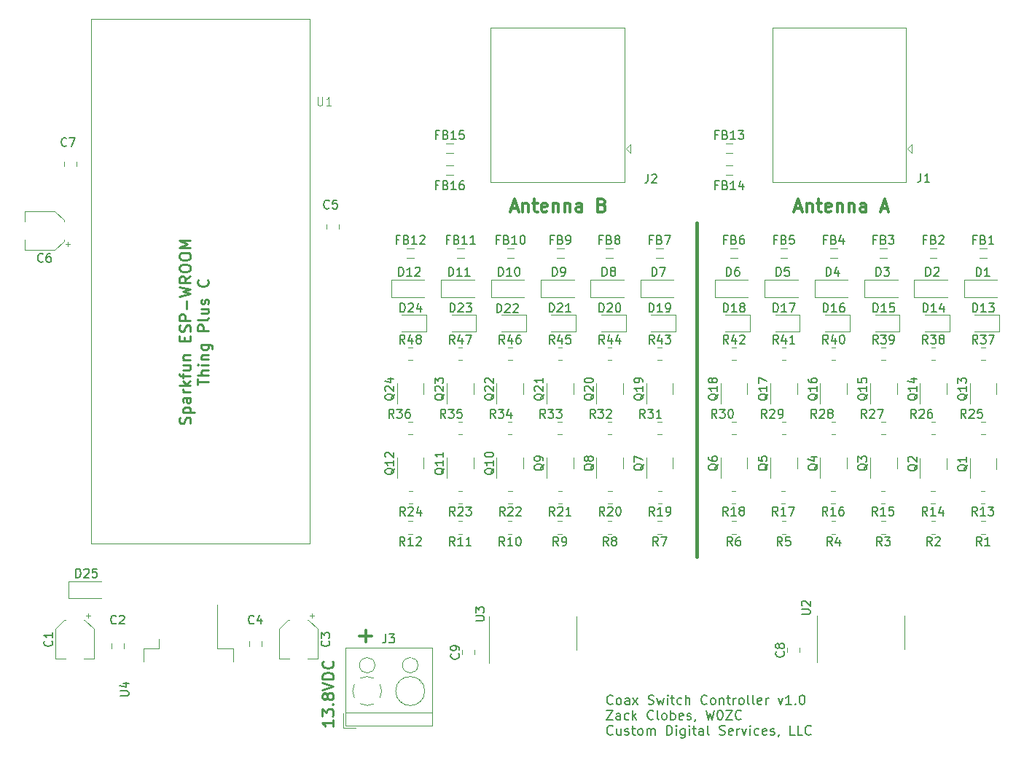
<source format=gbr>
%TF.GenerationSoftware,KiCad,Pcbnew,7.0.10*%
%TF.CreationDate,2024-03-07T20:10:10-06:00*%
%TF.ProjectId,Coax Switch Controller,436f6178-2053-4776-9974-636820436f6e,1.0*%
%TF.SameCoordinates,Original*%
%TF.FileFunction,Legend,Top*%
%TF.FilePolarity,Positive*%
%FSLAX46Y46*%
G04 Gerber Fmt 4.6, Leading zero omitted, Abs format (unit mm)*
G04 Created by KiCad (PCBNEW 7.0.10) date 2024-03-07 20:10:10*
%MOMM*%
%LPD*%
G01*
G04 APERTURE LIST*
%ADD10C,0.250000*%
%ADD11C,0.300000*%
%ADD12C,0.200000*%
%ADD13C,0.400000*%
%ADD14C,0.150000*%
%ADD15C,0.100000*%
%ADD16C,0.120000*%
G04 APERTURE END LIST*
D10*
X110557000Y-103098569D02*
X110618904Y-102912855D01*
X110618904Y-102912855D02*
X110618904Y-102603331D01*
X110618904Y-102603331D02*
X110557000Y-102479522D01*
X110557000Y-102479522D02*
X110495095Y-102417617D01*
X110495095Y-102417617D02*
X110371285Y-102355712D01*
X110371285Y-102355712D02*
X110247476Y-102355712D01*
X110247476Y-102355712D02*
X110123666Y-102417617D01*
X110123666Y-102417617D02*
X110061761Y-102479522D01*
X110061761Y-102479522D02*
X109999857Y-102603331D01*
X109999857Y-102603331D02*
X109937952Y-102850950D01*
X109937952Y-102850950D02*
X109876047Y-102974760D01*
X109876047Y-102974760D02*
X109814142Y-103036665D01*
X109814142Y-103036665D02*
X109690333Y-103098569D01*
X109690333Y-103098569D02*
X109566523Y-103098569D01*
X109566523Y-103098569D02*
X109442714Y-103036665D01*
X109442714Y-103036665D02*
X109380809Y-102974760D01*
X109380809Y-102974760D02*
X109318904Y-102850950D01*
X109318904Y-102850950D02*
X109318904Y-102541427D01*
X109318904Y-102541427D02*
X109380809Y-102355712D01*
X109752238Y-101798570D02*
X111052238Y-101798570D01*
X109814142Y-101798570D02*
X109752238Y-101674760D01*
X109752238Y-101674760D02*
X109752238Y-101427141D01*
X109752238Y-101427141D02*
X109814142Y-101303332D01*
X109814142Y-101303332D02*
X109876047Y-101241427D01*
X109876047Y-101241427D02*
X109999857Y-101179522D01*
X109999857Y-101179522D02*
X110371285Y-101179522D01*
X110371285Y-101179522D02*
X110495095Y-101241427D01*
X110495095Y-101241427D02*
X110557000Y-101303332D01*
X110557000Y-101303332D02*
X110618904Y-101427141D01*
X110618904Y-101427141D02*
X110618904Y-101674760D01*
X110618904Y-101674760D02*
X110557000Y-101798570D01*
X110618904Y-100065237D02*
X109937952Y-100065237D01*
X109937952Y-100065237D02*
X109814142Y-100127142D01*
X109814142Y-100127142D02*
X109752238Y-100250951D01*
X109752238Y-100250951D02*
X109752238Y-100498570D01*
X109752238Y-100498570D02*
X109814142Y-100622380D01*
X110557000Y-100065237D02*
X110618904Y-100189046D01*
X110618904Y-100189046D02*
X110618904Y-100498570D01*
X110618904Y-100498570D02*
X110557000Y-100622380D01*
X110557000Y-100622380D02*
X110433190Y-100684284D01*
X110433190Y-100684284D02*
X110309380Y-100684284D01*
X110309380Y-100684284D02*
X110185571Y-100622380D01*
X110185571Y-100622380D02*
X110123666Y-100498570D01*
X110123666Y-100498570D02*
X110123666Y-100189046D01*
X110123666Y-100189046D02*
X110061761Y-100065237D01*
X110618904Y-99446190D02*
X109752238Y-99446190D01*
X109999857Y-99446190D02*
X109876047Y-99384285D01*
X109876047Y-99384285D02*
X109814142Y-99322380D01*
X109814142Y-99322380D02*
X109752238Y-99198571D01*
X109752238Y-99198571D02*
X109752238Y-99074761D01*
X110618904Y-98641428D02*
X109318904Y-98641428D01*
X110123666Y-98517618D02*
X110618904Y-98146190D01*
X109752238Y-98146190D02*
X110247476Y-98641428D01*
X109752238Y-97774761D02*
X109752238Y-97279523D01*
X110618904Y-97589047D02*
X109504619Y-97589047D01*
X109504619Y-97589047D02*
X109380809Y-97527142D01*
X109380809Y-97527142D02*
X109318904Y-97403332D01*
X109318904Y-97403332D02*
X109318904Y-97279523D01*
X109752238Y-96289047D02*
X110618904Y-96289047D01*
X109752238Y-96846190D02*
X110433190Y-96846190D01*
X110433190Y-96846190D02*
X110557000Y-96784285D01*
X110557000Y-96784285D02*
X110618904Y-96660475D01*
X110618904Y-96660475D02*
X110618904Y-96474761D01*
X110618904Y-96474761D02*
X110557000Y-96350952D01*
X110557000Y-96350952D02*
X110495095Y-96289047D01*
X109752238Y-95670000D02*
X110618904Y-95670000D01*
X109876047Y-95670000D02*
X109814142Y-95608095D01*
X109814142Y-95608095D02*
X109752238Y-95484285D01*
X109752238Y-95484285D02*
X109752238Y-95298571D01*
X109752238Y-95298571D02*
X109814142Y-95174762D01*
X109814142Y-95174762D02*
X109937952Y-95112857D01*
X109937952Y-95112857D02*
X110618904Y-95112857D01*
X109937952Y-93503334D02*
X109937952Y-93070000D01*
X110618904Y-92884286D02*
X110618904Y-93503334D01*
X110618904Y-93503334D02*
X109318904Y-93503334D01*
X109318904Y-93503334D02*
X109318904Y-92884286D01*
X110557000Y-92389048D02*
X110618904Y-92203334D01*
X110618904Y-92203334D02*
X110618904Y-91893810D01*
X110618904Y-91893810D02*
X110557000Y-91770001D01*
X110557000Y-91770001D02*
X110495095Y-91708096D01*
X110495095Y-91708096D02*
X110371285Y-91646191D01*
X110371285Y-91646191D02*
X110247476Y-91646191D01*
X110247476Y-91646191D02*
X110123666Y-91708096D01*
X110123666Y-91708096D02*
X110061761Y-91770001D01*
X110061761Y-91770001D02*
X109999857Y-91893810D01*
X109999857Y-91893810D02*
X109937952Y-92141429D01*
X109937952Y-92141429D02*
X109876047Y-92265239D01*
X109876047Y-92265239D02*
X109814142Y-92327144D01*
X109814142Y-92327144D02*
X109690333Y-92389048D01*
X109690333Y-92389048D02*
X109566523Y-92389048D01*
X109566523Y-92389048D02*
X109442714Y-92327144D01*
X109442714Y-92327144D02*
X109380809Y-92265239D01*
X109380809Y-92265239D02*
X109318904Y-92141429D01*
X109318904Y-92141429D02*
X109318904Y-91831906D01*
X109318904Y-91831906D02*
X109380809Y-91646191D01*
X110618904Y-91089049D02*
X109318904Y-91089049D01*
X109318904Y-91089049D02*
X109318904Y-90593811D01*
X109318904Y-90593811D02*
X109380809Y-90470001D01*
X109380809Y-90470001D02*
X109442714Y-90408096D01*
X109442714Y-90408096D02*
X109566523Y-90346192D01*
X109566523Y-90346192D02*
X109752238Y-90346192D01*
X109752238Y-90346192D02*
X109876047Y-90408096D01*
X109876047Y-90408096D02*
X109937952Y-90470001D01*
X109937952Y-90470001D02*
X109999857Y-90593811D01*
X109999857Y-90593811D02*
X109999857Y-91089049D01*
X110123666Y-89789049D02*
X110123666Y-88798573D01*
X109318904Y-88303334D02*
X110618904Y-87993810D01*
X110618904Y-87993810D02*
X109690333Y-87746191D01*
X109690333Y-87746191D02*
X110618904Y-87498572D01*
X110618904Y-87498572D02*
X109318904Y-87189049D01*
X110618904Y-85950954D02*
X109999857Y-86384287D01*
X110618904Y-86693811D02*
X109318904Y-86693811D01*
X109318904Y-86693811D02*
X109318904Y-86198573D01*
X109318904Y-86198573D02*
X109380809Y-86074763D01*
X109380809Y-86074763D02*
X109442714Y-86012858D01*
X109442714Y-86012858D02*
X109566523Y-85950954D01*
X109566523Y-85950954D02*
X109752238Y-85950954D01*
X109752238Y-85950954D02*
X109876047Y-86012858D01*
X109876047Y-86012858D02*
X109937952Y-86074763D01*
X109937952Y-86074763D02*
X109999857Y-86198573D01*
X109999857Y-86198573D02*
X109999857Y-86693811D01*
X109318904Y-85146192D02*
X109318904Y-84898573D01*
X109318904Y-84898573D02*
X109380809Y-84774763D01*
X109380809Y-84774763D02*
X109504619Y-84650954D01*
X109504619Y-84650954D02*
X109752238Y-84589049D01*
X109752238Y-84589049D02*
X110185571Y-84589049D01*
X110185571Y-84589049D02*
X110433190Y-84650954D01*
X110433190Y-84650954D02*
X110557000Y-84774763D01*
X110557000Y-84774763D02*
X110618904Y-84898573D01*
X110618904Y-84898573D02*
X110618904Y-85146192D01*
X110618904Y-85146192D02*
X110557000Y-85270001D01*
X110557000Y-85270001D02*
X110433190Y-85393811D01*
X110433190Y-85393811D02*
X110185571Y-85455715D01*
X110185571Y-85455715D02*
X109752238Y-85455715D01*
X109752238Y-85455715D02*
X109504619Y-85393811D01*
X109504619Y-85393811D02*
X109380809Y-85270001D01*
X109380809Y-85270001D02*
X109318904Y-85146192D01*
X109318904Y-83784287D02*
X109318904Y-83536668D01*
X109318904Y-83536668D02*
X109380809Y-83412858D01*
X109380809Y-83412858D02*
X109504619Y-83289049D01*
X109504619Y-83289049D02*
X109752238Y-83227144D01*
X109752238Y-83227144D02*
X110185571Y-83227144D01*
X110185571Y-83227144D02*
X110433190Y-83289049D01*
X110433190Y-83289049D02*
X110557000Y-83412858D01*
X110557000Y-83412858D02*
X110618904Y-83536668D01*
X110618904Y-83536668D02*
X110618904Y-83784287D01*
X110618904Y-83784287D02*
X110557000Y-83908096D01*
X110557000Y-83908096D02*
X110433190Y-84031906D01*
X110433190Y-84031906D02*
X110185571Y-84093810D01*
X110185571Y-84093810D02*
X109752238Y-84093810D01*
X109752238Y-84093810D02*
X109504619Y-84031906D01*
X109504619Y-84031906D02*
X109380809Y-83908096D01*
X109380809Y-83908096D02*
X109318904Y-83784287D01*
X110618904Y-82670001D02*
X109318904Y-82670001D01*
X109318904Y-82670001D02*
X110247476Y-82236667D01*
X110247476Y-82236667D02*
X109318904Y-81803334D01*
X109318904Y-81803334D02*
X110618904Y-81803334D01*
X111411904Y-98610474D02*
X111411904Y-97867617D01*
X112711904Y-98239045D02*
X111411904Y-98239045D01*
X112711904Y-97434284D02*
X111411904Y-97434284D01*
X112711904Y-96877141D02*
X112030952Y-96877141D01*
X112030952Y-96877141D02*
X111907142Y-96939046D01*
X111907142Y-96939046D02*
X111845238Y-97062855D01*
X111845238Y-97062855D02*
X111845238Y-97248569D01*
X111845238Y-97248569D02*
X111907142Y-97372379D01*
X111907142Y-97372379D02*
X111969047Y-97434284D01*
X112711904Y-96258094D02*
X111845238Y-96258094D01*
X111411904Y-96258094D02*
X111473809Y-96319998D01*
X111473809Y-96319998D02*
X111535714Y-96258094D01*
X111535714Y-96258094D02*
X111473809Y-96196189D01*
X111473809Y-96196189D02*
X111411904Y-96258094D01*
X111411904Y-96258094D02*
X111535714Y-96258094D01*
X111845238Y-95639046D02*
X112711904Y-95639046D01*
X111969047Y-95639046D02*
X111907142Y-95577141D01*
X111907142Y-95577141D02*
X111845238Y-95453331D01*
X111845238Y-95453331D02*
X111845238Y-95267617D01*
X111845238Y-95267617D02*
X111907142Y-95143808D01*
X111907142Y-95143808D02*
X112030952Y-95081903D01*
X112030952Y-95081903D02*
X112711904Y-95081903D01*
X111845238Y-93905713D02*
X112897619Y-93905713D01*
X112897619Y-93905713D02*
X113021428Y-93967618D01*
X113021428Y-93967618D02*
X113083333Y-94029522D01*
X113083333Y-94029522D02*
X113145238Y-94153332D01*
X113145238Y-94153332D02*
X113145238Y-94339046D01*
X113145238Y-94339046D02*
X113083333Y-94462856D01*
X112650000Y-93905713D02*
X112711904Y-94029522D01*
X112711904Y-94029522D02*
X112711904Y-94277141D01*
X112711904Y-94277141D02*
X112650000Y-94400951D01*
X112650000Y-94400951D02*
X112588095Y-94462856D01*
X112588095Y-94462856D02*
X112464285Y-94524760D01*
X112464285Y-94524760D02*
X112092857Y-94524760D01*
X112092857Y-94524760D02*
X111969047Y-94462856D01*
X111969047Y-94462856D02*
X111907142Y-94400951D01*
X111907142Y-94400951D02*
X111845238Y-94277141D01*
X111845238Y-94277141D02*
X111845238Y-94029522D01*
X111845238Y-94029522D02*
X111907142Y-93905713D01*
X112711904Y-92296190D02*
X111411904Y-92296190D01*
X111411904Y-92296190D02*
X111411904Y-91800952D01*
X111411904Y-91800952D02*
X111473809Y-91677142D01*
X111473809Y-91677142D02*
X111535714Y-91615237D01*
X111535714Y-91615237D02*
X111659523Y-91553333D01*
X111659523Y-91553333D02*
X111845238Y-91553333D01*
X111845238Y-91553333D02*
X111969047Y-91615237D01*
X111969047Y-91615237D02*
X112030952Y-91677142D01*
X112030952Y-91677142D02*
X112092857Y-91800952D01*
X112092857Y-91800952D02*
X112092857Y-92296190D01*
X112711904Y-90810475D02*
X112650000Y-90934285D01*
X112650000Y-90934285D02*
X112526190Y-90996190D01*
X112526190Y-90996190D02*
X111411904Y-90996190D01*
X111845238Y-89758095D02*
X112711904Y-89758095D01*
X111845238Y-90315238D02*
X112526190Y-90315238D01*
X112526190Y-90315238D02*
X112650000Y-90253333D01*
X112650000Y-90253333D02*
X112711904Y-90129523D01*
X112711904Y-90129523D02*
X112711904Y-89943809D01*
X112711904Y-89943809D02*
X112650000Y-89820000D01*
X112650000Y-89820000D02*
X112588095Y-89758095D01*
X112650000Y-89200952D02*
X112711904Y-89077143D01*
X112711904Y-89077143D02*
X112711904Y-88829524D01*
X112711904Y-88829524D02*
X112650000Y-88705714D01*
X112650000Y-88705714D02*
X112526190Y-88643810D01*
X112526190Y-88643810D02*
X112464285Y-88643810D01*
X112464285Y-88643810D02*
X112340476Y-88705714D01*
X112340476Y-88705714D02*
X112278571Y-88829524D01*
X112278571Y-88829524D02*
X112278571Y-89015238D01*
X112278571Y-89015238D02*
X112216666Y-89139048D01*
X112216666Y-89139048D02*
X112092857Y-89200952D01*
X112092857Y-89200952D02*
X112030952Y-89200952D01*
X112030952Y-89200952D02*
X111907142Y-89139048D01*
X111907142Y-89139048D02*
X111845238Y-89015238D01*
X111845238Y-89015238D02*
X111845238Y-88829524D01*
X111845238Y-88829524D02*
X111907142Y-88705714D01*
X112588095Y-86353334D02*
X112650000Y-86415238D01*
X112650000Y-86415238D02*
X112711904Y-86600953D01*
X112711904Y-86600953D02*
X112711904Y-86724762D01*
X112711904Y-86724762D02*
X112650000Y-86910476D01*
X112650000Y-86910476D02*
X112526190Y-87034286D01*
X112526190Y-87034286D02*
X112402380Y-87096191D01*
X112402380Y-87096191D02*
X112154761Y-87158095D01*
X112154761Y-87158095D02*
X111969047Y-87158095D01*
X111969047Y-87158095D02*
X111721428Y-87096191D01*
X111721428Y-87096191D02*
X111597619Y-87034286D01*
X111597619Y-87034286D02*
X111473809Y-86910476D01*
X111473809Y-86910476D02*
X111411904Y-86724762D01*
X111411904Y-86724762D02*
X111411904Y-86600953D01*
X111411904Y-86600953D02*
X111473809Y-86415238D01*
X111473809Y-86415238D02*
X111535714Y-86353334D01*
D11*
X130259939Y-127748400D02*
X131631368Y-127748400D01*
X130945653Y-128434114D02*
X130945653Y-127062685D01*
D10*
X127211904Y-137515050D02*
X127211904Y-138257907D01*
X127211904Y-137886479D02*
X125911904Y-137886479D01*
X125911904Y-137886479D02*
X126097619Y-138010288D01*
X126097619Y-138010288D02*
X126221428Y-138134098D01*
X126221428Y-138134098D02*
X126283333Y-138257907D01*
X125911904Y-137081717D02*
X125911904Y-136276955D01*
X125911904Y-136276955D02*
X126407142Y-136710289D01*
X126407142Y-136710289D02*
X126407142Y-136524574D01*
X126407142Y-136524574D02*
X126469047Y-136400765D01*
X126469047Y-136400765D02*
X126530952Y-136338860D01*
X126530952Y-136338860D02*
X126654761Y-136276955D01*
X126654761Y-136276955D02*
X126964285Y-136276955D01*
X126964285Y-136276955D02*
X127088095Y-136338860D01*
X127088095Y-136338860D02*
X127150000Y-136400765D01*
X127150000Y-136400765D02*
X127211904Y-136524574D01*
X127211904Y-136524574D02*
X127211904Y-136896003D01*
X127211904Y-136896003D02*
X127150000Y-137019812D01*
X127150000Y-137019812D02*
X127088095Y-137081717D01*
X127088095Y-135719813D02*
X127150000Y-135657908D01*
X127150000Y-135657908D02*
X127211904Y-135719813D01*
X127211904Y-135719813D02*
X127150000Y-135781717D01*
X127150000Y-135781717D02*
X127088095Y-135719813D01*
X127088095Y-135719813D02*
X127211904Y-135719813D01*
X126469047Y-134915050D02*
X126407142Y-135038860D01*
X126407142Y-135038860D02*
X126345238Y-135100765D01*
X126345238Y-135100765D02*
X126221428Y-135162669D01*
X126221428Y-135162669D02*
X126159523Y-135162669D01*
X126159523Y-135162669D02*
X126035714Y-135100765D01*
X126035714Y-135100765D02*
X125973809Y-135038860D01*
X125973809Y-135038860D02*
X125911904Y-134915050D01*
X125911904Y-134915050D02*
X125911904Y-134667431D01*
X125911904Y-134667431D02*
X125973809Y-134543622D01*
X125973809Y-134543622D02*
X126035714Y-134481717D01*
X126035714Y-134481717D02*
X126159523Y-134419812D01*
X126159523Y-134419812D02*
X126221428Y-134419812D01*
X126221428Y-134419812D02*
X126345238Y-134481717D01*
X126345238Y-134481717D02*
X126407142Y-134543622D01*
X126407142Y-134543622D02*
X126469047Y-134667431D01*
X126469047Y-134667431D02*
X126469047Y-134915050D01*
X126469047Y-134915050D02*
X126530952Y-135038860D01*
X126530952Y-135038860D02*
X126592857Y-135100765D01*
X126592857Y-135100765D02*
X126716666Y-135162669D01*
X126716666Y-135162669D02*
X126964285Y-135162669D01*
X126964285Y-135162669D02*
X127088095Y-135100765D01*
X127088095Y-135100765D02*
X127150000Y-135038860D01*
X127150000Y-135038860D02*
X127211904Y-134915050D01*
X127211904Y-134915050D02*
X127211904Y-134667431D01*
X127211904Y-134667431D02*
X127150000Y-134543622D01*
X127150000Y-134543622D02*
X127088095Y-134481717D01*
X127088095Y-134481717D02*
X126964285Y-134419812D01*
X126964285Y-134419812D02*
X126716666Y-134419812D01*
X126716666Y-134419812D02*
X126592857Y-134481717D01*
X126592857Y-134481717D02*
X126530952Y-134543622D01*
X126530952Y-134543622D02*
X126469047Y-134667431D01*
X125911904Y-134048384D02*
X127211904Y-133615051D01*
X127211904Y-133615051D02*
X125911904Y-133181717D01*
X127211904Y-132748384D02*
X125911904Y-132748384D01*
X125911904Y-132748384D02*
X125911904Y-132438860D01*
X125911904Y-132438860D02*
X125973809Y-132253146D01*
X125973809Y-132253146D02*
X126097619Y-132129336D01*
X126097619Y-132129336D02*
X126221428Y-132067431D01*
X126221428Y-132067431D02*
X126469047Y-132005527D01*
X126469047Y-132005527D02*
X126654761Y-132005527D01*
X126654761Y-132005527D02*
X126902380Y-132067431D01*
X126902380Y-132067431D02*
X127026190Y-132129336D01*
X127026190Y-132129336D02*
X127150000Y-132253146D01*
X127150000Y-132253146D02*
X127211904Y-132438860D01*
X127211904Y-132438860D02*
X127211904Y-132748384D01*
X127088095Y-130705527D02*
X127150000Y-130767431D01*
X127150000Y-130767431D02*
X127211904Y-130953146D01*
X127211904Y-130953146D02*
X127211904Y-131076955D01*
X127211904Y-131076955D02*
X127150000Y-131262669D01*
X127150000Y-131262669D02*
X127026190Y-131386479D01*
X127026190Y-131386479D02*
X126902380Y-131448384D01*
X126902380Y-131448384D02*
X126654761Y-131510288D01*
X126654761Y-131510288D02*
X126469047Y-131510288D01*
X126469047Y-131510288D02*
X126221428Y-131448384D01*
X126221428Y-131448384D02*
X126097619Y-131386479D01*
X126097619Y-131386479D02*
X125973809Y-131262669D01*
X125973809Y-131262669D02*
X125911904Y-131076955D01*
X125911904Y-131076955D02*
X125911904Y-130953146D01*
X125911904Y-130953146D02*
X125973809Y-130767431D01*
X125973809Y-130767431D02*
X126035714Y-130705527D01*
D12*
X159656054Y-135628219D02*
X159603673Y-135680600D01*
X159603673Y-135680600D02*
X159446530Y-135732980D01*
X159446530Y-135732980D02*
X159341768Y-135732980D01*
X159341768Y-135732980D02*
X159184625Y-135680600D01*
X159184625Y-135680600D02*
X159079863Y-135575838D01*
X159079863Y-135575838D02*
X159027482Y-135471076D01*
X159027482Y-135471076D02*
X158975101Y-135261552D01*
X158975101Y-135261552D02*
X158975101Y-135104409D01*
X158975101Y-135104409D02*
X159027482Y-134894885D01*
X159027482Y-134894885D02*
X159079863Y-134790123D01*
X159079863Y-134790123D02*
X159184625Y-134685361D01*
X159184625Y-134685361D02*
X159341768Y-134632980D01*
X159341768Y-134632980D02*
X159446530Y-134632980D01*
X159446530Y-134632980D02*
X159603673Y-134685361D01*
X159603673Y-134685361D02*
X159656054Y-134737742D01*
X160284625Y-135732980D02*
X160179863Y-135680600D01*
X160179863Y-135680600D02*
X160127482Y-135628219D01*
X160127482Y-135628219D02*
X160075101Y-135523457D01*
X160075101Y-135523457D02*
X160075101Y-135209171D01*
X160075101Y-135209171D02*
X160127482Y-135104409D01*
X160127482Y-135104409D02*
X160179863Y-135052028D01*
X160179863Y-135052028D02*
X160284625Y-134999647D01*
X160284625Y-134999647D02*
X160441768Y-134999647D01*
X160441768Y-134999647D02*
X160546530Y-135052028D01*
X160546530Y-135052028D02*
X160598911Y-135104409D01*
X160598911Y-135104409D02*
X160651292Y-135209171D01*
X160651292Y-135209171D02*
X160651292Y-135523457D01*
X160651292Y-135523457D02*
X160598911Y-135628219D01*
X160598911Y-135628219D02*
X160546530Y-135680600D01*
X160546530Y-135680600D02*
X160441768Y-135732980D01*
X160441768Y-135732980D02*
X160284625Y-135732980D01*
X161594149Y-135732980D02*
X161594149Y-135156790D01*
X161594149Y-135156790D02*
X161541768Y-135052028D01*
X161541768Y-135052028D02*
X161437006Y-134999647D01*
X161437006Y-134999647D02*
X161227482Y-134999647D01*
X161227482Y-134999647D02*
X161122720Y-135052028D01*
X161594149Y-135680600D02*
X161489387Y-135732980D01*
X161489387Y-135732980D02*
X161227482Y-135732980D01*
X161227482Y-135732980D02*
X161122720Y-135680600D01*
X161122720Y-135680600D02*
X161070339Y-135575838D01*
X161070339Y-135575838D02*
X161070339Y-135471076D01*
X161070339Y-135471076D02*
X161122720Y-135366314D01*
X161122720Y-135366314D02*
X161227482Y-135313933D01*
X161227482Y-135313933D02*
X161489387Y-135313933D01*
X161489387Y-135313933D02*
X161594149Y-135261552D01*
X162013196Y-135732980D02*
X162589387Y-134999647D01*
X162013196Y-134999647D02*
X162589387Y-135732980D01*
X163794148Y-135680600D02*
X163951291Y-135732980D01*
X163951291Y-135732980D02*
X164213196Y-135732980D01*
X164213196Y-135732980D02*
X164317958Y-135680600D01*
X164317958Y-135680600D02*
X164370339Y-135628219D01*
X164370339Y-135628219D02*
X164422720Y-135523457D01*
X164422720Y-135523457D02*
X164422720Y-135418695D01*
X164422720Y-135418695D02*
X164370339Y-135313933D01*
X164370339Y-135313933D02*
X164317958Y-135261552D01*
X164317958Y-135261552D02*
X164213196Y-135209171D01*
X164213196Y-135209171D02*
X164003672Y-135156790D01*
X164003672Y-135156790D02*
X163898910Y-135104409D01*
X163898910Y-135104409D02*
X163846529Y-135052028D01*
X163846529Y-135052028D02*
X163794148Y-134947266D01*
X163794148Y-134947266D02*
X163794148Y-134842504D01*
X163794148Y-134842504D02*
X163846529Y-134737742D01*
X163846529Y-134737742D02*
X163898910Y-134685361D01*
X163898910Y-134685361D02*
X164003672Y-134632980D01*
X164003672Y-134632980D02*
X164265577Y-134632980D01*
X164265577Y-134632980D02*
X164422720Y-134685361D01*
X164789386Y-134999647D02*
X164998910Y-135732980D01*
X164998910Y-135732980D02*
X165208434Y-135209171D01*
X165208434Y-135209171D02*
X165417958Y-135732980D01*
X165417958Y-135732980D02*
X165627482Y-134999647D01*
X166046529Y-135732980D02*
X166046529Y-134999647D01*
X166046529Y-134632980D02*
X165994148Y-134685361D01*
X165994148Y-134685361D02*
X166046529Y-134737742D01*
X166046529Y-134737742D02*
X166098910Y-134685361D01*
X166098910Y-134685361D02*
X166046529Y-134632980D01*
X166046529Y-134632980D02*
X166046529Y-134737742D01*
X166413196Y-134999647D02*
X166832244Y-134999647D01*
X166570339Y-134632980D02*
X166570339Y-135575838D01*
X166570339Y-135575838D02*
X166622720Y-135680600D01*
X166622720Y-135680600D02*
X166727482Y-135732980D01*
X166727482Y-135732980D02*
X166832244Y-135732980D01*
X167670339Y-135680600D02*
X167565577Y-135732980D01*
X167565577Y-135732980D02*
X167356053Y-135732980D01*
X167356053Y-135732980D02*
X167251291Y-135680600D01*
X167251291Y-135680600D02*
X167198910Y-135628219D01*
X167198910Y-135628219D02*
X167146529Y-135523457D01*
X167146529Y-135523457D02*
X167146529Y-135209171D01*
X167146529Y-135209171D02*
X167198910Y-135104409D01*
X167198910Y-135104409D02*
X167251291Y-135052028D01*
X167251291Y-135052028D02*
X167356053Y-134999647D01*
X167356053Y-134999647D02*
X167565577Y-134999647D01*
X167565577Y-134999647D02*
X167670339Y-135052028D01*
X168141767Y-135732980D02*
X168141767Y-134632980D01*
X168613196Y-135732980D02*
X168613196Y-135156790D01*
X168613196Y-135156790D02*
X168560815Y-135052028D01*
X168560815Y-135052028D02*
X168456053Y-134999647D01*
X168456053Y-134999647D02*
X168298910Y-134999647D01*
X168298910Y-134999647D02*
X168194148Y-135052028D01*
X168194148Y-135052028D02*
X168141767Y-135104409D01*
X170603672Y-135628219D02*
X170551291Y-135680600D01*
X170551291Y-135680600D02*
X170394148Y-135732980D01*
X170394148Y-135732980D02*
X170289386Y-135732980D01*
X170289386Y-135732980D02*
X170132243Y-135680600D01*
X170132243Y-135680600D02*
X170027481Y-135575838D01*
X170027481Y-135575838D02*
X169975100Y-135471076D01*
X169975100Y-135471076D02*
X169922719Y-135261552D01*
X169922719Y-135261552D02*
X169922719Y-135104409D01*
X169922719Y-135104409D02*
X169975100Y-134894885D01*
X169975100Y-134894885D02*
X170027481Y-134790123D01*
X170027481Y-134790123D02*
X170132243Y-134685361D01*
X170132243Y-134685361D02*
X170289386Y-134632980D01*
X170289386Y-134632980D02*
X170394148Y-134632980D01*
X170394148Y-134632980D02*
X170551291Y-134685361D01*
X170551291Y-134685361D02*
X170603672Y-134737742D01*
X171232243Y-135732980D02*
X171127481Y-135680600D01*
X171127481Y-135680600D02*
X171075100Y-135628219D01*
X171075100Y-135628219D02*
X171022719Y-135523457D01*
X171022719Y-135523457D02*
X171022719Y-135209171D01*
X171022719Y-135209171D02*
X171075100Y-135104409D01*
X171075100Y-135104409D02*
X171127481Y-135052028D01*
X171127481Y-135052028D02*
X171232243Y-134999647D01*
X171232243Y-134999647D02*
X171389386Y-134999647D01*
X171389386Y-134999647D02*
X171494148Y-135052028D01*
X171494148Y-135052028D02*
X171546529Y-135104409D01*
X171546529Y-135104409D02*
X171598910Y-135209171D01*
X171598910Y-135209171D02*
X171598910Y-135523457D01*
X171598910Y-135523457D02*
X171546529Y-135628219D01*
X171546529Y-135628219D02*
X171494148Y-135680600D01*
X171494148Y-135680600D02*
X171389386Y-135732980D01*
X171389386Y-135732980D02*
X171232243Y-135732980D01*
X172070338Y-134999647D02*
X172070338Y-135732980D01*
X172070338Y-135104409D02*
X172122719Y-135052028D01*
X172122719Y-135052028D02*
X172227481Y-134999647D01*
X172227481Y-134999647D02*
X172384624Y-134999647D01*
X172384624Y-134999647D02*
X172489386Y-135052028D01*
X172489386Y-135052028D02*
X172541767Y-135156790D01*
X172541767Y-135156790D02*
X172541767Y-135732980D01*
X172908433Y-134999647D02*
X173327481Y-134999647D01*
X173065576Y-134632980D02*
X173065576Y-135575838D01*
X173065576Y-135575838D02*
X173117957Y-135680600D01*
X173117957Y-135680600D02*
X173222719Y-135732980D01*
X173222719Y-135732980D02*
X173327481Y-135732980D01*
X173694147Y-135732980D02*
X173694147Y-134999647D01*
X173694147Y-135209171D02*
X173746528Y-135104409D01*
X173746528Y-135104409D02*
X173798909Y-135052028D01*
X173798909Y-135052028D02*
X173903671Y-134999647D01*
X173903671Y-134999647D02*
X174008433Y-134999647D01*
X174532242Y-135732980D02*
X174427480Y-135680600D01*
X174427480Y-135680600D02*
X174375099Y-135628219D01*
X174375099Y-135628219D02*
X174322718Y-135523457D01*
X174322718Y-135523457D02*
X174322718Y-135209171D01*
X174322718Y-135209171D02*
X174375099Y-135104409D01*
X174375099Y-135104409D02*
X174427480Y-135052028D01*
X174427480Y-135052028D02*
X174532242Y-134999647D01*
X174532242Y-134999647D02*
X174689385Y-134999647D01*
X174689385Y-134999647D02*
X174794147Y-135052028D01*
X174794147Y-135052028D02*
X174846528Y-135104409D01*
X174846528Y-135104409D02*
X174898909Y-135209171D01*
X174898909Y-135209171D02*
X174898909Y-135523457D01*
X174898909Y-135523457D02*
X174846528Y-135628219D01*
X174846528Y-135628219D02*
X174794147Y-135680600D01*
X174794147Y-135680600D02*
X174689385Y-135732980D01*
X174689385Y-135732980D02*
X174532242Y-135732980D01*
X175527480Y-135732980D02*
X175422718Y-135680600D01*
X175422718Y-135680600D02*
X175370337Y-135575838D01*
X175370337Y-135575838D02*
X175370337Y-134632980D01*
X176103670Y-135732980D02*
X175998908Y-135680600D01*
X175998908Y-135680600D02*
X175946527Y-135575838D01*
X175946527Y-135575838D02*
X175946527Y-134632980D01*
X176941765Y-135680600D02*
X176837003Y-135732980D01*
X176837003Y-135732980D02*
X176627479Y-135732980D01*
X176627479Y-135732980D02*
X176522717Y-135680600D01*
X176522717Y-135680600D02*
X176470336Y-135575838D01*
X176470336Y-135575838D02*
X176470336Y-135156790D01*
X176470336Y-135156790D02*
X176522717Y-135052028D01*
X176522717Y-135052028D02*
X176627479Y-134999647D01*
X176627479Y-134999647D02*
X176837003Y-134999647D01*
X176837003Y-134999647D02*
X176941765Y-135052028D01*
X176941765Y-135052028D02*
X176994146Y-135156790D01*
X176994146Y-135156790D02*
X176994146Y-135261552D01*
X176994146Y-135261552D02*
X176470336Y-135366314D01*
X177465574Y-135732980D02*
X177465574Y-134999647D01*
X177465574Y-135209171D02*
X177517955Y-135104409D01*
X177517955Y-135104409D02*
X177570336Y-135052028D01*
X177570336Y-135052028D02*
X177675098Y-134999647D01*
X177675098Y-134999647D02*
X177779860Y-134999647D01*
X178879859Y-134999647D02*
X179141764Y-135732980D01*
X179141764Y-135732980D02*
X179403669Y-134999647D01*
X180398907Y-135732980D02*
X179770335Y-135732980D01*
X180084621Y-135732980D02*
X180084621Y-134632980D01*
X180084621Y-134632980D02*
X179979859Y-134790123D01*
X179979859Y-134790123D02*
X179875097Y-134894885D01*
X179875097Y-134894885D02*
X179770335Y-134947266D01*
X180870335Y-135628219D02*
X180922716Y-135680600D01*
X180922716Y-135680600D02*
X180870335Y-135732980D01*
X180870335Y-135732980D02*
X180817954Y-135680600D01*
X180817954Y-135680600D02*
X180870335Y-135628219D01*
X180870335Y-135628219D02*
X180870335Y-135732980D01*
X181603669Y-134632980D02*
X181708431Y-134632980D01*
X181708431Y-134632980D02*
X181813193Y-134685361D01*
X181813193Y-134685361D02*
X181865574Y-134737742D01*
X181865574Y-134737742D02*
X181917955Y-134842504D01*
X181917955Y-134842504D02*
X181970336Y-135052028D01*
X181970336Y-135052028D02*
X181970336Y-135313933D01*
X181970336Y-135313933D02*
X181917955Y-135523457D01*
X181917955Y-135523457D02*
X181865574Y-135628219D01*
X181865574Y-135628219D02*
X181813193Y-135680600D01*
X181813193Y-135680600D02*
X181708431Y-135732980D01*
X181708431Y-135732980D02*
X181603669Y-135732980D01*
X181603669Y-135732980D02*
X181498907Y-135680600D01*
X181498907Y-135680600D02*
X181446526Y-135628219D01*
X181446526Y-135628219D02*
X181394145Y-135523457D01*
X181394145Y-135523457D02*
X181341764Y-135313933D01*
X181341764Y-135313933D02*
X181341764Y-135052028D01*
X181341764Y-135052028D02*
X181394145Y-134842504D01*
X181394145Y-134842504D02*
X181446526Y-134737742D01*
X181446526Y-134737742D02*
X181498907Y-134685361D01*
X181498907Y-134685361D02*
X181603669Y-134632980D01*
X158922720Y-136403980D02*
X159656054Y-136403980D01*
X159656054Y-136403980D02*
X158922720Y-137503980D01*
X158922720Y-137503980D02*
X159656054Y-137503980D01*
X160546530Y-137503980D02*
X160546530Y-136927790D01*
X160546530Y-136927790D02*
X160494149Y-136823028D01*
X160494149Y-136823028D02*
X160389387Y-136770647D01*
X160389387Y-136770647D02*
X160179863Y-136770647D01*
X160179863Y-136770647D02*
X160075101Y-136823028D01*
X160546530Y-137451600D02*
X160441768Y-137503980D01*
X160441768Y-137503980D02*
X160179863Y-137503980D01*
X160179863Y-137503980D02*
X160075101Y-137451600D01*
X160075101Y-137451600D02*
X160022720Y-137346838D01*
X160022720Y-137346838D02*
X160022720Y-137242076D01*
X160022720Y-137242076D02*
X160075101Y-137137314D01*
X160075101Y-137137314D02*
X160179863Y-137084933D01*
X160179863Y-137084933D02*
X160441768Y-137084933D01*
X160441768Y-137084933D02*
X160546530Y-137032552D01*
X161541768Y-137451600D02*
X161437006Y-137503980D01*
X161437006Y-137503980D02*
X161227482Y-137503980D01*
X161227482Y-137503980D02*
X161122720Y-137451600D01*
X161122720Y-137451600D02*
X161070339Y-137399219D01*
X161070339Y-137399219D02*
X161017958Y-137294457D01*
X161017958Y-137294457D02*
X161017958Y-136980171D01*
X161017958Y-136980171D02*
X161070339Y-136875409D01*
X161070339Y-136875409D02*
X161122720Y-136823028D01*
X161122720Y-136823028D02*
X161227482Y-136770647D01*
X161227482Y-136770647D02*
X161437006Y-136770647D01*
X161437006Y-136770647D02*
X161541768Y-136823028D01*
X162013196Y-137503980D02*
X162013196Y-136403980D01*
X162117958Y-137084933D02*
X162432244Y-137503980D01*
X162432244Y-136770647D02*
X162013196Y-137189695D01*
X164370339Y-137399219D02*
X164317958Y-137451600D01*
X164317958Y-137451600D02*
X164160815Y-137503980D01*
X164160815Y-137503980D02*
X164056053Y-137503980D01*
X164056053Y-137503980D02*
X163898910Y-137451600D01*
X163898910Y-137451600D02*
X163794148Y-137346838D01*
X163794148Y-137346838D02*
X163741767Y-137242076D01*
X163741767Y-137242076D02*
X163689386Y-137032552D01*
X163689386Y-137032552D02*
X163689386Y-136875409D01*
X163689386Y-136875409D02*
X163741767Y-136665885D01*
X163741767Y-136665885D02*
X163794148Y-136561123D01*
X163794148Y-136561123D02*
X163898910Y-136456361D01*
X163898910Y-136456361D02*
X164056053Y-136403980D01*
X164056053Y-136403980D02*
X164160815Y-136403980D01*
X164160815Y-136403980D02*
X164317958Y-136456361D01*
X164317958Y-136456361D02*
X164370339Y-136508742D01*
X164998910Y-137503980D02*
X164894148Y-137451600D01*
X164894148Y-137451600D02*
X164841767Y-137346838D01*
X164841767Y-137346838D02*
X164841767Y-136403980D01*
X165575100Y-137503980D02*
X165470338Y-137451600D01*
X165470338Y-137451600D02*
X165417957Y-137399219D01*
X165417957Y-137399219D02*
X165365576Y-137294457D01*
X165365576Y-137294457D02*
X165365576Y-136980171D01*
X165365576Y-136980171D02*
X165417957Y-136875409D01*
X165417957Y-136875409D02*
X165470338Y-136823028D01*
X165470338Y-136823028D02*
X165575100Y-136770647D01*
X165575100Y-136770647D02*
X165732243Y-136770647D01*
X165732243Y-136770647D02*
X165837005Y-136823028D01*
X165837005Y-136823028D02*
X165889386Y-136875409D01*
X165889386Y-136875409D02*
X165941767Y-136980171D01*
X165941767Y-136980171D02*
X165941767Y-137294457D01*
X165941767Y-137294457D02*
X165889386Y-137399219D01*
X165889386Y-137399219D02*
X165837005Y-137451600D01*
X165837005Y-137451600D02*
X165732243Y-137503980D01*
X165732243Y-137503980D02*
X165575100Y-137503980D01*
X166413195Y-137503980D02*
X166413195Y-136403980D01*
X166413195Y-136823028D02*
X166517957Y-136770647D01*
X166517957Y-136770647D02*
X166727481Y-136770647D01*
X166727481Y-136770647D02*
X166832243Y-136823028D01*
X166832243Y-136823028D02*
X166884624Y-136875409D01*
X166884624Y-136875409D02*
X166937005Y-136980171D01*
X166937005Y-136980171D02*
X166937005Y-137294457D01*
X166937005Y-137294457D02*
X166884624Y-137399219D01*
X166884624Y-137399219D02*
X166832243Y-137451600D01*
X166832243Y-137451600D02*
X166727481Y-137503980D01*
X166727481Y-137503980D02*
X166517957Y-137503980D01*
X166517957Y-137503980D02*
X166413195Y-137451600D01*
X167827481Y-137451600D02*
X167722719Y-137503980D01*
X167722719Y-137503980D02*
X167513195Y-137503980D01*
X167513195Y-137503980D02*
X167408433Y-137451600D01*
X167408433Y-137451600D02*
X167356052Y-137346838D01*
X167356052Y-137346838D02*
X167356052Y-136927790D01*
X167356052Y-136927790D02*
X167408433Y-136823028D01*
X167408433Y-136823028D02*
X167513195Y-136770647D01*
X167513195Y-136770647D02*
X167722719Y-136770647D01*
X167722719Y-136770647D02*
X167827481Y-136823028D01*
X167827481Y-136823028D02*
X167879862Y-136927790D01*
X167879862Y-136927790D02*
X167879862Y-137032552D01*
X167879862Y-137032552D02*
X167356052Y-137137314D01*
X168298909Y-137451600D02*
X168403671Y-137503980D01*
X168403671Y-137503980D02*
X168613195Y-137503980D01*
X168613195Y-137503980D02*
X168717957Y-137451600D01*
X168717957Y-137451600D02*
X168770338Y-137346838D01*
X168770338Y-137346838D02*
X168770338Y-137294457D01*
X168770338Y-137294457D02*
X168717957Y-137189695D01*
X168717957Y-137189695D02*
X168613195Y-137137314D01*
X168613195Y-137137314D02*
X168456052Y-137137314D01*
X168456052Y-137137314D02*
X168351290Y-137084933D01*
X168351290Y-137084933D02*
X168298909Y-136980171D01*
X168298909Y-136980171D02*
X168298909Y-136927790D01*
X168298909Y-136927790D02*
X168351290Y-136823028D01*
X168351290Y-136823028D02*
X168456052Y-136770647D01*
X168456052Y-136770647D02*
X168613195Y-136770647D01*
X168613195Y-136770647D02*
X168717957Y-136823028D01*
X169294147Y-137451600D02*
X169294147Y-137503980D01*
X169294147Y-137503980D02*
X169241766Y-137608742D01*
X169241766Y-137608742D02*
X169189385Y-137661123D01*
X170498909Y-136403980D02*
X170760814Y-137503980D01*
X170760814Y-137503980D02*
X170970338Y-136718266D01*
X170970338Y-136718266D02*
X171179862Y-137503980D01*
X171179862Y-137503980D02*
X171441767Y-136403980D01*
X172070338Y-136403980D02*
X172175100Y-136403980D01*
X172175100Y-136403980D02*
X172279862Y-136456361D01*
X172279862Y-136456361D02*
X172332243Y-136508742D01*
X172332243Y-136508742D02*
X172384624Y-136613504D01*
X172384624Y-136613504D02*
X172437005Y-136823028D01*
X172437005Y-136823028D02*
X172437005Y-137084933D01*
X172437005Y-137084933D02*
X172384624Y-137294457D01*
X172384624Y-137294457D02*
X172332243Y-137399219D01*
X172332243Y-137399219D02*
X172279862Y-137451600D01*
X172279862Y-137451600D02*
X172175100Y-137503980D01*
X172175100Y-137503980D02*
X172070338Y-137503980D01*
X172070338Y-137503980D02*
X171965576Y-137451600D01*
X171965576Y-137451600D02*
X171913195Y-137399219D01*
X171913195Y-137399219D02*
X171860814Y-137294457D01*
X171860814Y-137294457D02*
X171808433Y-137084933D01*
X171808433Y-137084933D02*
X171808433Y-136823028D01*
X171808433Y-136823028D02*
X171860814Y-136613504D01*
X171860814Y-136613504D02*
X171913195Y-136508742D01*
X171913195Y-136508742D02*
X171965576Y-136456361D01*
X171965576Y-136456361D02*
X172070338Y-136403980D01*
X172803671Y-136403980D02*
X173537005Y-136403980D01*
X173537005Y-136403980D02*
X172803671Y-137503980D01*
X172803671Y-137503980D02*
X173537005Y-137503980D01*
X174584624Y-137399219D02*
X174532243Y-137451600D01*
X174532243Y-137451600D02*
X174375100Y-137503980D01*
X174375100Y-137503980D02*
X174270338Y-137503980D01*
X174270338Y-137503980D02*
X174113195Y-137451600D01*
X174113195Y-137451600D02*
X174008433Y-137346838D01*
X174008433Y-137346838D02*
X173956052Y-137242076D01*
X173956052Y-137242076D02*
X173903671Y-137032552D01*
X173903671Y-137032552D02*
X173903671Y-136875409D01*
X173903671Y-136875409D02*
X173956052Y-136665885D01*
X173956052Y-136665885D02*
X174008433Y-136561123D01*
X174008433Y-136561123D02*
X174113195Y-136456361D01*
X174113195Y-136456361D02*
X174270338Y-136403980D01*
X174270338Y-136403980D02*
X174375100Y-136403980D01*
X174375100Y-136403980D02*
X174532243Y-136456361D01*
X174532243Y-136456361D02*
X174584624Y-136508742D01*
X159656054Y-139170219D02*
X159603673Y-139222600D01*
X159603673Y-139222600D02*
X159446530Y-139274980D01*
X159446530Y-139274980D02*
X159341768Y-139274980D01*
X159341768Y-139274980D02*
X159184625Y-139222600D01*
X159184625Y-139222600D02*
X159079863Y-139117838D01*
X159079863Y-139117838D02*
X159027482Y-139013076D01*
X159027482Y-139013076D02*
X158975101Y-138803552D01*
X158975101Y-138803552D02*
X158975101Y-138646409D01*
X158975101Y-138646409D02*
X159027482Y-138436885D01*
X159027482Y-138436885D02*
X159079863Y-138332123D01*
X159079863Y-138332123D02*
X159184625Y-138227361D01*
X159184625Y-138227361D02*
X159341768Y-138174980D01*
X159341768Y-138174980D02*
X159446530Y-138174980D01*
X159446530Y-138174980D02*
X159603673Y-138227361D01*
X159603673Y-138227361D02*
X159656054Y-138279742D01*
X160598911Y-138541647D02*
X160598911Y-139274980D01*
X160127482Y-138541647D02*
X160127482Y-139117838D01*
X160127482Y-139117838D02*
X160179863Y-139222600D01*
X160179863Y-139222600D02*
X160284625Y-139274980D01*
X160284625Y-139274980D02*
X160441768Y-139274980D01*
X160441768Y-139274980D02*
X160546530Y-139222600D01*
X160546530Y-139222600D02*
X160598911Y-139170219D01*
X161070339Y-139222600D02*
X161175101Y-139274980D01*
X161175101Y-139274980D02*
X161384625Y-139274980D01*
X161384625Y-139274980D02*
X161489387Y-139222600D01*
X161489387Y-139222600D02*
X161541768Y-139117838D01*
X161541768Y-139117838D02*
X161541768Y-139065457D01*
X161541768Y-139065457D02*
X161489387Y-138960695D01*
X161489387Y-138960695D02*
X161384625Y-138908314D01*
X161384625Y-138908314D02*
X161227482Y-138908314D01*
X161227482Y-138908314D02*
X161122720Y-138855933D01*
X161122720Y-138855933D02*
X161070339Y-138751171D01*
X161070339Y-138751171D02*
X161070339Y-138698790D01*
X161070339Y-138698790D02*
X161122720Y-138594028D01*
X161122720Y-138594028D02*
X161227482Y-138541647D01*
X161227482Y-138541647D02*
X161384625Y-138541647D01*
X161384625Y-138541647D02*
X161489387Y-138594028D01*
X161856053Y-138541647D02*
X162275101Y-138541647D01*
X162013196Y-138174980D02*
X162013196Y-139117838D01*
X162013196Y-139117838D02*
X162065577Y-139222600D01*
X162065577Y-139222600D02*
X162170339Y-139274980D01*
X162170339Y-139274980D02*
X162275101Y-139274980D01*
X162798910Y-139274980D02*
X162694148Y-139222600D01*
X162694148Y-139222600D02*
X162641767Y-139170219D01*
X162641767Y-139170219D02*
X162589386Y-139065457D01*
X162589386Y-139065457D02*
X162589386Y-138751171D01*
X162589386Y-138751171D02*
X162641767Y-138646409D01*
X162641767Y-138646409D02*
X162694148Y-138594028D01*
X162694148Y-138594028D02*
X162798910Y-138541647D01*
X162798910Y-138541647D02*
X162956053Y-138541647D01*
X162956053Y-138541647D02*
X163060815Y-138594028D01*
X163060815Y-138594028D02*
X163113196Y-138646409D01*
X163113196Y-138646409D02*
X163165577Y-138751171D01*
X163165577Y-138751171D02*
X163165577Y-139065457D01*
X163165577Y-139065457D02*
X163113196Y-139170219D01*
X163113196Y-139170219D02*
X163060815Y-139222600D01*
X163060815Y-139222600D02*
X162956053Y-139274980D01*
X162956053Y-139274980D02*
X162798910Y-139274980D01*
X163637005Y-139274980D02*
X163637005Y-138541647D01*
X163637005Y-138646409D02*
X163689386Y-138594028D01*
X163689386Y-138594028D02*
X163794148Y-138541647D01*
X163794148Y-138541647D02*
X163951291Y-138541647D01*
X163951291Y-138541647D02*
X164056053Y-138594028D01*
X164056053Y-138594028D02*
X164108434Y-138698790D01*
X164108434Y-138698790D02*
X164108434Y-139274980D01*
X164108434Y-138698790D02*
X164160815Y-138594028D01*
X164160815Y-138594028D02*
X164265577Y-138541647D01*
X164265577Y-138541647D02*
X164422720Y-138541647D01*
X164422720Y-138541647D02*
X164527481Y-138594028D01*
X164527481Y-138594028D02*
X164579862Y-138698790D01*
X164579862Y-138698790D02*
X164579862Y-139274980D01*
X165941767Y-139274980D02*
X165941767Y-138174980D01*
X165941767Y-138174980D02*
X166203672Y-138174980D01*
X166203672Y-138174980D02*
X166360815Y-138227361D01*
X166360815Y-138227361D02*
X166465577Y-138332123D01*
X166465577Y-138332123D02*
X166517958Y-138436885D01*
X166517958Y-138436885D02*
X166570339Y-138646409D01*
X166570339Y-138646409D02*
X166570339Y-138803552D01*
X166570339Y-138803552D02*
X166517958Y-139013076D01*
X166517958Y-139013076D02*
X166465577Y-139117838D01*
X166465577Y-139117838D02*
X166360815Y-139222600D01*
X166360815Y-139222600D02*
X166203672Y-139274980D01*
X166203672Y-139274980D02*
X165941767Y-139274980D01*
X167041767Y-139274980D02*
X167041767Y-138541647D01*
X167041767Y-138174980D02*
X166989386Y-138227361D01*
X166989386Y-138227361D02*
X167041767Y-138279742D01*
X167041767Y-138279742D02*
X167094148Y-138227361D01*
X167094148Y-138227361D02*
X167041767Y-138174980D01*
X167041767Y-138174980D02*
X167041767Y-138279742D01*
X168037006Y-138541647D02*
X168037006Y-139432123D01*
X168037006Y-139432123D02*
X167984625Y-139536885D01*
X167984625Y-139536885D02*
X167932244Y-139589266D01*
X167932244Y-139589266D02*
X167827482Y-139641647D01*
X167827482Y-139641647D02*
X167670339Y-139641647D01*
X167670339Y-139641647D02*
X167565577Y-139589266D01*
X168037006Y-139222600D02*
X167932244Y-139274980D01*
X167932244Y-139274980D02*
X167722720Y-139274980D01*
X167722720Y-139274980D02*
X167617958Y-139222600D01*
X167617958Y-139222600D02*
X167565577Y-139170219D01*
X167565577Y-139170219D02*
X167513196Y-139065457D01*
X167513196Y-139065457D02*
X167513196Y-138751171D01*
X167513196Y-138751171D02*
X167565577Y-138646409D01*
X167565577Y-138646409D02*
X167617958Y-138594028D01*
X167617958Y-138594028D02*
X167722720Y-138541647D01*
X167722720Y-138541647D02*
X167932244Y-138541647D01*
X167932244Y-138541647D02*
X168037006Y-138594028D01*
X168560815Y-139274980D02*
X168560815Y-138541647D01*
X168560815Y-138174980D02*
X168508434Y-138227361D01*
X168508434Y-138227361D02*
X168560815Y-138279742D01*
X168560815Y-138279742D02*
X168613196Y-138227361D01*
X168613196Y-138227361D02*
X168560815Y-138174980D01*
X168560815Y-138174980D02*
X168560815Y-138279742D01*
X168927482Y-138541647D02*
X169346530Y-138541647D01*
X169084625Y-138174980D02*
X169084625Y-139117838D01*
X169084625Y-139117838D02*
X169137006Y-139222600D01*
X169137006Y-139222600D02*
X169241768Y-139274980D01*
X169241768Y-139274980D02*
X169346530Y-139274980D01*
X170184625Y-139274980D02*
X170184625Y-138698790D01*
X170184625Y-138698790D02*
X170132244Y-138594028D01*
X170132244Y-138594028D02*
X170027482Y-138541647D01*
X170027482Y-138541647D02*
X169817958Y-138541647D01*
X169817958Y-138541647D02*
X169713196Y-138594028D01*
X170184625Y-139222600D02*
X170079863Y-139274980D01*
X170079863Y-139274980D02*
X169817958Y-139274980D01*
X169817958Y-139274980D02*
X169713196Y-139222600D01*
X169713196Y-139222600D02*
X169660815Y-139117838D01*
X169660815Y-139117838D02*
X169660815Y-139013076D01*
X169660815Y-139013076D02*
X169713196Y-138908314D01*
X169713196Y-138908314D02*
X169817958Y-138855933D01*
X169817958Y-138855933D02*
X170079863Y-138855933D01*
X170079863Y-138855933D02*
X170184625Y-138803552D01*
X170865577Y-139274980D02*
X170760815Y-139222600D01*
X170760815Y-139222600D02*
X170708434Y-139117838D01*
X170708434Y-139117838D02*
X170708434Y-138174980D01*
X172070338Y-139222600D02*
X172227481Y-139274980D01*
X172227481Y-139274980D02*
X172489386Y-139274980D01*
X172489386Y-139274980D02*
X172594148Y-139222600D01*
X172594148Y-139222600D02*
X172646529Y-139170219D01*
X172646529Y-139170219D02*
X172698910Y-139065457D01*
X172698910Y-139065457D02*
X172698910Y-138960695D01*
X172698910Y-138960695D02*
X172646529Y-138855933D01*
X172646529Y-138855933D02*
X172594148Y-138803552D01*
X172594148Y-138803552D02*
X172489386Y-138751171D01*
X172489386Y-138751171D02*
X172279862Y-138698790D01*
X172279862Y-138698790D02*
X172175100Y-138646409D01*
X172175100Y-138646409D02*
X172122719Y-138594028D01*
X172122719Y-138594028D02*
X172070338Y-138489266D01*
X172070338Y-138489266D02*
X172070338Y-138384504D01*
X172070338Y-138384504D02*
X172122719Y-138279742D01*
X172122719Y-138279742D02*
X172175100Y-138227361D01*
X172175100Y-138227361D02*
X172279862Y-138174980D01*
X172279862Y-138174980D02*
X172541767Y-138174980D01*
X172541767Y-138174980D02*
X172698910Y-138227361D01*
X173589386Y-139222600D02*
X173484624Y-139274980D01*
X173484624Y-139274980D02*
X173275100Y-139274980D01*
X173275100Y-139274980D02*
X173170338Y-139222600D01*
X173170338Y-139222600D02*
X173117957Y-139117838D01*
X173117957Y-139117838D02*
X173117957Y-138698790D01*
X173117957Y-138698790D02*
X173170338Y-138594028D01*
X173170338Y-138594028D02*
X173275100Y-138541647D01*
X173275100Y-138541647D02*
X173484624Y-138541647D01*
X173484624Y-138541647D02*
X173589386Y-138594028D01*
X173589386Y-138594028D02*
X173641767Y-138698790D01*
X173641767Y-138698790D02*
X173641767Y-138803552D01*
X173641767Y-138803552D02*
X173117957Y-138908314D01*
X174113195Y-139274980D02*
X174113195Y-138541647D01*
X174113195Y-138751171D02*
X174165576Y-138646409D01*
X174165576Y-138646409D02*
X174217957Y-138594028D01*
X174217957Y-138594028D02*
X174322719Y-138541647D01*
X174322719Y-138541647D02*
X174427481Y-138541647D01*
X174689385Y-138541647D02*
X174951290Y-139274980D01*
X174951290Y-139274980D02*
X175213195Y-138541647D01*
X175632242Y-139274980D02*
X175632242Y-138541647D01*
X175632242Y-138174980D02*
X175579861Y-138227361D01*
X175579861Y-138227361D02*
X175632242Y-138279742D01*
X175632242Y-138279742D02*
X175684623Y-138227361D01*
X175684623Y-138227361D02*
X175632242Y-138174980D01*
X175632242Y-138174980D02*
X175632242Y-138279742D01*
X176627481Y-139222600D02*
X176522719Y-139274980D01*
X176522719Y-139274980D02*
X176313195Y-139274980D01*
X176313195Y-139274980D02*
X176208433Y-139222600D01*
X176208433Y-139222600D02*
X176156052Y-139170219D01*
X176156052Y-139170219D02*
X176103671Y-139065457D01*
X176103671Y-139065457D02*
X176103671Y-138751171D01*
X176103671Y-138751171D02*
X176156052Y-138646409D01*
X176156052Y-138646409D02*
X176208433Y-138594028D01*
X176208433Y-138594028D02*
X176313195Y-138541647D01*
X176313195Y-138541647D02*
X176522719Y-138541647D01*
X176522719Y-138541647D02*
X176627481Y-138594028D01*
X177517957Y-139222600D02*
X177413195Y-139274980D01*
X177413195Y-139274980D02*
X177203671Y-139274980D01*
X177203671Y-139274980D02*
X177098909Y-139222600D01*
X177098909Y-139222600D02*
X177046528Y-139117838D01*
X177046528Y-139117838D02*
X177046528Y-138698790D01*
X177046528Y-138698790D02*
X177098909Y-138594028D01*
X177098909Y-138594028D02*
X177203671Y-138541647D01*
X177203671Y-138541647D02*
X177413195Y-138541647D01*
X177413195Y-138541647D02*
X177517957Y-138594028D01*
X177517957Y-138594028D02*
X177570338Y-138698790D01*
X177570338Y-138698790D02*
X177570338Y-138803552D01*
X177570338Y-138803552D02*
X177046528Y-138908314D01*
X177989385Y-139222600D02*
X178094147Y-139274980D01*
X178094147Y-139274980D02*
X178303671Y-139274980D01*
X178303671Y-139274980D02*
X178408433Y-139222600D01*
X178408433Y-139222600D02*
X178460814Y-139117838D01*
X178460814Y-139117838D02*
X178460814Y-139065457D01*
X178460814Y-139065457D02*
X178408433Y-138960695D01*
X178408433Y-138960695D02*
X178303671Y-138908314D01*
X178303671Y-138908314D02*
X178146528Y-138908314D01*
X178146528Y-138908314D02*
X178041766Y-138855933D01*
X178041766Y-138855933D02*
X177989385Y-138751171D01*
X177989385Y-138751171D02*
X177989385Y-138698790D01*
X177989385Y-138698790D02*
X178041766Y-138594028D01*
X178041766Y-138594028D02*
X178146528Y-138541647D01*
X178146528Y-138541647D02*
X178303671Y-138541647D01*
X178303671Y-138541647D02*
X178408433Y-138594028D01*
X178984623Y-139222600D02*
X178984623Y-139274980D01*
X178984623Y-139274980D02*
X178932242Y-139379742D01*
X178932242Y-139379742D02*
X178879861Y-139432123D01*
X180817957Y-139274980D02*
X180294147Y-139274980D01*
X180294147Y-139274980D02*
X180294147Y-138174980D01*
X181708433Y-139274980D02*
X181184623Y-139274980D01*
X181184623Y-139274980D02*
X181184623Y-138174980D01*
X182703671Y-139170219D02*
X182651290Y-139222600D01*
X182651290Y-139222600D02*
X182494147Y-139274980D01*
X182494147Y-139274980D02*
X182389385Y-139274980D01*
X182389385Y-139274980D02*
X182232242Y-139222600D01*
X182232242Y-139222600D02*
X182127480Y-139117838D01*
X182127480Y-139117838D02*
X182075099Y-139013076D01*
X182075099Y-139013076D02*
X182022718Y-138803552D01*
X182022718Y-138803552D02*
X182022718Y-138646409D01*
X182022718Y-138646409D02*
X182075099Y-138436885D01*
X182075099Y-138436885D02*
X182127480Y-138332123D01*
X182127480Y-138332123D02*
X182232242Y-138227361D01*
X182232242Y-138227361D02*
X182389385Y-138174980D01*
X182389385Y-138174980D02*
X182494147Y-138174980D01*
X182494147Y-138174980D02*
X182651290Y-138227361D01*
X182651290Y-138227361D02*
X182703671Y-138279742D01*
D13*
X169384000Y-118545000D02*
X169384000Y-79795000D01*
D11*
X147867082Y-78042257D02*
X148581368Y-78042257D01*
X147724225Y-78470828D02*
X148224225Y-76970828D01*
X148224225Y-76970828D02*
X148724225Y-78470828D01*
X149224224Y-77470828D02*
X149224224Y-78470828D01*
X149224224Y-77613685D02*
X149295653Y-77542257D01*
X149295653Y-77542257D02*
X149438510Y-77470828D01*
X149438510Y-77470828D02*
X149652796Y-77470828D01*
X149652796Y-77470828D02*
X149795653Y-77542257D01*
X149795653Y-77542257D02*
X149867082Y-77685114D01*
X149867082Y-77685114D02*
X149867082Y-78470828D01*
X150367082Y-77470828D02*
X150938510Y-77470828D01*
X150581367Y-76970828D02*
X150581367Y-78256542D01*
X150581367Y-78256542D02*
X150652796Y-78399400D01*
X150652796Y-78399400D02*
X150795653Y-78470828D01*
X150795653Y-78470828D02*
X150938510Y-78470828D01*
X152009939Y-78399400D02*
X151867082Y-78470828D01*
X151867082Y-78470828D02*
X151581368Y-78470828D01*
X151581368Y-78470828D02*
X151438510Y-78399400D01*
X151438510Y-78399400D02*
X151367082Y-78256542D01*
X151367082Y-78256542D02*
X151367082Y-77685114D01*
X151367082Y-77685114D02*
X151438510Y-77542257D01*
X151438510Y-77542257D02*
X151581368Y-77470828D01*
X151581368Y-77470828D02*
X151867082Y-77470828D01*
X151867082Y-77470828D02*
X152009939Y-77542257D01*
X152009939Y-77542257D02*
X152081368Y-77685114D01*
X152081368Y-77685114D02*
X152081368Y-77827971D01*
X152081368Y-77827971D02*
X151367082Y-77970828D01*
X152724224Y-77470828D02*
X152724224Y-78470828D01*
X152724224Y-77613685D02*
X152795653Y-77542257D01*
X152795653Y-77542257D02*
X152938510Y-77470828D01*
X152938510Y-77470828D02*
X153152796Y-77470828D01*
X153152796Y-77470828D02*
X153295653Y-77542257D01*
X153295653Y-77542257D02*
X153367082Y-77685114D01*
X153367082Y-77685114D02*
X153367082Y-78470828D01*
X154081367Y-77470828D02*
X154081367Y-78470828D01*
X154081367Y-77613685D02*
X154152796Y-77542257D01*
X154152796Y-77542257D02*
X154295653Y-77470828D01*
X154295653Y-77470828D02*
X154509939Y-77470828D01*
X154509939Y-77470828D02*
X154652796Y-77542257D01*
X154652796Y-77542257D02*
X154724225Y-77685114D01*
X154724225Y-77685114D02*
X154724225Y-78470828D01*
X156081368Y-78470828D02*
X156081368Y-77685114D01*
X156081368Y-77685114D02*
X156009939Y-77542257D01*
X156009939Y-77542257D02*
X155867082Y-77470828D01*
X155867082Y-77470828D02*
X155581368Y-77470828D01*
X155581368Y-77470828D02*
X155438510Y-77542257D01*
X156081368Y-78399400D02*
X155938510Y-78470828D01*
X155938510Y-78470828D02*
X155581368Y-78470828D01*
X155581368Y-78470828D02*
X155438510Y-78399400D01*
X155438510Y-78399400D02*
X155367082Y-78256542D01*
X155367082Y-78256542D02*
X155367082Y-78113685D01*
X155367082Y-78113685D02*
X155438510Y-77970828D01*
X155438510Y-77970828D02*
X155581368Y-77899400D01*
X155581368Y-77899400D02*
X155938510Y-77899400D01*
X155938510Y-77899400D02*
X156081368Y-77827971D01*
X158438510Y-77685114D02*
X158652796Y-77756542D01*
X158652796Y-77756542D02*
X158724225Y-77827971D01*
X158724225Y-77827971D02*
X158795653Y-77970828D01*
X158795653Y-77970828D02*
X158795653Y-78185114D01*
X158795653Y-78185114D02*
X158724225Y-78327971D01*
X158724225Y-78327971D02*
X158652796Y-78399400D01*
X158652796Y-78399400D02*
X158509939Y-78470828D01*
X158509939Y-78470828D02*
X157938510Y-78470828D01*
X157938510Y-78470828D02*
X157938510Y-76970828D01*
X157938510Y-76970828D02*
X158438510Y-76970828D01*
X158438510Y-76970828D02*
X158581368Y-77042257D01*
X158581368Y-77042257D02*
X158652796Y-77113685D01*
X158652796Y-77113685D02*
X158724225Y-77256542D01*
X158724225Y-77256542D02*
X158724225Y-77399400D01*
X158724225Y-77399400D02*
X158652796Y-77542257D01*
X158652796Y-77542257D02*
X158581368Y-77613685D01*
X158581368Y-77613685D02*
X158438510Y-77685114D01*
X158438510Y-77685114D02*
X157938510Y-77685114D01*
X180867082Y-78042257D02*
X181581368Y-78042257D01*
X180724225Y-78470828D02*
X181224225Y-76970828D01*
X181224225Y-76970828D02*
X181724225Y-78470828D01*
X182224224Y-77470828D02*
X182224224Y-78470828D01*
X182224224Y-77613685D02*
X182295653Y-77542257D01*
X182295653Y-77542257D02*
X182438510Y-77470828D01*
X182438510Y-77470828D02*
X182652796Y-77470828D01*
X182652796Y-77470828D02*
X182795653Y-77542257D01*
X182795653Y-77542257D02*
X182867082Y-77685114D01*
X182867082Y-77685114D02*
X182867082Y-78470828D01*
X183367082Y-77470828D02*
X183938510Y-77470828D01*
X183581367Y-76970828D02*
X183581367Y-78256542D01*
X183581367Y-78256542D02*
X183652796Y-78399400D01*
X183652796Y-78399400D02*
X183795653Y-78470828D01*
X183795653Y-78470828D02*
X183938510Y-78470828D01*
X185009939Y-78399400D02*
X184867082Y-78470828D01*
X184867082Y-78470828D02*
X184581368Y-78470828D01*
X184581368Y-78470828D02*
X184438510Y-78399400D01*
X184438510Y-78399400D02*
X184367082Y-78256542D01*
X184367082Y-78256542D02*
X184367082Y-77685114D01*
X184367082Y-77685114D02*
X184438510Y-77542257D01*
X184438510Y-77542257D02*
X184581368Y-77470828D01*
X184581368Y-77470828D02*
X184867082Y-77470828D01*
X184867082Y-77470828D02*
X185009939Y-77542257D01*
X185009939Y-77542257D02*
X185081368Y-77685114D01*
X185081368Y-77685114D02*
X185081368Y-77827971D01*
X185081368Y-77827971D02*
X184367082Y-77970828D01*
X185724224Y-77470828D02*
X185724224Y-78470828D01*
X185724224Y-77613685D02*
X185795653Y-77542257D01*
X185795653Y-77542257D02*
X185938510Y-77470828D01*
X185938510Y-77470828D02*
X186152796Y-77470828D01*
X186152796Y-77470828D02*
X186295653Y-77542257D01*
X186295653Y-77542257D02*
X186367082Y-77685114D01*
X186367082Y-77685114D02*
X186367082Y-78470828D01*
X187081367Y-77470828D02*
X187081367Y-78470828D01*
X187081367Y-77613685D02*
X187152796Y-77542257D01*
X187152796Y-77542257D02*
X187295653Y-77470828D01*
X187295653Y-77470828D02*
X187509939Y-77470828D01*
X187509939Y-77470828D02*
X187652796Y-77542257D01*
X187652796Y-77542257D02*
X187724225Y-77685114D01*
X187724225Y-77685114D02*
X187724225Y-78470828D01*
X189081368Y-78470828D02*
X189081368Y-77685114D01*
X189081368Y-77685114D02*
X189009939Y-77542257D01*
X189009939Y-77542257D02*
X188867082Y-77470828D01*
X188867082Y-77470828D02*
X188581368Y-77470828D01*
X188581368Y-77470828D02*
X188438510Y-77542257D01*
X189081368Y-78399400D02*
X188938510Y-78470828D01*
X188938510Y-78470828D02*
X188581368Y-78470828D01*
X188581368Y-78470828D02*
X188438510Y-78399400D01*
X188438510Y-78399400D02*
X188367082Y-78256542D01*
X188367082Y-78256542D02*
X188367082Y-78113685D01*
X188367082Y-78113685D02*
X188438510Y-77970828D01*
X188438510Y-77970828D02*
X188581368Y-77899400D01*
X188581368Y-77899400D02*
X188938510Y-77899400D01*
X188938510Y-77899400D02*
X189081368Y-77827971D01*
X190867082Y-78042257D02*
X191581368Y-78042257D01*
X190724225Y-78470828D02*
X191224225Y-76970828D01*
X191224225Y-76970828D02*
X191724225Y-78470828D01*
D14*
X133300666Y-127564819D02*
X133300666Y-128279104D01*
X133300666Y-128279104D02*
X133253047Y-128421961D01*
X133253047Y-128421961D02*
X133157809Y-128517200D01*
X133157809Y-128517200D02*
X133014952Y-128564819D01*
X133014952Y-128564819D02*
X132919714Y-128564819D01*
X133681619Y-127564819D02*
X134300666Y-127564819D01*
X134300666Y-127564819D02*
X133967333Y-127945771D01*
X133967333Y-127945771D02*
X134110190Y-127945771D01*
X134110190Y-127945771D02*
X134205428Y-127993390D01*
X134205428Y-127993390D02*
X134253047Y-128041009D01*
X134253047Y-128041009D02*
X134300666Y-128136247D01*
X134300666Y-128136247D02*
X134300666Y-128374342D01*
X134300666Y-128374342D02*
X134253047Y-128469580D01*
X134253047Y-128469580D02*
X134205428Y-128517200D01*
X134205428Y-128517200D02*
X134110190Y-128564819D01*
X134110190Y-128564819D02*
X133824476Y-128564819D01*
X133824476Y-128564819D02*
X133729238Y-128517200D01*
X133729238Y-128517200D02*
X133681619Y-128469580D01*
X141743580Y-129836666D02*
X141791200Y-129884285D01*
X141791200Y-129884285D02*
X141838819Y-130027142D01*
X141838819Y-130027142D02*
X141838819Y-130122380D01*
X141838819Y-130122380D02*
X141791200Y-130265237D01*
X141791200Y-130265237D02*
X141695961Y-130360475D01*
X141695961Y-130360475D02*
X141600723Y-130408094D01*
X141600723Y-130408094D02*
X141410247Y-130455713D01*
X141410247Y-130455713D02*
X141267390Y-130455713D01*
X141267390Y-130455713D02*
X141076914Y-130408094D01*
X141076914Y-130408094D02*
X140981676Y-130360475D01*
X140981676Y-130360475D02*
X140886438Y-130265237D01*
X140886438Y-130265237D02*
X140838819Y-130122380D01*
X140838819Y-130122380D02*
X140838819Y-130027142D01*
X140838819Y-130027142D02*
X140886438Y-129884285D01*
X140886438Y-129884285D02*
X140934057Y-129836666D01*
X141838819Y-129360475D02*
X141838819Y-129169999D01*
X141838819Y-129169999D02*
X141791200Y-129074761D01*
X141791200Y-129074761D02*
X141743580Y-129027142D01*
X141743580Y-129027142D02*
X141600723Y-128931904D01*
X141600723Y-128931904D02*
X141410247Y-128884285D01*
X141410247Y-128884285D02*
X141029295Y-128884285D01*
X141029295Y-128884285D02*
X140934057Y-128931904D01*
X140934057Y-128931904D02*
X140886438Y-128979523D01*
X140886438Y-128979523D02*
X140838819Y-129074761D01*
X140838819Y-129074761D02*
X140838819Y-129265237D01*
X140838819Y-129265237D02*
X140886438Y-129360475D01*
X140886438Y-129360475D02*
X140934057Y-129408094D01*
X140934057Y-129408094D02*
X141029295Y-129455713D01*
X141029295Y-129455713D02*
X141267390Y-129455713D01*
X141267390Y-129455713D02*
X141362628Y-129408094D01*
X141362628Y-129408094D02*
X141410247Y-129360475D01*
X141410247Y-129360475D02*
X141457866Y-129265237D01*
X141457866Y-129265237D02*
X141457866Y-129074761D01*
X141457866Y-129074761D02*
X141410247Y-128979523D01*
X141410247Y-128979523D02*
X141362628Y-128931904D01*
X141362628Y-128931904D02*
X141267390Y-128884285D01*
X179493580Y-129586666D02*
X179541200Y-129634285D01*
X179541200Y-129634285D02*
X179588819Y-129777142D01*
X179588819Y-129777142D02*
X179588819Y-129872380D01*
X179588819Y-129872380D02*
X179541200Y-130015237D01*
X179541200Y-130015237D02*
X179445961Y-130110475D01*
X179445961Y-130110475D02*
X179350723Y-130158094D01*
X179350723Y-130158094D02*
X179160247Y-130205713D01*
X179160247Y-130205713D02*
X179017390Y-130205713D01*
X179017390Y-130205713D02*
X178826914Y-130158094D01*
X178826914Y-130158094D02*
X178731676Y-130110475D01*
X178731676Y-130110475D02*
X178636438Y-130015237D01*
X178636438Y-130015237D02*
X178588819Y-129872380D01*
X178588819Y-129872380D02*
X178588819Y-129777142D01*
X178588819Y-129777142D02*
X178636438Y-129634285D01*
X178636438Y-129634285D02*
X178684057Y-129586666D01*
X179017390Y-129015237D02*
X178969771Y-129110475D01*
X178969771Y-129110475D02*
X178922152Y-129158094D01*
X178922152Y-129158094D02*
X178826914Y-129205713D01*
X178826914Y-129205713D02*
X178779295Y-129205713D01*
X178779295Y-129205713D02*
X178684057Y-129158094D01*
X178684057Y-129158094D02*
X178636438Y-129110475D01*
X178636438Y-129110475D02*
X178588819Y-129015237D01*
X178588819Y-129015237D02*
X178588819Y-128824761D01*
X178588819Y-128824761D02*
X178636438Y-128729523D01*
X178636438Y-128729523D02*
X178684057Y-128681904D01*
X178684057Y-128681904D02*
X178779295Y-128634285D01*
X178779295Y-128634285D02*
X178826914Y-128634285D01*
X178826914Y-128634285D02*
X178922152Y-128681904D01*
X178922152Y-128681904D02*
X178969771Y-128729523D01*
X178969771Y-128729523D02*
X179017390Y-128824761D01*
X179017390Y-128824761D02*
X179017390Y-129015237D01*
X179017390Y-129015237D02*
X179065009Y-129110475D01*
X179065009Y-129110475D02*
X179112628Y-129158094D01*
X179112628Y-129158094D02*
X179207866Y-129205713D01*
X179207866Y-129205713D02*
X179398342Y-129205713D01*
X179398342Y-129205713D02*
X179493580Y-129158094D01*
X179493580Y-129158094D02*
X179541200Y-129110475D01*
X179541200Y-129110475D02*
X179588819Y-129015237D01*
X179588819Y-129015237D02*
X179588819Y-128824761D01*
X179588819Y-128824761D02*
X179541200Y-128729523D01*
X179541200Y-128729523D02*
X179493580Y-128681904D01*
X179493580Y-128681904D02*
X179398342Y-128634285D01*
X179398342Y-128634285D02*
X179207866Y-128634285D01*
X179207866Y-128634285D02*
X179112628Y-128681904D01*
X179112628Y-128681904D02*
X179065009Y-128729523D01*
X179065009Y-128729523D02*
X179017390Y-128824761D01*
X117967333Y-126279580D02*
X117919714Y-126327200D01*
X117919714Y-126327200D02*
X117776857Y-126374819D01*
X117776857Y-126374819D02*
X117681619Y-126374819D01*
X117681619Y-126374819D02*
X117538762Y-126327200D01*
X117538762Y-126327200D02*
X117443524Y-126231961D01*
X117443524Y-126231961D02*
X117395905Y-126136723D01*
X117395905Y-126136723D02*
X117348286Y-125946247D01*
X117348286Y-125946247D02*
X117348286Y-125803390D01*
X117348286Y-125803390D02*
X117395905Y-125612914D01*
X117395905Y-125612914D02*
X117443524Y-125517676D01*
X117443524Y-125517676D02*
X117538762Y-125422438D01*
X117538762Y-125422438D02*
X117681619Y-125374819D01*
X117681619Y-125374819D02*
X117776857Y-125374819D01*
X117776857Y-125374819D02*
X117919714Y-125422438D01*
X117919714Y-125422438D02*
X117967333Y-125470057D01*
X118824476Y-125708152D02*
X118824476Y-126374819D01*
X118586381Y-125327200D02*
X118348286Y-126041485D01*
X118348286Y-126041485D02*
X118967333Y-126041485D01*
X126717333Y-78029580D02*
X126669714Y-78077200D01*
X126669714Y-78077200D02*
X126526857Y-78124819D01*
X126526857Y-78124819D02*
X126431619Y-78124819D01*
X126431619Y-78124819D02*
X126288762Y-78077200D01*
X126288762Y-78077200D02*
X126193524Y-77981961D01*
X126193524Y-77981961D02*
X126145905Y-77886723D01*
X126145905Y-77886723D02*
X126098286Y-77696247D01*
X126098286Y-77696247D02*
X126098286Y-77553390D01*
X126098286Y-77553390D02*
X126145905Y-77362914D01*
X126145905Y-77362914D02*
X126193524Y-77267676D01*
X126193524Y-77267676D02*
X126288762Y-77172438D01*
X126288762Y-77172438D02*
X126431619Y-77124819D01*
X126431619Y-77124819D02*
X126526857Y-77124819D01*
X126526857Y-77124819D02*
X126669714Y-77172438D01*
X126669714Y-77172438D02*
X126717333Y-77220057D01*
X127622095Y-77124819D02*
X127145905Y-77124819D01*
X127145905Y-77124819D02*
X127098286Y-77601009D01*
X127098286Y-77601009D02*
X127145905Y-77553390D01*
X127145905Y-77553390D02*
X127241143Y-77505771D01*
X127241143Y-77505771D02*
X127479238Y-77505771D01*
X127479238Y-77505771D02*
X127574476Y-77553390D01*
X127574476Y-77553390D02*
X127622095Y-77601009D01*
X127622095Y-77601009D02*
X127669714Y-77696247D01*
X127669714Y-77696247D02*
X127669714Y-77934342D01*
X127669714Y-77934342D02*
X127622095Y-78029580D01*
X127622095Y-78029580D02*
X127574476Y-78077200D01*
X127574476Y-78077200D02*
X127479238Y-78124819D01*
X127479238Y-78124819D02*
X127241143Y-78124819D01*
X127241143Y-78124819D02*
X127145905Y-78077200D01*
X127145905Y-78077200D02*
X127098286Y-78029580D01*
X126693580Y-128336666D02*
X126741200Y-128384285D01*
X126741200Y-128384285D02*
X126788819Y-128527142D01*
X126788819Y-128527142D02*
X126788819Y-128622380D01*
X126788819Y-128622380D02*
X126741200Y-128765237D01*
X126741200Y-128765237D02*
X126645961Y-128860475D01*
X126645961Y-128860475D02*
X126550723Y-128908094D01*
X126550723Y-128908094D02*
X126360247Y-128955713D01*
X126360247Y-128955713D02*
X126217390Y-128955713D01*
X126217390Y-128955713D02*
X126026914Y-128908094D01*
X126026914Y-128908094D02*
X125931676Y-128860475D01*
X125931676Y-128860475D02*
X125836438Y-128765237D01*
X125836438Y-128765237D02*
X125788819Y-128622380D01*
X125788819Y-128622380D02*
X125788819Y-128527142D01*
X125788819Y-128527142D02*
X125836438Y-128384285D01*
X125836438Y-128384285D02*
X125884057Y-128336666D01*
X125788819Y-128003332D02*
X125788819Y-127384285D01*
X125788819Y-127384285D02*
X126169771Y-127717618D01*
X126169771Y-127717618D02*
X126169771Y-127574761D01*
X126169771Y-127574761D02*
X126217390Y-127479523D01*
X126217390Y-127479523D02*
X126265009Y-127431904D01*
X126265009Y-127431904D02*
X126360247Y-127384285D01*
X126360247Y-127384285D02*
X126598342Y-127384285D01*
X126598342Y-127384285D02*
X126693580Y-127431904D01*
X126693580Y-127431904D02*
X126741200Y-127479523D01*
X126741200Y-127479523D02*
X126788819Y-127574761D01*
X126788819Y-127574761D02*
X126788819Y-127860475D01*
X126788819Y-127860475D02*
X126741200Y-127955713D01*
X126741200Y-127955713D02*
X126693580Y-128003332D01*
X94493580Y-128336666D02*
X94541200Y-128384285D01*
X94541200Y-128384285D02*
X94588819Y-128527142D01*
X94588819Y-128527142D02*
X94588819Y-128622380D01*
X94588819Y-128622380D02*
X94541200Y-128765237D01*
X94541200Y-128765237D02*
X94445961Y-128860475D01*
X94445961Y-128860475D02*
X94350723Y-128908094D01*
X94350723Y-128908094D02*
X94160247Y-128955713D01*
X94160247Y-128955713D02*
X94017390Y-128955713D01*
X94017390Y-128955713D02*
X93826914Y-128908094D01*
X93826914Y-128908094D02*
X93731676Y-128860475D01*
X93731676Y-128860475D02*
X93636438Y-128765237D01*
X93636438Y-128765237D02*
X93588819Y-128622380D01*
X93588819Y-128622380D02*
X93588819Y-128527142D01*
X93588819Y-128527142D02*
X93636438Y-128384285D01*
X93636438Y-128384285D02*
X93684057Y-128336666D01*
X94588819Y-127384285D02*
X94588819Y-127955713D01*
X94588819Y-127669999D02*
X93588819Y-127669999D01*
X93588819Y-127669999D02*
X93731676Y-127765237D01*
X93731676Y-127765237D02*
X93826914Y-127860475D01*
X93826914Y-127860475D02*
X93874533Y-127955713D01*
X201905758Y-85964344D02*
X201905758Y-84964344D01*
X201905758Y-84964344D02*
X202143853Y-84964344D01*
X202143853Y-84964344D02*
X202286710Y-85011963D01*
X202286710Y-85011963D02*
X202381948Y-85107201D01*
X202381948Y-85107201D02*
X202429567Y-85202439D01*
X202429567Y-85202439D02*
X202477186Y-85392915D01*
X202477186Y-85392915D02*
X202477186Y-85535772D01*
X202477186Y-85535772D02*
X202429567Y-85726248D01*
X202429567Y-85726248D02*
X202381948Y-85821486D01*
X202381948Y-85821486D02*
X202286710Y-85916725D01*
X202286710Y-85916725D02*
X202143853Y-85964344D01*
X202143853Y-85964344D02*
X201905758Y-85964344D01*
X203429567Y-85964344D02*
X202858139Y-85964344D01*
X203143853Y-85964344D02*
X203143853Y-84964344D01*
X203143853Y-84964344D02*
X203048615Y-85107201D01*
X203048615Y-85107201D02*
X202953377Y-85202439D01*
X202953377Y-85202439D02*
X202858139Y-85250058D01*
X196035705Y-85925819D02*
X196035705Y-84925819D01*
X196035705Y-84925819D02*
X196273800Y-84925819D01*
X196273800Y-84925819D02*
X196416657Y-84973438D01*
X196416657Y-84973438D02*
X196511895Y-85068676D01*
X196511895Y-85068676D02*
X196559514Y-85163914D01*
X196559514Y-85163914D02*
X196607133Y-85354390D01*
X196607133Y-85354390D02*
X196607133Y-85497247D01*
X196607133Y-85497247D02*
X196559514Y-85687723D01*
X196559514Y-85687723D02*
X196511895Y-85782961D01*
X196511895Y-85782961D02*
X196416657Y-85878200D01*
X196416657Y-85878200D02*
X196273800Y-85925819D01*
X196273800Y-85925819D02*
X196035705Y-85925819D01*
X196988086Y-85021057D02*
X197035705Y-84973438D01*
X197035705Y-84973438D02*
X197130943Y-84925819D01*
X197130943Y-84925819D02*
X197369038Y-84925819D01*
X197369038Y-84925819D02*
X197464276Y-84973438D01*
X197464276Y-84973438D02*
X197511895Y-85021057D01*
X197511895Y-85021057D02*
X197559514Y-85116295D01*
X197559514Y-85116295D02*
X197559514Y-85211533D01*
X197559514Y-85211533D02*
X197511895Y-85354390D01*
X197511895Y-85354390D02*
X196940467Y-85925819D01*
X196940467Y-85925819D02*
X197559514Y-85925819D01*
X172870905Y-85925819D02*
X172870905Y-84925819D01*
X172870905Y-84925819D02*
X173109000Y-84925819D01*
X173109000Y-84925819D02*
X173251857Y-84973438D01*
X173251857Y-84973438D02*
X173347095Y-85068676D01*
X173347095Y-85068676D02*
X173394714Y-85163914D01*
X173394714Y-85163914D02*
X173442333Y-85354390D01*
X173442333Y-85354390D02*
X173442333Y-85497247D01*
X173442333Y-85497247D02*
X173394714Y-85687723D01*
X173394714Y-85687723D02*
X173347095Y-85782961D01*
X173347095Y-85782961D02*
X173251857Y-85878200D01*
X173251857Y-85878200D02*
X173109000Y-85925819D01*
X173109000Y-85925819D02*
X172870905Y-85925819D01*
X174299476Y-84925819D02*
X174109000Y-84925819D01*
X174109000Y-84925819D02*
X174013762Y-84973438D01*
X174013762Y-84973438D02*
X173966143Y-85021057D01*
X173966143Y-85021057D02*
X173870905Y-85163914D01*
X173870905Y-85163914D02*
X173823286Y-85354390D01*
X173823286Y-85354390D02*
X173823286Y-85735342D01*
X173823286Y-85735342D02*
X173870905Y-85830580D01*
X173870905Y-85830580D02*
X173918524Y-85878200D01*
X173918524Y-85878200D02*
X174013762Y-85925819D01*
X174013762Y-85925819D02*
X174204238Y-85925819D01*
X174204238Y-85925819D02*
X174299476Y-85878200D01*
X174299476Y-85878200D02*
X174347095Y-85830580D01*
X174347095Y-85830580D02*
X174394714Y-85735342D01*
X174394714Y-85735342D02*
X174394714Y-85497247D01*
X174394714Y-85497247D02*
X174347095Y-85402009D01*
X174347095Y-85402009D02*
X174299476Y-85354390D01*
X174299476Y-85354390D02*
X174204238Y-85306771D01*
X174204238Y-85306771D02*
X174013762Y-85306771D01*
X174013762Y-85306771D02*
X173918524Y-85354390D01*
X173918524Y-85354390D02*
X173870905Y-85402009D01*
X173870905Y-85402009D02*
X173823286Y-85497247D01*
X178662105Y-85925819D02*
X178662105Y-84925819D01*
X178662105Y-84925819D02*
X178900200Y-84925819D01*
X178900200Y-84925819D02*
X179043057Y-84973438D01*
X179043057Y-84973438D02*
X179138295Y-85068676D01*
X179138295Y-85068676D02*
X179185914Y-85163914D01*
X179185914Y-85163914D02*
X179233533Y-85354390D01*
X179233533Y-85354390D02*
X179233533Y-85497247D01*
X179233533Y-85497247D02*
X179185914Y-85687723D01*
X179185914Y-85687723D02*
X179138295Y-85782961D01*
X179138295Y-85782961D02*
X179043057Y-85878200D01*
X179043057Y-85878200D02*
X178900200Y-85925819D01*
X178900200Y-85925819D02*
X178662105Y-85925819D01*
X180138295Y-84925819D02*
X179662105Y-84925819D01*
X179662105Y-84925819D02*
X179614486Y-85402009D01*
X179614486Y-85402009D02*
X179662105Y-85354390D01*
X179662105Y-85354390D02*
X179757343Y-85306771D01*
X179757343Y-85306771D02*
X179995438Y-85306771D01*
X179995438Y-85306771D02*
X180090676Y-85354390D01*
X180090676Y-85354390D02*
X180138295Y-85402009D01*
X180138295Y-85402009D02*
X180185914Y-85497247D01*
X180185914Y-85497247D02*
X180185914Y-85735342D01*
X180185914Y-85735342D02*
X180138295Y-85830580D01*
X180138295Y-85830580D02*
X180090676Y-85878200D01*
X180090676Y-85878200D02*
X179995438Y-85925819D01*
X179995438Y-85925819D02*
X179757343Y-85925819D01*
X179757343Y-85925819D02*
X179662105Y-85878200D01*
X179662105Y-85878200D02*
X179614486Y-85830580D01*
X184453305Y-85925819D02*
X184453305Y-84925819D01*
X184453305Y-84925819D02*
X184691400Y-84925819D01*
X184691400Y-84925819D02*
X184834257Y-84973438D01*
X184834257Y-84973438D02*
X184929495Y-85068676D01*
X184929495Y-85068676D02*
X184977114Y-85163914D01*
X184977114Y-85163914D02*
X185024733Y-85354390D01*
X185024733Y-85354390D02*
X185024733Y-85497247D01*
X185024733Y-85497247D02*
X184977114Y-85687723D01*
X184977114Y-85687723D02*
X184929495Y-85782961D01*
X184929495Y-85782961D02*
X184834257Y-85878200D01*
X184834257Y-85878200D02*
X184691400Y-85925819D01*
X184691400Y-85925819D02*
X184453305Y-85925819D01*
X185881876Y-85259152D02*
X185881876Y-85925819D01*
X185643781Y-84878200D02*
X185405686Y-85592485D01*
X185405686Y-85592485D02*
X186024733Y-85592485D01*
X146385114Y-85925819D02*
X146385114Y-84925819D01*
X146385114Y-84925819D02*
X146623209Y-84925819D01*
X146623209Y-84925819D02*
X146766066Y-84973438D01*
X146766066Y-84973438D02*
X146861304Y-85068676D01*
X146861304Y-85068676D02*
X146908923Y-85163914D01*
X146908923Y-85163914D02*
X146956542Y-85354390D01*
X146956542Y-85354390D02*
X146956542Y-85497247D01*
X146956542Y-85497247D02*
X146908923Y-85687723D01*
X146908923Y-85687723D02*
X146861304Y-85782961D01*
X146861304Y-85782961D02*
X146766066Y-85878200D01*
X146766066Y-85878200D02*
X146623209Y-85925819D01*
X146623209Y-85925819D02*
X146385114Y-85925819D01*
X147908923Y-85925819D02*
X147337495Y-85925819D01*
X147623209Y-85925819D02*
X147623209Y-84925819D01*
X147623209Y-84925819D02*
X147527971Y-85068676D01*
X147527971Y-85068676D02*
X147432733Y-85163914D01*
X147432733Y-85163914D02*
X147337495Y-85211533D01*
X148527971Y-84925819D02*
X148623209Y-84925819D01*
X148623209Y-84925819D02*
X148718447Y-84973438D01*
X148718447Y-84973438D02*
X148766066Y-85021057D01*
X148766066Y-85021057D02*
X148813685Y-85116295D01*
X148813685Y-85116295D02*
X148861304Y-85306771D01*
X148861304Y-85306771D02*
X148861304Y-85544866D01*
X148861304Y-85544866D02*
X148813685Y-85735342D01*
X148813685Y-85735342D02*
X148766066Y-85830580D01*
X148766066Y-85830580D02*
X148718447Y-85878200D01*
X148718447Y-85878200D02*
X148623209Y-85925819D01*
X148623209Y-85925819D02*
X148527971Y-85925819D01*
X148527971Y-85925819D02*
X148432733Y-85878200D01*
X148432733Y-85878200D02*
X148385114Y-85830580D01*
X148385114Y-85830580D02*
X148337495Y-85735342D01*
X148337495Y-85735342D02*
X148289876Y-85544866D01*
X148289876Y-85544866D02*
X148289876Y-85306771D01*
X148289876Y-85306771D02*
X148337495Y-85116295D01*
X148337495Y-85116295D02*
X148385114Y-85021057D01*
X148385114Y-85021057D02*
X148432733Y-84973438D01*
X148432733Y-84973438D02*
X148527971Y-84925819D01*
X189922314Y-90116819D02*
X189922314Y-89116819D01*
X189922314Y-89116819D02*
X190160409Y-89116819D01*
X190160409Y-89116819D02*
X190303266Y-89164438D01*
X190303266Y-89164438D02*
X190398504Y-89259676D01*
X190398504Y-89259676D02*
X190446123Y-89354914D01*
X190446123Y-89354914D02*
X190493742Y-89545390D01*
X190493742Y-89545390D02*
X190493742Y-89688247D01*
X190493742Y-89688247D02*
X190446123Y-89878723D01*
X190446123Y-89878723D02*
X190398504Y-89973961D01*
X190398504Y-89973961D02*
X190303266Y-90069200D01*
X190303266Y-90069200D02*
X190160409Y-90116819D01*
X190160409Y-90116819D02*
X189922314Y-90116819D01*
X191446123Y-90116819D02*
X190874695Y-90116819D01*
X191160409Y-90116819D02*
X191160409Y-89116819D01*
X191160409Y-89116819D02*
X191065171Y-89259676D01*
X191065171Y-89259676D02*
X190969933Y-89354914D01*
X190969933Y-89354914D02*
X190874695Y-89402533D01*
X192350885Y-89116819D02*
X191874695Y-89116819D01*
X191874695Y-89116819D02*
X191827076Y-89593009D01*
X191827076Y-89593009D02*
X191874695Y-89545390D01*
X191874695Y-89545390D02*
X191969933Y-89497771D01*
X191969933Y-89497771D02*
X192208028Y-89497771D01*
X192208028Y-89497771D02*
X192303266Y-89545390D01*
X192303266Y-89545390D02*
X192350885Y-89593009D01*
X192350885Y-89593009D02*
X192398504Y-89688247D01*
X192398504Y-89688247D02*
X192398504Y-89926342D01*
X192398504Y-89926342D02*
X192350885Y-90021580D01*
X192350885Y-90021580D02*
X192303266Y-90069200D01*
X192303266Y-90069200D02*
X192208028Y-90116819D01*
X192208028Y-90116819D02*
X191969933Y-90116819D01*
X191969933Y-90116819D02*
X191874695Y-90069200D01*
X191874695Y-90069200D02*
X191827076Y-90021580D01*
X201486851Y-90116819D02*
X201486851Y-89116819D01*
X201486851Y-89116819D02*
X201724946Y-89116819D01*
X201724946Y-89116819D02*
X201867803Y-89164438D01*
X201867803Y-89164438D02*
X201963041Y-89259676D01*
X201963041Y-89259676D02*
X202010660Y-89354914D01*
X202010660Y-89354914D02*
X202058279Y-89545390D01*
X202058279Y-89545390D02*
X202058279Y-89688247D01*
X202058279Y-89688247D02*
X202010660Y-89878723D01*
X202010660Y-89878723D02*
X201963041Y-89973961D01*
X201963041Y-89973961D02*
X201867803Y-90069200D01*
X201867803Y-90069200D02*
X201724946Y-90116819D01*
X201724946Y-90116819D02*
X201486851Y-90116819D01*
X203010660Y-90116819D02*
X202439232Y-90116819D01*
X202724946Y-90116819D02*
X202724946Y-89116819D01*
X202724946Y-89116819D02*
X202629708Y-89259676D01*
X202629708Y-89259676D02*
X202534470Y-89354914D01*
X202534470Y-89354914D02*
X202439232Y-89402533D01*
X203343994Y-89116819D02*
X203963041Y-89116819D01*
X203963041Y-89116819D02*
X203629708Y-89497771D01*
X203629708Y-89497771D02*
X203772565Y-89497771D01*
X203772565Y-89497771D02*
X203867803Y-89545390D01*
X203867803Y-89545390D02*
X203915422Y-89593009D01*
X203915422Y-89593009D02*
X203963041Y-89688247D01*
X203963041Y-89688247D02*
X203963041Y-89926342D01*
X203963041Y-89926342D02*
X203915422Y-90021580D01*
X203915422Y-90021580D02*
X203867803Y-90069200D01*
X203867803Y-90069200D02*
X203772565Y-90116819D01*
X203772565Y-90116819D02*
X203486851Y-90116819D01*
X203486851Y-90116819D02*
X203391613Y-90069200D01*
X203391613Y-90069200D02*
X203343994Y-90021580D01*
X172521714Y-90116819D02*
X172521714Y-89116819D01*
X172521714Y-89116819D02*
X172759809Y-89116819D01*
X172759809Y-89116819D02*
X172902666Y-89164438D01*
X172902666Y-89164438D02*
X172997904Y-89259676D01*
X172997904Y-89259676D02*
X173045523Y-89354914D01*
X173045523Y-89354914D02*
X173093142Y-89545390D01*
X173093142Y-89545390D02*
X173093142Y-89688247D01*
X173093142Y-89688247D02*
X173045523Y-89878723D01*
X173045523Y-89878723D02*
X172997904Y-89973961D01*
X172997904Y-89973961D02*
X172902666Y-90069200D01*
X172902666Y-90069200D02*
X172759809Y-90116819D01*
X172759809Y-90116819D02*
X172521714Y-90116819D01*
X174045523Y-90116819D02*
X173474095Y-90116819D01*
X173759809Y-90116819D02*
X173759809Y-89116819D01*
X173759809Y-89116819D02*
X173664571Y-89259676D01*
X173664571Y-89259676D02*
X173569333Y-89354914D01*
X173569333Y-89354914D02*
X173474095Y-89402533D01*
X174616952Y-89545390D02*
X174521714Y-89497771D01*
X174521714Y-89497771D02*
X174474095Y-89450152D01*
X174474095Y-89450152D02*
X174426476Y-89354914D01*
X174426476Y-89354914D02*
X174426476Y-89307295D01*
X174426476Y-89307295D02*
X174474095Y-89212057D01*
X174474095Y-89212057D02*
X174521714Y-89164438D01*
X174521714Y-89164438D02*
X174616952Y-89116819D01*
X174616952Y-89116819D02*
X174807428Y-89116819D01*
X174807428Y-89116819D02*
X174902666Y-89164438D01*
X174902666Y-89164438D02*
X174950285Y-89212057D01*
X174950285Y-89212057D02*
X174997904Y-89307295D01*
X174997904Y-89307295D02*
X174997904Y-89354914D01*
X174997904Y-89354914D02*
X174950285Y-89450152D01*
X174950285Y-89450152D02*
X174902666Y-89497771D01*
X174902666Y-89497771D02*
X174807428Y-89545390D01*
X174807428Y-89545390D02*
X174616952Y-89545390D01*
X174616952Y-89545390D02*
X174521714Y-89593009D01*
X174521714Y-89593009D02*
X174474095Y-89640628D01*
X174474095Y-89640628D02*
X174426476Y-89735866D01*
X174426476Y-89735866D02*
X174426476Y-89926342D01*
X174426476Y-89926342D02*
X174474095Y-90021580D01*
X174474095Y-90021580D02*
X174521714Y-90069200D01*
X174521714Y-90069200D02*
X174616952Y-90116819D01*
X174616952Y-90116819D02*
X174807428Y-90116819D01*
X174807428Y-90116819D02*
X174902666Y-90069200D01*
X174902666Y-90069200D02*
X174950285Y-90021580D01*
X174950285Y-90021580D02*
X174997904Y-89926342D01*
X174997904Y-89926342D02*
X174997904Y-89735866D01*
X174997904Y-89735866D02*
X174950285Y-89640628D01*
X174950285Y-89640628D02*
X174902666Y-89593009D01*
X174902666Y-89593009D02*
X174807428Y-89545390D01*
X184122114Y-90116819D02*
X184122114Y-89116819D01*
X184122114Y-89116819D02*
X184360209Y-89116819D01*
X184360209Y-89116819D02*
X184503066Y-89164438D01*
X184503066Y-89164438D02*
X184598304Y-89259676D01*
X184598304Y-89259676D02*
X184645923Y-89354914D01*
X184645923Y-89354914D02*
X184693542Y-89545390D01*
X184693542Y-89545390D02*
X184693542Y-89688247D01*
X184693542Y-89688247D02*
X184645923Y-89878723D01*
X184645923Y-89878723D02*
X184598304Y-89973961D01*
X184598304Y-89973961D02*
X184503066Y-90069200D01*
X184503066Y-90069200D02*
X184360209Y-90116819D01*
X184360209Y-90116819D02*
X184122114Y-90116819D01*
X185645923Y-90116819D02*
X185074495Y-90116819D01*
X185360209Y-90116819D02*
X185360209Y-89116819D01*
X185360209Y-89116819D02*
X185264971Y-89259676D01*
X185264971Y-89259676D02*
X185169733Y-89354914D01*
X185169733Y-89354914D02*
X185074495Y-89402533D01*
X186503066Y-89116819D02*
X186312590Y-89116819D01*
X186312590Y-89116819D02*
X186217352Y-89164438D01*
X186217352Y-89164438D02*
X186169733Y-89212057D01*
X186169733Y-89212057D02*
X186074495Y-89354914D01*
X186074495Y-89354914D02*
X186026876Y-89545390D01*
X186026876Y-89545390D02*
X186026876Y-89926342D01*
X186026876Y-89926342D02*
X186074495Y-90021580D01*
X186074495Y-90021580D02*
X186122114Y-90069200D01*
X186122114Y-90069200D02*
X186217352Y-90116819D01*
X186217352Y-90116819D02*
X186407828Y-90116819D01*
X186407828Y-90116819D02*
X186503066Y-90069200D01*
X186503066Y-90069200D02*
X186550685Y-90021580D01*
X186550685Y-90021580D02*
X186598304Y-89926342D01*
X186598304Y-89926342D02*
X186598304Y-89688247D01*
X186598304Y-89688247D02*
X186550685Y-89593009D01*
X186550685Y-89593009D02*
X186503066Y-89545390D01*
X186503066Y-89545390D02*
X186407828Y-89497771D01*
X186407828Y-89497771D02*
X186217352Y-89497771D01*
X186217352Y-89497771D02*
X186122114Y-89545390D01*
X186122114Y-89545390D02*
X186074495Y-89593009D01*
X186074495Y-89593009D02*
X186026876Y-89688247D01*
X152303314Y-90116819D02*
X152303314Y-89116819D01*
X152303314Y-89116819D02*
X152541409Y-89116819D01*
X152541409Y-89116819D02*
X152684266Y-89164438D01*
X152684266Y-89164438D02*
X152779504Y-89259676D01*
X152779504Y-89259676D02*
X152827123Y-89354914D01*
X152827123Y-89354914D02*
X152874742Y-89545390D01*
X152874742Y-89545390D02*
X152874742Y-89688247D01*
X152874742Y-89688247D02*
X152827123Y-89878723D01*
X152827123Y-89878723D02*
X152779504Y-89973961D01*
X152779504Y-89973961D02*
X152684266Y-90069200D01*
X152684266Y-90069200D02*
X152541409Y-90116819D01*
X152541409Y-90116819D02*
X152303314Y-90116819D01*
X153255695Y-89212057D02*
X153303314Y-89164438D01*
X153303314Y-89164438D02*
X153398552Y-89116819D01*
X153398552Y-89116819D02*
X153636647Y-89116819D01*
X153636647Y-89116819D02*
X153731885Y-89164438D01*
X153731885Y-89164438D02*
X153779504Y-89212057D01*
X153779504Y-89212057D02*
X153827123Y-89307295D01*
X153827123Y-89307295D02*
X153827123Y-89402533D01*
X153827123Y-89402533D02*
X153779504Y-89545390D01*
X153779504Y-89545390D02*
X153208076Y-90116819D01*
X153208076Y-90116819D02*
X153827123Y-90116819D01*
X154779504Y-90116819D02*
X154208076Y-90116819D01*
X154493790Y-90116819D02*
X154493790Y-89116819D01*
X154493790Y-89116819D02*
X154398552Y-89259676D01*
X154398552Y-89259676D02*
X154303314Y-89354914D01*
X154303314Y-89354914D02*
X154208076Y-89402533D01*
X140771714Y-90116819D02*
X140771714Y-89116819D01*
X140771714Y-89116819D02*
X141009809Y-89116819D01*
X141009809Y-89116819D02*
X141152666Y-89164438D01*
X141152666Y-89164438D02*
X141247904Y-89259676D01*
X141247904Y-89259676D02*
X141295523Y-89354914D01*
X141295523Y-89354914D02*
X141343142Y-89545390D01*
X141343142Y-89545390D02*
X141343142Y-89688247D01*
X141343142Y-89688247D02*
X141295523Y-89878723D01*
X141295523Y-89878723D02*
X141247904Y-89973961D01*
X141247904Y-89973961D02*
X141152666Y-90069200D01*
X141152666Y-90069200D02*
X141009809Y-90116819D01*
X141009809Y-90116819D02*
X140771714Y-90116819D01*
X141724095Y-89212057D02*
X141771714Y-89164438D01*
X141771714Y-89164438D02*
X141866952Y-89116819D01*
X141866952Y-89116819D02*
X142105047Y-89116819D01*
X142105047Y-89116819D02*
X142200285Y-89164438D01*
X142200285Y-89164438D02*
X142247904Y-89212057D01*
X142247904Y-89212057D02*
X142295523Y-89307295D01*
X142295523Y-89307295D02*
X142295523Y-89402533D01*
X142295523Y-89402533D02*
X142247904Y-89545390D01*
X142247904Y-89545390D02*
X141676476Y-90116819D01*
X141676476Y-90116819D02*
X142295523Y-90116819D01*
X142628857Y-89116819D02*
X143247904Y-89116819D01*
X143247904Y-89116819D02*
X142914571Y-89497771D01*
X142914571Y-89497771D02*
X143057428Y-89497771D01*
X143057428Y-89497771D02*
X143152666Y-89545390D01*
X143152666Y-89545390D02*
X143200285Y-89593009D01*
X143200285Y-89593009D02*
X143247904Y-89688247D01*
X143247904Y-89688247D02*
X143247904Y-89926342D01*
X143247904Y-89926342D02*
X143200285Y-90021580D01*
X143200285Y-90021580D02*
X143152666Y-90069200D01*
X143152666Y-90069200D02*
X143057428Y-90116819D01*
X143057428Y-90116819D02*
X142771714Y-90116819D01*
X142771714Y-90116819D02*
X142676476Y-90069200D01*
X142676476Y-90069200D02*
X142628857Y-90021580D01*
X134968909Y-90116819D02*
X134968909Y-89116819D01*
X134968909Y-89116819D02*
X135207004Y-89116819D01*
X135207004Y-89116819D02*
X135349861Y-89164438D01*
X135349861Y-89164438D02*
X135445099Y-89259676D01*
X135445099Y-89259676D02*
X135492718Y-89354914D01*
X135492718Y-89354914D02*
X135540337Y-89545390D01*
X135540337Y-89545390D02*
X135540337Y-89688247D01*
X135540337Y-89688247D02*
X135492718Y-89878723D01*
X135492718Y-89878723D02*
X135445099Y-89973961D01*
X135445099Y-89973961D02*
X135349861Y-90069200D01*
X135349861Y-90069200D02*
X135207004Y-90116819D01*
X135207004Y-90116819D02*
X134968909Y-90116819D01*
X135921290Y-89212057D02*
X135968909Y-89164438D01*
X135968909Y-89164438D02*
X136064147Y-89116819D01*
X136064147Y-89116819D02*
X136302242Y-89116819D01*
X136302242Y-89116819D02*
X136397480Y-89164438D01*
X136397480Y-89164438D02*
X136445099Y-89212057D01*
X136445099Y-89212057D02*
X136492718Y-89307295D01*
X136492718Y-89307295D02*
X136492718Y-89402533D01*
X136492718Y-89402533D02*
X136445099Y-89545390D01*
X136445099Y-89545390D02*
X135873671Y-90116819D01*
X135873671Y-90116819D02*
X136492718Y-90116819D01*
X137349861Y-89450152D02*
X137349861Y-90116819D01*
X137111766Y-89069200D02*
X136873671Y-89783485D01*
X136873671Y-89783485D02*
X137492718Y-89783485D01*
X97292714Y-120969819D02*
X97292714Y-119969819D01*
X97292714Y-119969819D02*
X97530809Y-119969819D01*
X97530809Y-119969819D02*
X97673666Y-120017438D01*
X97673666Y-120017438D02*
X97768904Y-120112676D01*
X97768904Y-120112676D02*
X97816523Y-120207914D01*
X97816523Y-120207914D02*
X97864142Y-120398390D01*
X97864142Y-120398390D02*
X97864142Y-120541247D01*
X97864142Y-120541247D02*
X97816523Y-120731723D01*
X97816523Y-120731723D02*
X97768904Y-120826961D01*
X97768904Y-120826961D02*
X97673666Y-120922200D01*
X97673666Y-120922200D02*
X97530809Y-120969819D01*
X97530809Y-120969819D02*
X97292714Y-120969819D01*
X98245095Y-120065057D02*
X98292714Y-120017438D01*
X98292714Y-120017438D02*
X98387952Y-119969819D01*
X98387952Y-119969819D02*
X98626047Y-119969819D01*
X98626047Y-119969819D02*
X98721285Y-120017438D01*
X98721285Y-120017438D02*
X98768904Y-120065057D01*
X98768904Y-120065057D02*
X98816523Y-120160295D01*
X98816523Y-120160295D02*
X98816523Y-120255533D01*
X98816523Y-120255533D02*
X98768904Y-120398390D01*
X98768904Y-120398390D02*
X98197476Y-120969819D01*
X98197476Y-120969819D02*
X98816523Y-120969819D01*
X99721285Y-119969819D02*
X99245095Y-119969819D01*
X99245095Y-119969819D02*
X99197476Y-120446009D01*
X99197476Y-120446009D02*
X99245095Y-120398390D01*
X99245095Y-120398390D02*
X99340333Y-120350771D01*
X99340333Y-120350771D02*
X99578428Y-120350771D01*
X99578428Y-120350771D02*
X99673666Y-120398390D01*
X99673666Y-120398390D02*
X99721285Y-120446009D01*
X99721285Y-120446009D02*
X99768904Y-120541247D01*
X99768904Y-120541247D02*
X99768904Y-120779342D01*
X99768904Y-120779342D02*
X99721285Y-120874580D01*
X99721285Y-120874580D02*
X99673666Y-120922200D01*
X99673666Y-120922200D02*
X99578428Y-120969819D01*
X99578428Y-120969819D02*
X99340333Y-120969819D01*
X99340333Y-120969819D02*
X99245095Y-120922200D01*
X99245095Y-120922200D02*
X99197476Y-120874580D01*
X102432819Y-134734904D02*
X103242342Y-134734904D01*
X103242342Y-134734904D02*
X103337580Y-134687285D01*
X103337580Y-134687285D02*
X103385200Y-134639666D01*
X103385200Y-134639666D02*
X103432819Y-134544428D01*
X103432819Y-134544428D02*
X103432819Y-134353952D01*
X103432819Y-134353952D02*
X103385200Y-134258714D01*
X103385200Y-134258714D02*
X103337580Y-134211095D01*
X103337580Y-134211095D02*
X103242342Y-134163476D01*
X103242342Y-134163476D02*
X102432819Y-134163476D01*
X102766152Y-133258714D02*
X103432819Y-133258714D01*
X102385200Y-133496809D02*
X103099485Y-133734904D01*
X103099485Y-133734904D02*
X103099485Y-133115857D01*
X196734133Y-117274819D02*
X196400800Y-116798628D01*
X196162705Y-117274819D02*
X196162705Y-116274819D01*
X196162705Y-116274819D02*
X196543657Y-116274819D01*
X196543657Y-116274819D02*
X196638895Y-116322438D01*
X196638895Y-116322438D02*
X196686514Y-116370057D01*
X196686514Y-116370057D02*
X196734133Y-116465295D01*
X196734133Y-116465295D02*
X196734133Y-116608152D01*
X196734133Y-116608152D02*
X196686514Y-116703390D01*
X196686514Y-116703390D02*
X196638895Y-116751009D01*
X196638895Y-116751009D02*
X196543657Y-116798628D01*
X196543657Y-116798628D02*
X196162705Y-116798628D01*
X197115086Y-116370057D02*
X197162705Y-116322438D01*
X197162705Y-116322438D02*
X197257943Y-116274819D01*
X197257943Y-116274819D02*
X197496038Y-116274819D01*
X197496038Y-116274819D02*
X197591276Y-116322438D01*
X197591276Y-116322438D02*
X197638895Y-116370057D01*
X197638895Y-116370057D02*
X197686514Y-116465295D01*
X197686514Y-116465295D02*
X197686514Y-116560533D01*
X197686514Y-116560533D02*
X197638895Y-116703390D01*
X197638895Y-116703390D02*
X197067467Y-117274819D01*
X197067467Y-117274819D02*
X197686514Y-117274819D01*
X190408742Y-113774819D02*
X190075409Y-113298628D01*
X189837314Y-113774819D02*
X189837314Y-112774819D01*
X189837314Y-112774819D02*
X190218266Y-112774819D01*
X190218266Y-112774819D02*
X190313504Y-112822438D01*
X190313504Y-112822438D02*
X190361123Y-112870057D01*
X190361123Y-112870057D02*
X190408742Y-112965295D01*
X190408742Y-112965295D02*
X190408742Y-113108152D01*
X190408742Y-113108152D02*
X190361123Y-113203390D01*
X190361123Y-113203390D02*
X190313504Y-113251009D01*
X190313504Y-113251009D02*
X190218266Y-113298628D01*
X190218266Y-113298628D02*
X189837314Y-113298628D01*
X191361123Y-113774819D02*
X190789695Y-113774819D01*
X191075409Y-113774819D02*
X191075409Y-112774819D01*
X191075409Y-112774819D02*
X190980171Y-112917676D01*
X190980171Y-112917676D02*
X190884933Y-113012914D01*
X190884933Y-113012914D02*
X190789695Y-113060533D01*
X192265885Y-112774819D02*
X191789695Y-112774819D01*
X191789695Y-112774819D02*
X191742076Y-113251009D01*
X191742076Y-113251009D02*
X191789695Y-113203390D01*
X191789695Y-113203390D02*
X191884933Y-113155771D01*
X191884933Y-113155771D02*
X192123028Y-113155771D01*
X192123028Y-113155771D02*
X192218266Y-113203390D01*
X192218266Y-113203390D02*
X192265885Y-113251009D01*
X192265885Y-113251009D02*
X192313504Y-113346247D01*
X192313504Y-113346247D02*
X192313504Y-113584342D01*
X192313504Y-113584342D02*
X192265885Y-113679580D01*
X192265885Y-113679580D02*
X192218266Y-113727200D01*
X192218266Y-113727200D02*
X192123028Y-113774819D01*
X192123028Y-113774819D02*
X191884933Y-113774819D01*
X191884933Y-113774819D02*
X191789695Y-113727200D01*
X191789695Y-113727200D02*
X191742076Y-113679580D01*
X140241142Y-102436819D02*
X139907809Y-101960628D01*
X139669714Y-102436819D02*
X139669714Y-101436819D01*
X139669714Y-101436819D02*
X140050666Y-101436819D01*
X140050666Y-101436819D02*
X140145904Y-101484438D01*
X140145904Y-101484438D02*
X140193523Y-101532057D01*
X140193523Y-101532057D02*
X140241142Y-101627295D01*
X140241142Y-101627295D02*
X140241142Y-101770152D01*
X140241142Y-101770152D02*
X140193523Y-101865390D01*
X140193523Y-101865390D02*
X140145904Y-101913009D01*
X140145904Y-101913009D02*
X140050666Y-101960628D01*
X140050666Y-101960628D02*
X139669714Y-101960628D01*
X140574476Y-101436819D02*
X141193523Y-101436819D01*
X141193523Y-101436819D02*
X140860190Y-101817771D01*
X140860190Y-101817771D02*
X141003047Y-101817771D01*
X141003047Y-101817771D02*
X141098285Y-101865390D01*
X141098285Y-101865390D02*
X141145904Y-101913009D01*
X141145904Y-101913009D02*
X141193523Y-102008247D01*
X141193523Y-102008247D02*
X141193523Y-102246342D01*
X141193523Y-102246342D02*
X141145904Y-102341580D01*
X141145904Y-102341580D02*
X141098285Y-102389200D01*
X141098285Y-102389200D02*
X141003047Y-102436819D01*
X141003047Y-102436819D02*
X140717333Y-102436819D01*
X140717333Y-102436819D02*
X140622095Y-102389200D01*
X140622095Y-102389200D02*
X140574476Y-102341580D01*
X142098285Y-101436819D02*
X141622095Y-101436819D01*
X141622095Y-101436819D02*
X141574476Y-101913009D01*
X141574476Y-101913009D02*
X141622095Y-101865390D01*
X141622095Y-101865390D02*
X141717333Y-101817771D01*
X141717333Y-101817771D02*
X141955428Y-101817771D01*
X141955428Y-101817771D02*
X142050666Y-101865390D01*
X142050666Y-101865390D02*
X142098285Y-101913009D01*
X142098285Y-101913009D02*
X142145904Y-102008247D01*
X142145904Y-102008247D02*
X142145904Y-102246342D01*
X142145904Y-102246342D02*
X142098285Y-102341580D01*
X142098285Y-102341580D02*
X142050666Y-102389200D01*
X142050666Y-102389200D02*
X141955428Y-102436819D01*
X141955428Y-102436819D02*
X141717333Y-102436819D01*
X141717333Y-102436819D02*
X141622095Y-102389200D01*
X141622095Y-102389200D02*
X141574476Y-102341580D01*
X179360533Y-117274819D02*
X179027200Y-116798628D01*
X178789105Y-117274819D02*
X178789105Y-116274819D01*
X178789105Y-116274819D02*
X179170057Y-116274819D01*
X179170057Y-116274819D02*
X179265295Y-116322438D01*
X179265295Y-116322438D02*
X179312914Y-116370057D01*
X179312914Y-116370057D02*
X179360533Y-116465295D01*
X179360533Y-116465295D02*
X179360533Y-116608152D01*
X179360533Y-116608152D02*
X179312914Y-116703390D01*
X179312914Y-116703390D02*
X179265295Y-116751009D01*
X179265295Y-116751009D02*
X179170057Y-116798628D01*
X179170057Y-116798628D02*
X178789105Y-116798628D01*
X180265295Y-116274819D02*
X179789105Y-116274819D01*
X179789105Y-116274819D02*
X179741486Y-116751009D01*
X179741486Y-116751009D02*
X179789105Y-116703390D01*
X179789105Y-116703390D02*
X179884343Y-116655771D01*
X179884343Y-116655771D02*
X180122438Y-116655771D01*
X180122438Y-116655771D02*
X180217676Y-116703390D01*
X180217676Y-116703390D02*
X180265295Y-116751009D01*
X180265295Y-116751009D02*
X180312914Y-116846247D01*
X180312914Y-116846247D02*
X180312914Y-117084342D01*
X180312914Y-117084342D02*
X180265295Y-117179580D01*
X180265295Y-117179580D02*
X180217676Y-117227200D01*
X180217676Y-117227200D02*
X180122438Y-117274819D01*
X180122438Y-117274819D02*
X179884343Y-117274819D01*
X179884343Y-117274819D02*
X179789105Y-117227200D01*
X179789105Y-117227200D02*
X179741486Y-117179580D01*
X196067466Y-81693009D02*
X195734133Y-81693009D01*
X195734133Y-82216819D02*
X195734133Y-81216819D01*
X195734133Y-81216819D02*
X196210323Y-81216819D01*
X196924609Y-81693009D02*
X197067466Y-81740628D01*
X197067466Y-81740628D02*
X197115085Y-81788247D01*
X197115085Y-81788247D02*
X197162704Y-81883485D01*
X197162704Y-81883485D02*
X197162704Y-82026342D01*
X197162704Y-82026342D02*
X197115085Y-82121580D01*
X197115085Y-82121580D02*
X197067466Y-82169200D01*
X197067466Y-82169200D02*
X196972228Y-82216819D01*
X196972228Y-82216819D02*
X196591276Y-82216819D01*
X196591276Y-82216819D02*
X196591276Y-81216819D01*
X196591276Y-81216819D02*
X196924609Y-81216819D01*
X196924609Y-81216819D02*
X197019847Y-81264438D01*
X197019847Y-81264438D02*
X197067466Y-81312057D01*
X197067466Y-81312057D02*
X197115085Y-81407295D01*
X197115085Y-81407295D02*
X197115085Y-81502533D01*
X197115085Y-81502533D02*
X197067466Y-81597771D01*
X197067466Y-81597771D02*
X197019847Y-81645390D01*
X197019847Y-81645390D02*
X196924609Y-81693009D01*
X196924609Y-81693009D02*
X196591276Y-81693009D01*
X197543657Y-81312057D02*
X197591276Y-81264438D01*
X197591276Y-81264438D02*
X197686514Y-81216819D01*
X197686514Y-81216819D02*
X197924609Y-81216819D01*
X197924609Y-81216819D02*
X198019847Y-81264438D01*
X198019847Y-81264438D02*
X198067466Y-81312057D01*
X198067466Y-81312057D02*
X198115085Y-81407295D01*
X198115085Y-81407295D02*
X198115085Y-81502533D01*
X198115085Y-81502533D02*
X198067466Y-81645390D01*
X198067466Y-81645390D02*
X197496038Y-82216819D01*
X197496038Y-82216819D02*
X198115085Y-82216819D01*
X163885714Y-90116819D02*
X163885714Y-89116819D01*
X163885714Y-89116819D02*
X164123809Y-89116819D01*
X164123809Y-89116819D02*
X164266666Y-89164438D01*
X164266666Y-89164438D02*
X164361904Y-89259676D01*
X164361904Y-89259676D02*
X164409523Y-89354914D01*
X164409523Y-89354914D02*
X164457142Y-89545390D01*
X164457142Y-89545390D02*
X164457142Y-89688247D01*
X164457142Y-89688247D02*
X164409523Y-89878723D01*
X164409523Y-89878723D02*
X164361904Y-89973961D01*
X164361904Y-89973961D02*
X164266666Y-90069200D01*
X164266666Y-90069200D02*
X164123809Y-90116819D01*
X164123809Y-90116819D02*
X163885714Y-90116819D01*
X165409523Y-90116819D02*
X164838095Y-90116819D01*
X165123809Y-90116819D02*
X165123809Y-89116819D01*
X165123809Y-89116819D02*
X165028571Y-89259676D01*
X165028571Y-89259676D02*
X164933333Y-89354914D01*
X164933333Y-89354914D02*
X164838095Y-89402533D01*
X165885714Y-90116819D02*
X166076190Y-90116819D01*
X166076190Y-90116819D02*
X166171428Y-90069200D01*
X166171428Y-90069200D02*
X166219047Y-90021580D01*
X166219047Y-90021580D02*
X166314285Y-89878723D01*
X166314285Y-89878723D02*
X166361904Y-89688247D01*
X166361904Y-89688247D02*
X166361904Y-89307295D01*
X166361904Y-89307295D02*
X166314285Y-89212057D01*
X166314285Y-89212057D02*
X166266666Y-89164438D01*
X166266666Y-89164438D02*
X166171428Y-89116819D01*
X166171428Y-89116819D02*
X165980952Y-89116819D01*
X165980952Y-89116819D02*
X165885714Y-89164438D01*
X165885714Y-89164438D02*
X165838095Y-89212057D01*
X165838095Y-89212057D02*
X165790476Y-89307295D01*
X165790476Y-89307295D02*
X165790476Y-89545390D01*
X165790476Y-89545390D02*
X165838095Y-89640628D01*
X165838095Y-89640628D02*
X165885714Y-89688247D01*
X165885714Y-89688247D02*
X165980952Y-89735866D01*
X165980952Y-89735866D02*
X166171428Y-89735866D01*
X166171428Y-89735866D02*
X166266666Y-89688247D01*
X166266666Y-89688247D02*
X166314285Y-89640628D01*
X166314285Y-89640628D02*
X166361904Y-89545390D01*
X140085257Y-108267428D02*
X140037638Y-108362666D01*
X140037638Y-108362666D02*
X139942400Y-108457904D01*
X139942400Y-108457904D02*
X139799542Y-108600761D01*
X139799542Y-108600761D02*
X139751923Y-108695999D01*
X139751923Y-108695999D02*
X139751923Y-108791237D01*
X139990019Y-108743618D02*
X139942400Y-108838856D01*
X139942400Y-108838856D02*
X139847161Y-108934094D01*
X139847161Y-108934094D02*
X139656685Y-108981713D01*
X139656685Y-108981713D02*
X139323352Y-108981713D01*
X139323352Y-108981713D02*
X139132876Y-108934094D01*
X139132876Y-108934094D02*
X139037638Y-108838856D01*
X139037638Y-108838856D02*
X138990019Y-108743618D01*
X138990019Y-108743618D02*
X138990019Y-108553142D01*
X138990019Y-108553142D02*
X139037638Y-108457904D01*
X139037638Y-108457904D02*
X139132876Y-108362666D01*
X139132876Y-108362666D02*
X139323352Y-108315047D01*
X139323352Y-108315047D02*
X139656685Y-108315047D01*
X139656685Y-108315047D02*
X139847161Y-108362666D01*
X139847161Y-108362666D02*
X139942400Y-108457904D01*
X139942400Y-108457904D02*
X139990019Y-108553142D01*
X139990019Y-108553142D02*
X139990019Y-108743618D01*
X139990019Y-107362666D02*
X139990019Y-107934094D01*
X139990019Y-107648380D02*
X138990019Y-107648380D01*
X138990019Y-107648380D02*
X139132876Y-107743618D01*
X139132876Y-107743618D02*
X139228114Y-107838856D01*
X139228114Y-107838856D02*
X139275733Y-107934094D01*
X139990019Y-106410285D02*
X139990019Y-106981713D01*
X139990019Y-106695999D02*
X138990019Y-106695999D01*
X138990019Y-106695999D02*
X139132876Y-106791237D01*
X139132876Y-106791237D02*
X139228114Y-106886475D01*
X139228114Y-106886475D02*
X139275733Y-106981713D01*
X177532342Y-102436819D02*
X177199009Y-101960628D01*
X176960914Y-102436819D02*
X176960914Y-101436819D01*
X176960914Y-101436819D02*
X177341866Y-101436819D01*
X177341866Y-101436819D02*
X177437104Y-101484438D01*
X177437104Y-101484438D02*
X177484723Y-101532057D01*
X177484723Y-101532057D02*
X177532342Y-101627295D01*
X177532342Y-101627295D02*
X177532342Y-101770152D01*
X177532342Y-101770152D02*
X177484723Y-101865390D01*
X177484723Y-101865390D02*
X177437104Y-101913009D01*
X177437104Y-101913009D02*
X177341866Y-101960628D01*
X177341866Y-101960628D02*
X176960914Y-101960628D01*
X177913295Y-101532057D02*
X177960914Y-101484438D01*
X177960914Y-101484438D02*
X178056152Y-101436819D01*
X178056152Y-101436819D02*
X178294247Y-101436819D01*
X178294247Y-101436819D02*
X178389485Y-101484438D01*
X178389485Y-101484438D02*
X178437104Y-101532057D01*
X178437104Y-101532057D02*
X178484723Y-101627295D01*
X178484723Y-101627295D02*
X178484723Y-101722533D01*
X178484723Y-101722533D02*
X178437104Y-101865390D01*
X178437104Y-101865390D02*
X177865676Y-102436819D01*
X177865676Y-102436819D02*
X178484723Y-102436819D01*
X178960914Y-102436819D02*
X179151390Y-102436819D01*
X179151390Y-102436819D02*
X179246628Y-102389200D01*
X179246628Y-102389200D02*
X179294247Y-102341580D01*
X179294247Y-102341580D02*
X179389485Y-102198723D01*
X179389485Y-102198723D02*
X179437104Y-102008247D01*
X179437104Y-102008247D02*
X179437104Y-101627295D01*
X179437104Y-101627295D02*
X179389485Y-101532057D01*
X179389485Y-101532057D02*
X179341866Y-101484438D01*
X179341866Y-101484438D02*
X179246628Y-101436819D01*
X179246628Y-101436819D02*
X179056152Y-101436819D01*
X179056152Y-101436819D02*
X178960914Y-101484438D01*
X178960914Y-101484438D02*
X178913295Y-101532057D01*
X178913295Y-101532057D02*
X178865676Y-101627295D01*
X178865676Y-101627295D02*
X178865676Y-101865390D01*
X178865676Y-101865390D02*
X178913295Y-101960628D01*
X178913295Y-101960628D02*
X178960914Y-102008247D01*
X178960914Y-102008247D02*
X179056152Y-102055866D01*
X179056152Y-102055866D02*
X179246628Y-102055866D01*
X179246628Y-102055866D02*
X179341866Y-102008247D01*
X179341866Y-102008247D02*
X179389485Y-101960628D01*
X179389485Y-101960628D02*
X179437104Y-101865390D01*
X178884342Y-93800819D02*
X178551009Y-93324628D01*
X178312914Y-93800819D02*
X178312914Y-92800819D01*
X178312914Y-92800819D02*
X178693866Y-92800819D01*
X178693866Y-92800819D02*
X178789104Y-92848438D01*
X178789104Y-92848438D02*
X178836723Y-92896057D01*
X178836723Y-92896057D02*
X178884342Y-92991295D01*
X178884342Y-92991295D02*
X178884342Y-93134152D01*
X178884342Y-93134152D02*
X178836723Y-93229390D01*
X178836723Y-93229390D02*
X178789104Y-93277009D01*
X178789104Y-93277009D02*
X178693866Y-93324628D01*
X178693866Y-93324628D02*
X178312914Y-93324628D01*
X179741485Y-93134152D02*
X179741485Y-93800819D01*
X179503390Y-92753200D02*
X179265295Y-93467485D01*
X179265295Y-93467485D02*
X179884342Y-93467485D01*
X180789104Y-93800819D02*
X180217676Y-93800819D01*
X180503390Y-93800819D02*
X180503390Y-92800819D01*
X180503390Y-92800819D02*
X180408152Y-92943676D01*
X180408152Y-92943676D02*
X180312914Y-93038914D01*
X180312914Y-93038914D02*
X180217676Y-93086533D01*
X151823542Y-102436819D02*
X151490209Y-101960628D01*
X151252114Y-102436819D02*
X151252114Y-101436819D01*
X151252114Y-101436819D02*
X151633066Y-101436819D01*
X151633066Y-101436819D02*
X151728304Y-101484438D01*
X151728304Y-101484438D02*
X151775923Y-101532057D01*
X151775923Y-101532057D02*
X151823542Y-101627295D01*
X151823542Y-101627295D02*
X151823542Y-101770152D01*
X151823542Y-101770152D02*
X151775923Y-101865390D01*
X151775923Y-101865390D02*
X151728304Y-101913009D01*
X151728304Y-101913009D02*
X151633066Y-101960628D01*
X151633066Y-101960628D02*
X151252114Y-101960628D01*
X152156876Y-101436819D02*
X152775923Y-101436819D01*
X152775923Y-101436819D02*
X152442590Y-101817771D01*
X152442590Y-101817771D02*
X152585447Y-101817771D01*
X152585447Y-101817771D02*
X152680685Y-101865390D01*
X152680685Y-101865390D02*
X152728304Y-101913009D01*
X152728304Y-101913009D02*
X152775923Y-102008247D01*
X152775923Y-102008247D02*
X152775923Y-102246342D01*
X152775923Y-102246342D02*
X152728304Y-102341580D01*
X152728304Y-102341580D02*
X152680685Y-102389200D01*
X152680685Y-102389200D02*
X152585447Y-102436819D01*
X152585447Y-102436819D02*
X152299733Y-102436819D01*
X152299733Y-102436819D02*
X152204495Y-102389200D01*
X152204495Y-102389200D02*
X152156876Y-102341580D01*
X153109257Y-101436819D02*
X153728304Y-101436819D01*
X153728304Y-101436819D02*
X153394971Y-101817771D01*
X153394971Y-101817771D02*
X153537828Y-101817771D01*
X153537828Y-101817771D02*
X153633066Y-101865390D01*
X153633066Y-101865390D02*
X153680685Y-101913009D01*
X153680685Y-101913009D02*
X153728304Y-102008247D01*
X153728304Y-102008247D02*
X153728304Y-102246342D01*
X153728304Y-102246342D02*
X153680685Y-102341580D01*
X153680685Y-102341580D02*
X153633066Y-102389200D01*
X153633066Y-102389200D02*
X153537828Y-102436819D01*
X153537828Y-102436819D02*
X153252114Y-102436819D01*
X153252114Y-102436819D02*
X153156876Y-102389200D01*
X153156876Y-102389200D02*
X153109257Y-102341580D01*
X171870476Y-69501009D02*
X171537143Y-69501009D01*
X171537143Y-70024819D02*
X171537143Y-69024819D01*
X171537143Y-69024819D02*
X172013333Y-69024819D01*
X172727619Y-69501009D02*
X172870476Y-69548628D01*
X172870476Y-69548628D02*
X172918095Y-69596247D01*
X172918095Y-69596247D02*
X172965714Y-69691485D01*
X172965714Y-69691485D02*
X172965714Y-69834342D01*
X172965714Y-69834342D02*
X172918095Y-69929580D01*
X172918095Y-69929580D02*
X172870476Y-69977200D01*
X172870476Y-69977200D02*
X172775238Y-70024819D01*
X172775238Y-70024819D02*
X172394286Y-70024819D01*
X172394286Y-70024819D02*
X172394286Y-69024819D01*
X172394286Y-69024819D02*
X172727619Y-69024819D01*
X172727619Y-69024819D02*
X172822857Y-69072438D01*
X172822857Y-69072438D02*
X172870476Y-69120057D01*
X172870476Y-69120057D02*
X172918095Y-69215295D01*
X172918095Y-69215295D02*
X172918095Y-69310533D01*
X172918095Y-69310533D02*
X172870476Y-69405771D01*
X172870476Y-69405771D02*
X172822857Y-69453390D01*
X172822857Y-69453390D02*
X172727619Y-69501009D01*
X172727619Y-69501009D02*
X172394286Y-69501009D01*
X173918095Y-70024819D02*
X173346667Y-70024819D01*
X173632381Y-70024819D02*
X173632381Y-69024819D01*
X173632381Y-69024819D02*
X173537143Y-69167676D01*
X173537143Y-69167676D02*
X173441905Y-69262914D01*
X173441905Y-69262914D02*
X173346667Y-69310533D01*
X174251429Y-69024819D02*
X174870476Y-69024819D01*
X174870476Y-69024819D02*
X174537143Y-69405771D01*
X174537143Y-69405771D02*
X174680000Y-69405771D01*
X174680000Y-69405771D02*
X174775238Y-69453390D01*
X174775238Y-69453390D02*
X174822857Y-69501009D01*
X174822857Y-69501009D02*
X174870476Y-69596247D01*
X174870476Y-69596247D02*
X174870476Y-69834342D01*
X174870476Y-69834342D02*
X174822857Y-69929580D01*
X174822857Y-69929580D02*
X174775238Y-69977200D01*
X174775238Y-69977200D02*
X174680000Y-70024819D01*
X174680000Y-70024819D02*
X174394286Y-70024819D01*
X174394286Y-70024819D02*
X174299048Y-69977200D01*
X174299048Y-69977200D02*
X174251429Y-69929580D01*
X140676476Y-81693009D02*
X140343143Y-81693009D01*
X140343143Y-82216819D02*
X140343143Y-81216819D01*
X140343143Y-81216819D02*
X140819333Y-81216819D01*
X141533619Y-81693009D02*
X141676476Y-81740628D01*
X141676476Y-81740628D02*
X141724095Y-81788247D01*
X141724095Y-81788247D02*
X141771714Y-81883485D01*
X141771714Y-81883485D02*
X141771714Y-82026342D01*
X141771714Y-82026342D02*
X141724095Y-82121580D01*
X141724095Y-82121580D02*
X141676476Y-82169200D01*
X141676476Y-82169200D02*
X141581238Y-82216819D01*
X141581238Y-82216819D02*
X141200286Y-82216819D01*
X141200286Y-82216819D02*
X141200286Y-81216819D01*
X141200286Y-81216819D02*
X141533619Y-81216819D01*
X141533619Y-81216819D02*
X141628857Y-81264438D01*
X141628857Y-81264438D02*
X141676476Y-81312057D01*
X141676476Y-81312057D02*
X141724095Y-81407295D01*
X141724095Y-81407295D02*
X141724095Y-81502533D01*
X141724095Y-81502533D02*
X141676476Y-81597771D01*
X141676476Y-81597771D02*
X141628857Y-81645390D01*
X141628857Y-81645390D02*
X141533619Y-81693009D01*
X141533619Y-81693009D02*
X141200286Y-81693009D01*
X142724095Y-82216819D02*
X142152667Y-82216819D01*
X142438381Y-82216819D02*
X142438381Y-81216819D01*
X142438381Y-81216819D02*
X142343143Y-81359676D01*
X142343143Y-81359676D02*
X142247905Y-81454914D01*
X142247905Y-81454914D02*
X142152667Y-81502533D01*
X143676476Y-82216819D02*
X143105048Y-82216819D01*
X143390762Y-82216819D02*
X143390762Y-81216819D01*
X143390762Y-81216819D02*
X143295524Y-81359676D01*
X143295524Y-81359676D02*
X143200286Y-81454914D01*
X143200286Y-81454914D02*
X143105048Y-81502533D01*
X177677257Y-99631428D02*
X177629638Y-99726666D01*
X177629638Y-99726666D02*
X177534400Y-99821904D01*
X177534400Y-99821904D02*
X177391542Y-99964761D01*
X177391542Y-99964761D02*
X177343923Y-100059999D01*
X177343923Y-100059999D02*
X177343923Y-100155237D01*
X177582019Y-100107618D02*
X177534400Y-100202856D01*
X177534400Y-100202856D02*
X177439161Y-100298094D01*
X177439161Y-100298094D02*
X177248685Y-100345713D01*
X177248685Y-100345713D02*
X176915352Y-100345713D01*
X176915352Y-100345713D02*
X176724876Y-100298094D01*
X176724876Y-100298094D02*
X176629638Y-100202856D01*
X176629638Y-100202856D02*
X176582019Y-100107618D01*
X176582019Y-100107618D02*
X176582019Y-99917142D01*
X176582019Y-99917142D02*
X176629638Y-99821904D01*
X176629638Y-99821904D02*
X176724876Y-99726666D01*
X176724876Y-99726666D02*
X176915352Y-99679047D01*
X176915352Y-99679047D02*
X177248685Y-99679047D01*
X177248685Y-99679047D02*
X177439161Y-99726666D01*
X177439161Y-99726666D02*
X177534400Y-99821904D01*
X177534400Y-99821904D02*
X177582019Y-99917142D01*
X177582019Y-99917142D02*
X177582019Y-100107618D01*
X177582019Y-98726666D02*
X177582019Y-99298094D01*
X177582019Y-99012380D02*
X176582019Y-99012380D01*
X176582019Y-99012380D02*
X176724876Y-99107618D01*
X176724876Y-99107618D02*
X176820114Y-99202856D01*
X176820114Y-99202856D02*
X176867733Y-99298094D01*
X176582019Y-98393332D02*
X176582019Y-97726666D01*
X176582019Y-97726666D02*
X177582019Y-98155237D01*
X189259657Y-99631428D02*
X189212038Y-99726666D01*
X189212038Y-99726666D02*
X189116800Y-99821904D01*
X189116800Y-99821904D02*
X188973942Y-99964761D01*
X188973942Y-99964761D02*
X188926323Y-100059999D01*
X188926323Y-100059999D02*
X188926323Y-100155237D01*
X189164419Y-100107618D02*
X189116800Y-100202856D01*
X189116800Y-100202856D02*
X189021561Y-100298094D01*
X189021561Y-100298094D02*
X188831085Y-100345713D01*
X188831085Y-100345713D02*
X188497752Y-100345713D01*
X188497752Y-100345713D02*
X188307276Y-100298094D01*
X188307276Y-100298094D02*
X188212038Y-100202856D01*
X188212038Y-100202856D02*
X188164419Y-100107618D01*
X188164419Y-100107618D02*
X188164419Y-99917142D01*
X188164419Y-99917142D02*
X188212038Y-99821904D01*
X188212038Y-99821904D02*
X188307276Y-99726666D01*
X188307276Y-99726666D02*
X188497752Y-99679047D01*
X188497752Y-99679047D02*
X188831085Y-99679047D01*
X188831085Y-99679047D02*
X189021561Y-99726666D01*
X189021561Y-99726666D02*
X189116800Y-99821904D01*
X189116800Y-99821904D02*
X189164419Y-99917142D01*
X189164419Y-99917142D02*
X189164419Y-100107618D01*
X189164419Y-98726666D02*
X189164419Y-99298094D01*
X189164419Y-99012380D02*
X188164419Y-99012380D01*
X188164419Y-99012380D02*
X188307276Y-99107618D01*
X188307276Y-99107618D02*
X188402514Y-99202856D01*
X188402514Y-99202856D02*
X188450133Y-99298094D01*
X188164419Y-97821904D02*
X188164419Y-98298094D01*
X188164419Y-98298094D02*
X188640609Y-98345713D01*
X188640609Y-98345713D02*
X188592990Y-98298094D01*
X188592990Y-98298094D02*
X188545371Y-98202856D01*
X188545371Y-98202856D02*
X188545371Y-97964761D01*
X188545371Y-97964761D02*
X188592990Y-97869523D01*
X188592990Y-97869523D02*
X188640609Y-97821904D01*
X188640609Y-97821904D02*
X188735847Y-97774285D01*
X188735847Y-97774285D02*
X188973942Y-97774285D01*
X188973942Y-97774285D02*
X189069180Y-97821904D01*
X189069180Y-97821904D02*
X189116800Y-97869523D01*
X189116800Y-97869523D02*
X189164419Y-97964761D01*
X189164419Y-97964761D02*
X189164419Y-98202856D01*
X189164419Y-98202856D02*
X189116800Y-98298094D01*
X189116800Y-98298094D02*
X189069180Y-98345713D01*
X173093142Y-93800819D02*
X172759809Y-93324628D01*
X172521714Y-93800819D02*
X172521714Y-92800819D01*
X172521714Y-92800819D02*
X172902666Y-92800819D01*
X172902666Y-92800819D02*
X172997904Y-92848438D01*
X172997904Y-92848438D02*
X173045523Y-92896057D01*
X173045523Y-92896057D02*
X173093142Y-92991295D01*
X173093142Y-92991295D02*
X173093142Y-93134152D01*
X173093142Y-93134152D02*
X173045523Y-93229390D01*
X173045523Y-93229390D02*
X172997904Y-93277009D01*
X172997904Y-93277009D02*
X172902666Y-93324628D01*
X172902666Y-93324628D02*
X172521714Y-93324628D01*
X173950285Y-93134152D02*
X173950285Y-93800819D01*
X173712190Y-92753200D02*
X173474095Y-93467485D01*
X173474095Y-93467485D02*
X174093142Y-93467485D01*
X174426476Y-92896057D02*
X174474095Y-92848438D01*
X174474095Y-92848438D02*
X174569333Y-92800819D01*
X174569333Y-92800819D02*
X174807428Y-92800819D01*
X174807428Y-92800819D02*
X174902666Y-92848438D01*
X174902666Y-92848438D02*
X174950285Y-92896057D01*
X174950285Y-92896057D02*
X174997904Y-92991295D01*
X174997904Y-92991295D02*
X174997904Y-93086533D01*
X174997904Y-93086533D02*
X174950285Y-93229390D01*
X174950285Y-93229390D02*
X174378857Y-93800819D01*
X174378857Y-93800819D02*
X174997904Y-93800819D01*
X189259657Y-107791238D02*
X189212038Y-107886476D01*
X189212038Y-107886476D02*
X189116800Y-107981714D01*
X189116800Y-107981714D02*
X188973942Y-108124571D01*
X188973942Y-108124571D02*
X188926323Y-108219809D01*
X188926323Y-108219809D02*
X188926323Y-108315047D01*
X189164419Y-108267428D02*
X189116800Y-108362666D01*
X189116800Y-108362666D02*
X189021561Y-108457904D01*
X189021561Y-108457904D02*
X188831085Y-108505523D01*
X188831085Y-108505523D02*
X188497752Y-108505523D01*
X188497752Y-108505523D02*
X188307276Y-108457904D01*
X188307276Y-108457904D02*
X188212038Y-108362666D01*
X188212038Y-108362666D02*
X188164419Y-108267428D01*
X188164419Y-108267428D02*
X188164419Y-108076952D01*
X188164419Y-108076952D02*
X188212038Y-107981714D01*
X188212038Y-107981714D02*
X188307276Y-107886476D01*
X188307276Y-107886476D02*
X188497752Y-107838857D01*
X188497752Y-107838857D02*
X188831085Y-107838857D01*
X188831085Y-107838857D02*
X189021561Y-107886476D01*
X189021561Y-107886476D02*
X189116800Y-107981714D01*
X189116800Y-107981714D02*
X189164419Y-108076952D01*
X189164419Y-108076952D02*
X189164419Y-108267428D01*
X188164419Y-107505523D02*
X188164419Y-106886476D01*
X188164419Y-106886476D02*
X188545371Y-107219809D01*
X188545371Y-107219809D02*
X188545371Y-107076952D01*
X188545371Y-107076952D02*
X188592990Y-106981714D01*
X188592990Y-106981714D02*
X188640609Y-106934095D01*
X188640609Y-106934095D02*
X188735847Y-106886476D01*
X188735847Y-106886476D02*
X188973942Y-106886476D01*
X188973942Y-106886476D02*
X189069180Y-106934095D01*
X189069180Y-106934095D02*
X189116800Y-106981714D01*
X189116800Y-106981714D02*
X189164419Y-107076952D01*
X189164419Y-107076952D02*
X189164419Y-107362666D01*
X189164419Y-107362666D02*
X189116800Y-107457904D01*
X189116800Y-107457904D02*
X189069180Y-107505523D01*
X171886057Y-99631428D02*
X171838438Y-99726666D01*
X171838438Y-99726666D02*
X171743200Y-99821904D01*
X171743200Y-99821904D02*
X171600342Y-99964761D01*
X171600342Y-99964761D02*
X171552723Y-100059999D01*
X171552723Y-100059999D02*
X171552723Y-100155237D01*
X171790819Y-100107618D02*
X171743200Y-100202856D01*
X171743200Y-100202856D02*
X171647961Y-100298094D01*
X171647961Y-100298094D02*
X171457485Y-100345713D01*
X171457485Y-100345713D02*
X171124152Y-100345713D01*
X171124152Y-100345713D02*
X170933676Y-100298094D01*
X170933676Y-100298094D02*
X170838438Y-100202856D01*
X170838438Y-100202856D02*
X170790819Y-100107618D01*
X170790819Y-100107618D02*
X170790819Y-99917142D01*
X170790819Y-99917142D02*
X170838438Y-99821904D01*
X170838438Y-99821904D02*
X170933676Y-99726666D01*
X170933676Y-99726666D02*
X171124152Y-99679047D01*
X171124152Y-99679047D02*
X171457485Y-99679047D01*
X171457485Y-99679047D02*
X171647961Y-99726666D01*
X171647961Y-99726666D02*
X171743200Y-99821904D01*
X171743200Y-99821904D02*
X171790819Y-99917142D01*
X171790819Y-99917142D02*
X171790819Y-100107618D01*
X171790819Y-98726666D02*
X171790819Y-99298094D01*
X171790819Y-99012380D02*
X170790819Y-99012380D01*
X170790819Y-99012380D02*
X170933676Y-99107618D01*
X170933676Y-99107618D02*
X171028914Y-99202856D01*
X171028914Y-99202856D02*
X171076533Y-99298094D01*
X171219390Y-98155237D02*
X171171771Y-98250475D01*
X171171771Y-98250475D02*
X171124152Y-98298094D01*
X171124152Y-98298094D02*
X171028914Y-98345713D01*
X171028914Y-98345713D02*
X170981295Y-98345713D01*
X170981295Y-98345713D02*
X170886057Y-98298094D01*
X170886057Y-98298094D02*
X170838438Y-98250475D01*
X170838438Y-98250475D02*
X170790819Y-98155237D01*
X170790819Y-98155237D02*
X170790819Y-97964761D01*
X170790819Y-97964761D02*
X170838438Y-97869523D01*
X170838438Y-97869523D02*
X170886057Y-97821904D01*
X170886057Y-97821904D02*
X170981295Y-97774285D01*
X170981295Y-97774285D02*
X171028914Y-97774285D01*
X171028914Y-97774285D02*
X171124152Y-97821904D01*
X171124152Y-97821904D02*
X171171771Y-97869523D01*
X171171771Y-97869523D02*
X171219390Y-97964761D01*
X171219390Y-97964761D02*
X171219390Y-98155237D01*
X171219390Y-98155237D02*
X171267009Y-98250475D01*
X171267009Y-98250475D02*
X171314628Y-98298094D01*
X171314628Y-98298094D02*
X171409866Y-98345713D01*
X171409866Y-98345713D02*
X171600342Y-98345713D01*
X171600342Y-98345713D02*
X171695580Y-98298094D01*
X171695580Y-98298094D02*
X171743200Y-98250475D01*
X171743200Y-98250475D02*
X171790819Y-98155237D01*
X171790819Y-98155237D02*
X171790819Y-97964761D01*
X171790819Y-97964761D02*
X171743200Y-97869523D01*
X171743200Y-97869523D02*
X171695580Y-97821904D01*
X171695580Y-97821904D02*
X171600342Y-97774285D01*
X171600342Y-97774285D02*
X171409866Y-97774285D01*
X171409866Y-97774285D02*
X171314628Y-97821904D01*
X171314628Y-97821904D02*
X171267009Y-97869523D01*
X171267009Y-97869523D02*
X171219390Y-97964761D01*
X135501142Y-117274819D02*
X135167809Y-116798628D01*
X134929714Y-117274819D02*
X134929714Y-116274819D01*
X134929714Y-116274819D02*
X135310666Y-116274819D01*
X135310666Y-116274819D02*
X135405904Y-116322438D01*
X135405904Y-116322438D02*
X135453523Y-116370057D01*
X135453523Y-116370057D02*
X135501142Y-116465295D01*
X135501142Y-116465295D02*
X135501142Y-116608152D01*
X135501142Y-116608152D02*
X135453523Y-116703390D01*
X135453523Y-116703390D02*
X135405904Y-116751009D01*
X135405904Y-116751009D02*
X135310666Y-116798628D01*
X135310666Y-116798628D02*
X134929714Y-116798628D01*
X136453523Y-117274819D02*
X135882095Y-117274819D01*
X136167809Y-117274819D02*
X136167809Y-116274819D01*
X136167809Y-116274819D02*
X136072571Y-116417676D01*
X136072571Y-116417676D02*
X135977333Y-116512914D01*
X135977333Y-116512914D02*
X135882095Y-116560533D01*
X136834476Y-116370057D02*
X136882095Y-116322438D01*
X136882095Y-116322438D02*
X136977333Y-116274819D01*
X136977333Y-116274819D02*
X137215428Y-116274819D01*
X137215428Y-116274819D02*
X137310666Y-116322438D01*
X137310666Y-116322438D02*
X137358285Y-116370057D01*
X137358285Y-116370057D02*
X137405904Y-116465295D01*
X137405904Y-116465295D02*
X137405904Y-116560533D01*
X137405904Y-116560533D02*
X137358285Y-116703390D01*
X137358285Y-116703390D02*
X136786857Y-117274819D01*
X136786857Y-117274819D02*
X137405904Y-117274819D01*
X200842057Y-99631428D02*
X200794438Y-99726666D01*
X200794438Y-99726666D02*
X200699200Y-99821904D01*
X200699200Y-99821904D02*
X200556342Y-99964761D01*
X200556342Y-99964761D02*
X200508723Y-100059999D01*
X200508723Y-100059999D02*
X200508723Y-100155237D01*
X200746819Y-100107618D02*
X200699200Y-100202856D01*
X200699200Y-100202856D02*
X200603961Y-100298094D01*
X200603961Y-100298094D02*
X200413485Y-100345713D01*
X200413485Y-100345713D02*
X200080152Y-100345713D01*
X200080152Y-100345713D02*
X199889676Y-100298094D01*
X199889676Y-100298094D02*
X199794438Y-100202856D01*
X199794438Y-100202856D02*
X199746819Y-100107618D01*
X199746819Y-100107618D02*
X199746819Y-99917142D01*
X199746819Y-99917142D02*
X199794438Y-99821904D01*
X199794438Y-99821904D02*
X199889676Y-99726666D01*
X199889676Y-99726666D02*
X200080152Y-99679047D01*
X200080152Y-99679047D02*
X200413485Y-99679047D01*
X200413485Y-99679047D02*
X200603961Y-99726666D01*
X200603961Y-99726666D02*
X200699200Y-99821904D01*
X200699200Y-99821904D02*
X200746819Y-99917142D01*
X200746819Y-99917142D02*
X200746819Y-100107618D01*
X200746819Y-98726666D02*
X200746819Y-99298094D01*
X200746819Y-99012380D02*
X199746819Y-99012380D01*
X199746819Y-99012380D02*
X199889676Y-99107618D01*
X199889676Y-99107618D02*
X199984914Y-99202856D01*
X199984914Y-99202856D02*
X200032533Y-99298094D01*
X199746819Y-98393332D02*
X199746819Y-97774285D01*
X199746819Y-97774285D02*
X200127771Y-98107618D01*
X200127771Y-98107618D02*
X200127771Y-97964761D01*
X200127771Y-97964761D02*
X200175390Y-97869523D01*
X200175390Y-97869523D02*
X200223009Y-97821904D01*
X200223009Y-97821904D02*
X200318247Y-97774285D01*
X200318247Y-97774285D02*
X200556342Y-97774285D01*
X200556342Y-97774285D02*
X200651580Y-97821904D01*
X200651580Y-97821904D02*
X200699200Y-97869523D01*
X200699200Y-97869523D02*
X200746819Y-97964761D01*
X200746819Y-97964761D02*
X200746819Y-98250475D01*
X200746819Y-98250475D02*
X200699200Y-98345713D01*
X200699200Y-98345713D02*
X200651580Y-98393332D01*
X151667657Y-107791238D02*
X151620038Y-107886476D01*
X151620038Y-107886476D02*
X151524800Y-107981714D01*
X151524800Y-107981714D02*
X151381942Y-108124571D01*
X151381942Y-108124571D02*
X151334323Y-108219809D01*
X151334323Y-108219809D02*
X151334323Y-108315047D01*
X151572419Y-108267428D02*
X151524800Y-108362666D01*
X151524800Y-108362666D02*
X151429561Y-108457904D01*
X151429561Y-108457904D02*
X151239085Y-108505523D01*
X151239085Y-108505523D02*
X150905752Y-108505523D01*
X150905752Y-108505523D02*
X150715276Y-108457904D01*
X150715276Y-108457904D02*
X150620038Y-108362666D01*
X150620038Y-108362666D02*
X150572419Y-108267428D01*
X150572419Y-108267428D02*
X150572419Y-108076952D01*
X150572419Y-108076952D02*
X150620038Y-107981714D01*
X150620038Y-107981714D02*
X150715276Y-107886476D01*
X150715276Y-107886476D02*
X150905752Y-107838857D01*
X150905752Y-107838857D02*
X151239085Y-107838857D01*
X151239085Y-107838857D02*
X151429561Y-107886476D01*
X151429561Y-107886476D02*
X151524800Y-107981714D01*
X151524800Y-107981714D02*
X151572419Y-108076952D01*
X151572419Y-108076952D02*
X151572419Y-108267428D01*
X151572419Y-107362666D02*
X151572419Y-107172190D01*
X151572419Y-107172190D02*
X151524800Y-107076952D01*
X151524800Y-107076952D02*
X151477180Y-107029333D01*
X151477180Y-107029333D02*
X151334323Y-106934095D01*
X151334323Y-106934095D02*
X151143847Y-106886476D01*
X151143847Y-106886476D02*
X150762895Y-106886476D01*
X150762895Y-106886476D02*
X150667657Y-106934095D01*
X150667657Y-106934095D02*
X150620038Y-106981714D01*
X150620038Y-106981714D02*
X150572419Y-107076952D01*
X150572419Y-107076952D02*
X150572419Y-107267428D01*
X150572419Y-107267428D02*
X150620038Y-107362666D01*
X150620038Y-107362666D02*
X150667657Y-107410285D01*
X150667657Y-107410285D02*
X150762895Y-107457904D01*
X150762895Y-107457904D02*
X151000990Y-107457904D01*
X151000990Y-107457904D02*
X151096228Y-107410285D01*
X151096228Y-107410285D02*
X151143847Y-107362666D01*
X151143847Y-107362666D02*
X151191466Y-107267428D01*
X151191466Y-107267428D02*
X151191466Y-107076952D01*
X151191466Y-107076952D02*
X151143847Y-106981714D01*
X151143847Y-106981714D02*
X151096228Y-106934095D01*
X151096228Y-106934095D02*
X151000990Y-106886476D01*
X194905942Y-102436819D02*
X194572609Y-101960628D01*
X194334514Y-102436819D02*
X194334514Y-101436819D01*
X194334514Y-101436819D02*
X194715466Y-101436819D01*
X194715466Y-101436819D02*
X194810704Y-101484438D01*
X194810704Y-101484438D02*
X194858323Y-101532057D01*
X194858323Y-101532057D02*
X194905942Y-101627295D01*
X194905942Y-101627295D02*
X194905942Y-101770152D01*
X194905942Y-101770152D02*
X194858323Y-101865390D01*
X194858323Y-101865390D02*
X194810704Y-101913009D01*
X194810704Y-101913009D02*
X194715466Y-101960628D01*
X194715466Y-101960628D02*
X194334514Y-101960628D01*
X195286895Y-101532057D02*
X195334514Y-101484438D01*
X195334514Y-101484438D02*
X195429752Y-101436819D01*
X195429752Y-101436819D02*
X195667847Y-101436819D01*
X195667847Y-101436819D02*
X195763085Y-101484438D01*
X195763085Y-101484438D02*
X195810704Y-101532057D01*
X195810704Y-101532057D02*
X195858323Y-101627295D01*
X195858323Y-101627295D02*
X195858323Y-101722533D01*
X195858323Y-101722533D02*
X195810704Y-101865390D01*
X195810704Y-101865390D02*
X195239276Y-102436819D01*
X195239276Y-102436819D02*
X195858323Y-102436819D01*
X196715466Y-101436819D02*
X196524990Y-101436819D01*
X196524990Y-101436819D02*
X196429752Y-101484438D01*
X196429752Y-101484438D02*
X196382133Y-101532057D01*
X196382133Y-101532057D02*
X196286895Y-101674914D01*
X196286895Y-101674914D02*
X196239276Y-101865390D01*
X196239276Y-101865390D02*
X196239276Y-102246342D01*
X196239276Y-102246342D02*
X196286895Y-102341580D01*
X196286895Y-102341580D02*
X196334514Y-102389200D01*
X196334514Y-102389200D02*
X196429752Y-102436819D01*
X196429752Y-102436819D02*
X196620228Y-102436819D01*
X196620228Y-102436819D02*
X196715466Y-102389200D01*
X196715466Y-102389200D02*
X196763085Y-102341580D01*
X196763085Y-102341580D02*
X196810704Y-102246342D01*
X196810704Y-102246342D02*
X196810704Y-102008247D01*
X196810704Y-102008247D02*
X196763085Y-101913009D01*
X196763085Y-101913009D02*
X196715466Y-101865390D01*
X196715466Y-101865390D02*
X196620228Y-101817771D01*
X196620228Y-101817771D02*
X196429752Y-101817771D01*
X196429752Y-101817771D02*
X196334514Y-101865390D01*
X196334514Y-101865390D02*
X196286895Y-101913009D01*
X196286895Y-101913009D02*
X196239276Y-102008247D01*
X190942933Y-117274819D02*
X190609600Y-116798628D01*
X190371505Y-117274819D02*
X190371505Y-116274819D01*
X190371505Y-116274819D02*
X190752457Y-116274819D01*
X190752457Y-116274819D02*
X190847695Y-116322438D01*
X190847695Y-116322438D02*
X190895314Y-116370057D01*
X190895314Y-116370057D02*
X190942933Y-116465295D01*
X190942933Y-116465295D02*
X190942933Y-116608152D01*
X190942933Y-116608152D02*
X190895314Y-116703390D01*
X190895314Y-116703390D02*
X190847695Y-116751009D01*
X190847695Y-116751009D02*
X190752457Y-116798628D01*
X190752457Y-116798628D02*
X190371505Y-116798628D01*
X191276267Y-116274819D02*
X191895314Y-116274819D01*
X191895314Y-116274819D02*
X191561981Y-116655771D01*
X191561981Y-116655771D02*
X191704838Y-116655771D01*
X191704838Y-116655771D02*
X191800076Y-116703390D01*
X191800076Y-116703390D02*
X191847695Y-116751009D01*
X191847695Y-116751009D02*
X191895314Y-116846247D01*
X191895314Y-116846247D02*
X191895314Y-117084342D01*
X191895314Y-117084342D02*
X191847695Y-117179580D01*
X191847695Y-117179580D02*
X191800076Y-117227200D01*
X191800076Y-117227200D02*
X191704838Y-117274819D01*
X191704838Y-117274819D02*
X191419124Y-117274819D01*
X191419124Y-117274819D02*
X191323886Y-117227200D01*
X191323886Y-117227200D02*
X191276267Y-117179580D01*
X139406476Y-69501009D02*
X139073143Y-69501009D01*
X139073143Y-70024819D02*
X139073143Y-69024819D01*
X139073143Y-69024819D02*
X139549333Y-69024819D01*
X140263619Y-69501009D02*
X140406476Y-69548628D01*
X140406476Y-69548628D02*
X140454095Y-69596247D01*
X140454095Y-69596247D02*
X140501714Y-69691485D01*
X140501714Y-69691485D02*
X140501714Y-69834342D01*
X140501714Y-69834342D02*
X140454095Y-69929580D01*
X140454095Y-69929580D02*
X140406476Y-69977200D01*
X140406476Y-69977200D02*
X140311238Y-70024819D01*
X140311238Y-70024819D02*
X139930286Y-70024819D01*
X139930286Y-70024819D02*
X139930286Y-69024819D01*
X139930286Y-69024819D02*
X140263619Y-69024819D01*
X140263619Y-69024819D02*
X140358857Y-69072438D01*
X140358857Y-69072438D02*
X140406476Y-69120057D01*
X140406476Y-69120057D02*
X140454095Y-69215295D01*
X140454095Y-69215295D02*
X140454095Y-69310533D01*
X140454095Y-69310533D02*
X140406476Y-69405771D01*
X140406476Y-69405771D02*
X140358857Y-69453390D01*
X140358857Y-69453390D02*
X140263619Y-69501009D01*
X140263619Y-69501009D02*
X139930286Y-69501009D01*
X141454095Y-70024819D02*
X140882667Y-70024819D01*
X141168381Y-70024819D02*
X141168381Y-69024819D01*
X141168381Y-69024819D02*
X141073143Y-69167676D01*
X141073143Y-69167676D02*
X140977905Y-69262914D01*
X140977905Y-69262914D02*
X140882667Y-69310533D01*
X142358857Y-69024819D02*
X141882667Y-69024819D01*
X141882667Y-69024819D02*
X141835048Y-69501009D01*
X141835048Y-69501009D02*
X141882667Y-69453390D01*
X141882667Y-69453390D02*
X141977905Y-69405771D01*
X141977905Y-69405771D02*
X142216000Y-69405771D01*
X142216000Y-69405771D02*
X142311238Y-69453390D01*
X142311238Y-69453390D02*
X142358857Y-69501009D01*
X142358857Y-69501009D02*
X142406476Y-69596247D01*
X142406476Y-69596247D02*
X142406476Y-69834342D01*
X142406476Y-69834342D02*
X142358857Y-69929580D01*
X142358857Y-69929580D02*
X142311238Y-69977200D01*
X142311238Y-69977200D02*
X142216000Y-70024819D01*
X142216000Y-70024819D02*
X141977905Y-70024819D01*
X141977905Y-70024819D02*
X141882667Y-69977200D01*
X141882667Y-69977200D02*
X141835048Y-69929580D01*
X140593914Y-85925819D02*
X140593914Y-84925819D01*
X140593914Y-84925819D02*
X140832009Y-84925819D01*
X140832009Y-84925819D02*
X140974866Y-84973438D01*
X140974866Y-84973438D02*
X141070104Y-85068676D01*
X141070104Y-85068676D02*
X141117723Y-85163914D01*
X141117723Y-85163914D02*
X141165342Y-85354390D01*
X141165342Y-85354390D02*
X141165342Y-85497247D01*
X141165342Y-85497247D02*
X141117723Y-85687723D01*
X141117723Y-85687723D02*
X141070104Y-85782961D01*
X141070104Y-85782961D02*
X140974866Y-85878200D01*
X140974866Y-85878200D02*
X140832009Y-85925819D01*
X140832009Y-85925819D02*
X140593914Y-85925819D01*
X142117723Y-85925819D02*
X141546295Y-85925819D01*
X141832009Y-85925819D02*
X141832009Y-84925819D01*
X141832009Y-84925819D02*
X141736771Y-85068676D01*
X141736771Y-85068676D02*
X141641533Y-85163914D01*
X141641533Y-85163914D02*
X141546295Y-85211533D01*
X143070104Y-85925819D02*
X142498676Y-85925819D01*
X142784390Y-85925819D02*
X142784390Y-84925819D01*
X142784390Y-84925819D02*
X142689152Y-85068676D01*
X142689152Y-85068676D02*
X142593914Y-85163914D01*
X142593914Y-85163914D02*
X142498676Y-85211533D01*
X164491142Y-113774819D02*
X164157809Y-113298628D01*
X163919714Y-113774819D02*
X163919714Y-112774819D01*
X163919714Y-112774819D02*
X164300666Y-112774819D01*
X164300666Y-112774819D02*
X164395904Y-112822438D01*
X164395904Y-112822438D02*
X164443523Y-112870057D01*
X164443523Y-112870057D02*
X164491142Y-112965295D01*
X164491142Y-112965295D02*
X164491142Y-113108152D01*
X164491142Y-113108152D02*
X164443523Y-113203390D01*
X164443523Y-113203390D02*
X164395904Y-113251009D01*
X164395904Y-113251009D02*
X164300666Y-113298628D01*
X164300666Y-113298628D02*
X163919714Y-113298628D01*
X165443523Y-113774819D02*
X164872095Y-113774819D01*
X165157809Y-113774819D02*
X165157809Y-112774819D01*
X165157809Y-112774819D02*
X165062571Y-112917676D01*
X165062571Y-112917676D02*
X164967333Y-113012914D01*
X164967333Y-113012914D02*
X164872095Y-113060533D01*
X165919714Y-113774819D02*
X166110190Y-113774819D01*
X166110190Y-113774819D02*
X166205428Y-113727200D01*
X166205428Y-113727200D02*
X166253047Y-113679580D01*
X166253047Y-113679580D02*
X166348285Y-113536723D01*
X166348285Y-113536723D02*
X166395904Y-113346247D01*
X166395904Y-113346247D02*
X166395904Y-112965295D01*
X166395904Y-112965295D02*
X166348285Y-112870057D01*
X166348285Y-112870057D02*
X166300666Y-112822438D01*
X166300666Y-112822438D02*
X166205428Y-112774819D01*
X166205428Y-112774819D02*
X166014952Y-112774819D01*
X166014952Y-112774819D02*
X165919714Y-112822438D01*
X165919714Y-112822438D02*
X165872095Y-112870057D01*
X165872095Y-112870057D02*
X165824476Y-112965295D01*
X165824476Y-112965295D02*
X165824476Y-113203390D01*
X165824476Y-113203390D02*
X165872095Y-113298628D01*
X165872095Y-113298628D02*
X165919714Y-113346247D01*
X165919714Y-113346247D02*
X166014952Y-113393866D01*
X166014952Y-113393866D02*
X166205428Y-113393866D01*
X166205428Y-113393866D02*
X166300666Y-113346247D01*
X166300666Y-113346247D02*
X166348285Y-113298628D01*
X166348285Y-113298628D02*
X166395904Y-113203390D01*
X157458857Y-99631428D02*
X157411238Y-99726666D01*
X157411238Y-99726666D02*
X157316000Y-99821904D01*
X157316000Y-99821904D02*
X157173142Y-99964761D01*
X157173142Y-99964761D02*
X157125523Y-100059999D01*
X157125523Y-100059999D02*
X157125523Y-100155237D01*
X157363619Y-100107618D02*
X157316000Y-100202856D01*
X157316000Y-100202856D02*
X157220761Y-100298094D01*
X157220761Y-100298094D02*
X157030285Y-100345713D01*
X157030285Y-100345713D02*
X156696952Y-100345713D01*
X156696952Y-100345713D02*
X156506476Y-100298094D01*
X156506476Y-100298094D02*
X156411238Y-100202856D01*
X156411238Y-100202856D02*
X156363619Y-100107618D01*
X156363619Y-100107618D02*
X156363619Y-99917142D01*
X156363619Y-99917142D02*
X156411238Y-99821904D01*
X156411238Y-99821904D02*
X156506476Y-99726666D01*
X156506476Y-99726666D02*
X156696952Y-99679047D01*
X156696952Y-99679047D02*
X157030285Y-99679047D01*
X157030285Y-99679047D02*
X157220761Y-99726666D01*
X157220761Y-99726666D02*
X157316000Y-99821904D01*
X157316000Y-99821904D02*
X157363619Y-99917142D01*
X157363619Y-99917142D02*
X157363619Y-100107618D01*
X156458857Y-99298094D02*
X156411238Y-99250475D01*
X156411238Y-99250475D02*
X156363619Y-99155237D01*
X156363619Y-99155237D02*
X156363619Y-98917142D01*
X156363619Y-98917142D02*
X156411238Y-98821904D01*
X156411238Y-98821904D02*
X156458857Y-98774285D01*
X156458857Y-98774285D02*
X156554095Y-98726666D01*
X156554095Y-98726666D02*
X156649333Y-98726666D01*
X156649333Y-98726666D02*
X156792190Y-98774285D01*
X156792190Y-98774285D02*
X157363619Y-99345713D01*
X157363619Y-99345713D02*
X157363619Y-98726666D01*
X156363619Y-98107618D02*
X156363619Y-98012380D01*
X156363619Y-98012380D02*
X156411238Y-97917142D01*
X156411238Y-97917142D02*
X156458857Y-97869523D01*
X156458857Y-97869523D02*
X156554095Y-97821904D01*
X156554095Y-97821904D02*
X156744571Y-97774285D01*
X156744571Y-97774285D02*
X156982666Y-97774285D01*
X156982666Y-97774285D02*
X157173142Y-97821904D01*
X157173142Y-97821904D02*
X157268380Y-97869523D01*
X157268380Y-97869523D02*
X157316000Y-97917142D01*
X157316000Y-97917142D02*
X157363619Y-98012380D01*
X157363619Y-98012380D02*
X157363619Y-98107618D01*
X157363619Y-98107618D02*
X157316000Y-98202856D01*
X157316000Y-98202856D02*
X157268380Y-98250475D01*
X157268380Y-98250475D02*
X157173142Y-98298094D01*
X157173142Y-98298094D02*
X156982666Y-98345713D01*
X156982666Y-98345713D02*
X156744571Y-98345713D01*
X156744571Y-98345713D02*
X156554095Y-98298094D01*
X156554095Y-98298094D02*
X156458857Y-98250475D01*
X156458857Y-98250475D02*
X156411238Y-98202856D01*
X156411238Y-98202856D02*
X156363619Y-98107618D01*
X190244505Y-85925819D02*
X190244505Y-84925819D01*
X190244505Y-84925819D02*
X190482600Y-84925819D01*
X190482600Y-84925819D02*
X190625457Y-84973438D01*
X190625457Y-84973438D02*
X190720695Y-85068676D01*
X190720695Y-85068676D02*
X190768314Y-85163914D01*
X190768314Y-85163914D02*
X190815933Y-85354390D01*
X190815933Y-85354390D02*
X190815933Y-85497247D01*
X190815933Y-85497247D02*
X190768314Y-85687723D01*
X190768314Y-85687723D02*
X190720695Y-85782961D01*
X190720695Y-85782961D02*
X190625457Y-85878200D01*
X190625457Y-85878200D02*
X190482600Y-85925819D01*
X190482600Y-85925819D02*
X190244505Y-85925819D01*
X191149267Y-84925819D02*
X191768314Y-84925819D01*
X191768314Y-84925819D02*
X191434981Y-85306771D01*
X191434981Y-85306771D02*
X191577838Y-85306771D01*
X191577838Y-85306771D02*
X191673076Y-85354390D01*
X191673076Y-85354390D02*
X191720695Y-85402009D01*
X191720695Y-85402009D02*
X191768314Y-85497247D01*
X191768314Y-85497247D02*
X191768314Y-85735342D01*
X191768314Y-85735342D02*
X191720695Y-85830580D01*
X191720695Y-85830580D02*
X191673076Y-85878200D01*
X191673076Y-85878200D02*
X191577838Y-85925819D01*
X191577838Y-85925819D02*
X191292124Y-85925819D01*
X191292124Y-85925819D02*
X191196886Y-85878200D01*
X191196886Y-85878200D02*
X191149267Y-85830580D01*
X135535142Y-113774819D02*
X135201809Y-113298628D01*
X134963714Y-113774819D02*
X134963714Y-112774819D01*
X134963714Y-112774819D02*
X135344666Y-112774819D01*
X135344666Y-112774819D02*
X135439904Y-112822438D01*
X135439904Y-112822438D02*
X135487523Y-112870057D01*
X135487523Y-112870057D02*
X135535142Y-112965295D01*
X135535142Y-112965295D02*
X135535142Y-113108152D01*
X135535142Y-113108152D02*
X135487523Y-113203390D01*
X135487523Y-113203390D02*
X135439904Y-113251009D01*
X135439904Y-113251009D02*
X135344666Y-113298628D01*
X135344666Y-113298628D02*
X134963714Y-113298628D01*
X135916095Y-112870057D02*
X135963714Y-112822438D01*
X135963714Y-112822438D02*
X136058952Y-112774819D01*
X136058952Y-112774819D02*
X136297047Y-112774819D01*
X136297047Y-112774819D02*
X136392285Y-112822438D01*
X136392285Y-112822438D02*
X136439904Y-112870057D01*
X136439904Y-112870057D02*
X136487523Y-112965295D01*
X136487523Y-112965295D02*
X136487523Y-113060533D01*
X136487523Y-113060533D02*
X136439904Y-113203390D01*
X136439904Y-113203390D02*
X135868476Y-113774819D01*
X135868476Y-113774819D02*
X136487523Y-113774819D01*
X137344666Y-113108152D02*
X137344666Y-113774819D01*
X137106571Y-112727200D02*
X136868476Y-113441485D01*
X136868476Y-113441485D02*
X137487523Y-113441485D01*
X158678742Y-93800819D02*
X158345409Y-93324628D01*
X158107314Y-93800819D02*
X158107314Y-92800819D01*
X158107314Y-92800819D02*
X158488266Y-92800819D01*
X158488266Y-92800819D02*
X158583504Y-92848438D01*
X158583504Y-92848438D02*
X158631123Y-92896057D01*
X158631123Y-92896057D02*
X158678742Y-92991295D01*
X158678742Y-92991295D02*
X158678742Y-93134152D01*
X158678742Y-93134152D02*
X158631123Y-93229390D01*
X158631123Y-93229390D02*
X158583504Y-93277009D01*
X158583504Y-93277009D02*
X158488266Y-93324628D01*
X158488266Y-93324628D02*
X158107314Y-93324628D01*
X159535885Y-93134152D02*
X159535885Y-93800819D01*
X159297790Y-92753200D02*
X159059695Y-93467485D01*
X159059695Y-93467485D02*
X159678742Y-93467485D01*
X160488266Y-93134152D02*
X160488266Y-93800819D01*
X160250171Y-92753200D02*
X160012076Y-93467485D01*
X160012076Y-93467485D02*
X160631123Y-93467485D01*
X195722514Y-90116819D02*
X195722514Y-89116819D01*
X195722514Y-89116819D02*
X195960609Y-89116819D01*
X195960609Y-89116819D02*
X196103466Y-89164438D01*
X196103466Y-89164438D02*
X196198704Y-89259676D01*
X196198704Y-89259676D02*
X196246323Y-89354914D01*
X196246323Y-89354914D02*
X196293942Y-89545390D01*
X196293942Y-89545390D02*
X196293942Y-89688247D01*
X196293942Y-89688247D02*
X196246323Y-89878723D01*
X196246323Y-89878723D02*
X196198704Y-89973961D01*
X196198704Y-89973961D02*
X196103466Y-90069200D01*
X196103466Y-90069200D02*
X195960609Y-90116819D01*
X195960609Y-90116819D02*
X195722514Y-90116819D01*
X197246323Y-90116819D02*
X196674895Y-90116819D01*
X196960609Y-90116819D02*
X196960609Y-89116819D01*
X196960609Y-89116819D02*
X196865371Y-89259676D01*
X196865371Y-89259676D02*
X196770133Y-89354914D01*
X196770133Y-89354914D02*
X196674895Y-89402533D01*
X198103466Y-89450152D02*
X198103466Y-90116819D01*
X197865371Y-89069200D02*
X197627276Y-89783485D01*
X197627276Y-89783485D02*
X198246323Y-89783485D01*
X163250057Y-99631428D02*
X163202438Y-99726666D01*
X163202438Y-99726666D02*
X163107200Y-99821904D01*
X163107200Y-99821904D02*
X162964342Y-99964761D01*
X162964342Y-99964761D02*
X162916723Y-100059999D01*
X162916723Y-100059999D02*
X162916723Y-100155237D01*
X163154819Y-100107618D02*
X163107200Y-100202856D01*
X163107200Y-100202856D02*
X163011961Y-100298094D01*
X163011961Y-100298094D02*
X162821485Y-100345713D01*
X162821485Y-100345713D02*
X162488152Y-100345713D01*
X162488152Y-100345713D02*
X162297676Y-100298094D01*
X162297676Y-100298094D02*
X162202438Y-100202856D01*
X162202438Y-100202856D02*
X162154819Y-100107618D01*
X162154819Y-100107618D02*
X162154819Y-99917142D01*
X162154819Y-99917142D02*
X162202438Y-99821904D01*
X162202438Y-99821904D02*
X162297676Y-99726666D01*
X162297676Y-99726666D02*
X162488152Y-99679047D01*
X162488152Y-99679047D02*
X162821485Y-99679047D01*
X162821485Y-99679047D02*
X163011961Y-99726666D01*
X163011961Y-99726666D02*
X163107200Y-99821904D01*
X163107200Y-99821904D02*
X163154819Y-99917142D01*
X163154819Y-99917142D02*
X163154819Y-100107618D01*
X163154819Y-98726666D02*
X163154819Y-99298094D01*
X163154819Y-99012380D02*
X162154819Y-99012380D01*
X162154819Y-99012380D02*
X162297676Y-99107618D01*
X162297676Y-99107618D02*
X162392914Y-99202856D01*
X162392914Y-99202856D02*
X162440533Y-99298094D01*
X163154819Y-98250475D02*
X163154819Y-98059999D01*
X163154819Y-98059999D02*
X163107200Y-97964761D01*
X163107200Y-97964761D02*
X163059580Y-97917142D01*
X163059580Y-97917142D02*
X162916723Y-97821904D01*
X162916723Y-97821904D02*
X162726247Y-97774285D01*
X162726247Y-97774285D02*
X162345295Y-97774285D01*
X162345295Y-97774285D02*
X162250057Y-97821904D01*
X162250057Y-97821904D02*
X162202438Y-97869523D01*
X162202438Y-97869523D02*
X162154819Y-97964761D01*
X162154819Y-97964761D02*
X162154819Y-98155237D01*
X162154819Y-98155237D02*
X162202438Y-98250475D01*
X162202438Y-98250475D02*
X162250057Y-98298094D01*
X162250057Y-98298094D02*
X162345295Y-98345713D01*
X162345295Y-98345713D02*
X162583390Y-98345713D01*
X162583390Y-98345713D02*
X162678628Y-98298094D01*
X162678628Y-98298094D02*
X162726247Y-98250475D01*
X162726247Y-98250475D02*
X162773866Y-98155237D01*
X162773866Y-98155237D02*
X162773866Y-97964761D01*
X162773866Y-97964761D02*
X162726247Y-97869523D01*
X162726247Y-97869523D02*
X162678628Y-97821904D01*
X162678628Y-97821904D02*
X162583390Y-97774285D01*
X183468457Y-107791238D02*
X183420838Y-107886476D01*
X183420838Y-107886476D02*
X183325600Y-107981714D01*
X183325600Y-107981714D02*
X183182742Y-108124571D01*
X183182742Y-108124571D02*
X183135123Y-108219809D01*
X183135123Y-108219809D02*
X183135123Y-108315047D01*
X183373219Y-108267428D02*
X183325600Y-108362666D01*
X183325600Y-108362666D02*
X183230361Y-108457904D01*
X183230361Y-108457904D02*
X183039885Y-108505523D01*
X183039885Y-108505523D02*
X182706552Y-108505523D01*
X182706552Y-108505523D02*
X182516076Y-108457904D01*
X182516076Y-108457904D02*
X182420838Y-108362666D01*
X182420838Y-108362666D02*
X182373219Y-108267428D01*
X182373219Y-108267428D02*
X182373219Y-108076952D01*
X182373219Y-108076952D02*
X182420838Y-107981714D01*
X182420838Y-107981714D02*
X182516076Y-107886476D01*
X182516076Y-107886476D02*
X182706552Y-107838857D01*
X182706552Y-107838857D02*
X183039885Y-107838857D01*
X183039885Y-107838857D02*
X183230361Y-107886476D01*
X183230361Y-107886476D02*
X183325600Y-107981714D01*
X183325600Y-107981714D02*
X183373219Y-108076952D01*
X183373219Y-108076952D02*
X183373219Y-108267428D01*
X182706552Y-106981714D02*
X183373219Y-106981714D01*
X182325600Y-107219809D02*
X183039885Y-107457904D01*
X183039885Y-107457904D02*
X183039885Y-106838857D01*
X164266666Y-81693009D02*
X163933333Y-81693009D01*
X163933333Y-82216819D02*
X163933333Y-81216819D01*
X163933333Y-81216819D02*
X164409523Y-81216819D01*
X165123809Y-81693009D02*
X165266666Y-81740628D01*
X165266666Y-81740628D02*
X165314285Y-81788247D01*
X165314285Y-81788247D02*
X165361904Y-81883485D01*
X165361904Y-81883485D02*
X165361904Y-82026342D01*
X165361904Y-82026342D02*
X165314285Y-82121580D01*
X165314285Y-82121580D02*
X165266666Y-82169200D01*
X165266666Y-82169200D02*
X165171428Y-82216819D01*
X165171428Y-82216819D02*
X164790476Y-82216819D01*
X164790476Y-82216819D02*
X164790476Y-81216819D01*
X164790476Y-81216819D02*
X165123809Y-81216819D01*
X165123809Y-81216819D02*
X165219047Y-81264438D01*
X165219047Y-81264438D02*
X165266666Y-81312057D01*
X165266666Y-81312057D02*
X165314285Y-81407295D01*
X165314285Y-81407295D02*
X165314285Y-81502533D01*
X165314285Y-81502533D02*
X165266666Y-81597771D01*
X165266666Y-81597771D02*
X165219047Y-81645390D01*
X165219047Y-81645390D02*
X165123809Y-81693009D01*
X165123809Y-81693009D02*
X164790476Y-81693009D01*
X165695238Y-81216819D02*
X166361904Y-81216819D01*
X166361904Y-81216819D02*
X165933333Y-82216819D01*
X140085257Y-99631428D02*
X140037638Y-99726666D01*
X140037638Y-99726666D02*
X139942400Y-99821904D01*
X139942400Y-99821904D02*
X139799542Y-99964761D01*
X139799542Y-99964761D02*
X139751923Y-100059999D01*
X139751923Y-100059999D02*
X139751923Y-100155237D01*
X139990019Y-100107618D02*
X139942400Y-100202856D01*
X139942400Y-100202856D02*
X139847161Y-100298094D01*
X139847161Y-100298094D02*
X139656685Y-100345713D01*
X139656685Y-100345713D02*
X139323352Y-100345713D01*
X139323352Y-100345713D02*
X139132876Y-100298094D01*
X139132876Y-100298094D02*
X139037638Y-100202856D01*
X139037638Y-100202856D02*
X138990019Y-100107618D01*
X138990019Y-100107618D02*
X138990019Y-99917142D01*
X138990019Y-99917142D02*
X139037638Y-99821904D01*
X139037638Y-99821904D02*
X139132876Y-99726666D01*
X139132876Y-99726666D02*
X139323352Y-99679047D01*
X139323352Y-99679047D02*
X139656685Y-99679047D01*
X139656685Y-99679047D02*
X139847161Y-99726666D01*
X139847161Y-99726666D02*
X139942400Y-99821904D01*
X139942400Y-99821904D02*
X139990019Y-99917142D01*
X139990019Y-99917142D02*
X139990019Y-100107618D01*
X139085257Y-99298094D02*
X139037638Y-99250475D01*
X139037638Y-99250475D02*
X138990019Y-99155237D01*
X138990019Y-99155237D02*
X138990019Y-98917142D01*
X138990019Y-98917142D02*
X139037638Y-98821904D01*
X139037638Y-98821904D02*
X139085257Y-98774285D01*
X139085257Y-98774285D02*
X139180495Y-98726666D01*
X139180495Y-98726666D02*
X139275733Y-98726666D01*
X139275733Y-98726666D02*
X139418590Y-98774285D01*
X139418590Y-98774285D02*
X139990019Y-99345713D01*
X139990019Y-99345713D02*
X139990019Y-98726666D01*
X138990019Y-98393332D02*
X138990019Y-97774285D01*
X138990019Y-97774285D02*
X139370971Y-98107618D01*
X139370971Y-98107618D02*
X139370971Y-97964761D01*
X139370971Y-97964761D02*
X139418590Y-97869523D01*
X139418590Y-97869523D02*
X139466209Y-97821904D01*
X139466209Y-97821904D02*
X139561447Y-97774285D01*
X139561447Y-97774285D02*
X139799542Y-97774285D01*
X139799542Y-97774285D02*
X139894780Y-97821904D01*
X139894780Y-97821904D02*
X139942400Y-97869523D01*
X139942400Y-97869523D02*
X139990019Y-97964761D01*
X139990019Y-97964761D02*
X139990019Y-98250475D01*
X139990019Y-98250475D02*
X139942400Y-98345713D01*
X139942400Y-98345713D02*
X139894780Y-98393332D01*
X177677257Y-107791238D02*
X177629638Y-107886476D01*
X177629638Y-107886476D02*
X177534400Y-107981714D01*
X177534400Y-107981714D02*
X177391542Y-108124571D01*
X177391542Y-108124571D02*
X177343923Y-108219809D01*
X177343923Y-108219809D02*
X177343923Y-108315047D01*
X177582019Y-108267428D02*
X177534400Y-108362666D01*
X177534400Y-108362666D02*
X177439161Y-108457904D01*
X177439161Y-108457904D02*
X177248685Y-108505523D01*
X177248685Y-108505523D02*
X176915352Y-108505523D01*
X176915352Y-108505523D02*
X176724876Y-108457904D01*
X176724876Y-108457904D02*
X176629638Y-108362666D01*
X176629638Y-108362666D02*
X176582019Y-108267428D01*
X176582019Y-108267428D02*
X176582019Y-108076952D01*
X176582019Y-108076952D02*
X176629638Y-107981714D01*
X176629638Y-107981714D02*
X176724876Y-107886476D01*
X176724876Y-107886476D02*
X176915352Y-107838857D01*
X176915352Y-107838857D02*
X177248685Y-107838857D01*
X177248685Y-107838857D02*
X177439161Y-107886476D01*
X177439161Y-107886476D02*
X177534400Y-107981714D01*
X177534400Y-107981714D02*
X177582019Y-108076952D01*
X177582019Y-108076952D02*
X177582019Y-108267428D01*
X176582019Y-106934095D02*
X176582019Y-107410285D01*
X176582019Y-107410285D02*
X177058209Y-107457904D01*
X177058209Y-107457904D02*
X177010590Y-107410285D01*
X177010590Y-107410285D02*
X176962971Y-107315047D01*
X176962971Y-107315047D02*
X176962971Y-107076952D01*
X176962971Y-107076952D02*
X177010590Y-106981714D01*
X177010590Y-106981714D02*
X177058209Y-106934095D01*
X177058209Y-106934095D02*
X177153447Y-106886476D01*
X177153447Y-106886476D02*
X177391542Y-106886476D01*
X177391542Y-106886476D02*
X177486780Y-106934095D01*
X177486780Y-106934095D02*
X177534400Y-106981714D01*
X177534400Y-106981714D02*
X177582019Y-107076952D01*
X177582019Y-107076952D02*
X177582019Y-107315047D01*
X177582019Y-107315047D02*
X177534400Y-107410285D01*
X177534400Y-107410285D02*
X177486780Y-107457904D01*
X134241142Y-102436819D02*
X133907809Y-101960628D01*
X133669714Y-102436819D02*
X133669714Y-101436819D01*
X133669714Y-101436819D02*
X134050666Y-101436819D01*
X134050666Y-101436819D02*
X134145904Y-101484438D01*
X134145904Y-101484438D02*
X134193523Y-101532057D01*
X134193523Y-101532057D02*
X134241142Y-101627295D01*
X134241142Y-101627295D02*
X134241142Y-101770152D01*
X134241142Y-101770152D02*
X134193523Y-101865390D01*
X134193523Y-101865390D02*
X134145904Y-101913009D01*
X134145904Y-101913009D02*
X134050666Y-101960628D01*
X134050666Y-101960628D02*
X133669714Y-101960628D01*
X134574476Y-101436819D02*
X135193523Y-101436819D01*
X135193523Y-101436819D02*
X134860190Y-101817771D01*
X134860190Y-101817771D02*
X135003047Y-101817771D01*
X135003047Y-101817771D02*
X135098285Y-101865390D01*
X135098285Y-101865390D02*
X135145904Y-101913009D01*
X135145904Y-101913009D02*
X135193523Y-102008247D01*
X135193523Y-102008247D02*
X135193523Y-102246342D01*
X135193523Y-102246342D02*
X135145904Y-102341580D01*
X135145904Y-102341580D02*
X135098285Y-102389200D01*
X135098285Y-102389200D02*
X135003047Y-102436819D01*
X135003047Y-102436819D02*
X134717333Y-102436819D01*
X134717333Y-102436819D02*
X134622095Y-102389200D01*
X134622095Y-102389200D02*
X134574476Y-102341580D01*
X136050666Y-101436819D02*
X135860190Y-101436819D01*
X135860190Y-101436819D02*
X135764952Y-101484438D01*
X135764952Y-101484438D02*
X135717333Y-101532057D01*
X135717333Y-101532057D02*
X135622095Y-101674914D01*
X135622095Y-101674914D02*
X135574476Y-101865390D01*
X135574476Y-101865390D02*
X135574476Y-102246342D01*
X135574476Y-102246342D02*
X135622095Y-102341580D01*
X135622095Y-102341580D02*
X135669714Y-102389200D01*
X135669714Y-102389200D02*
X135764952Y-102436819D01*
X135764952Y-102436819D02*
X135955428Y-102436819D01*
X135955428Y-102436819D02*
X136050666Y-102389200D01*
X136050666Y-102389200D02*
X136098285Y-102341580D01*
X136098285Y-102341580D02*
X136145904Y-102246342D01*
X136145904Y-102246342D02*
X136145904Y-102008247D01*
X136145904Y-102008247D02*
X136098285Y-101913009D01*
X136098285Y-101913009D02*
X136050666Y-101865390D01*
X136050666Y-101865390D02*
X135955428Y-101817771D01*
X135955428Y-101817771D02*
X135764952Y-101817771D01*
X135764952Y-101817771D02*
X135669714Y-101865390D01*
X135669714Y-101865390D02*
X135622095Y-101913009D01*
X135622095Y-101913009D02*
X135574476Y-102008247D01*
X195050857Y-99631428D02*
X195003238Y-99726666D01*
X195003238Y-99726666D02*
X194908000Y-99821904D01*
X194908000Y-99821904D02*
X194765142Y-99964761D01*
X194765142Y-99964761D02*
X194717523Y-100059999D01*
X194717523Y-100059999D02*
X194717523Y-100155237D01*
X194955619Y-100107618D02*
X194908000Y-100202856D01*
X194908000Y-100202856D02*
X194812761Y-100298094D01*
X194812761Y-100298094D02*
X194622285Y-100345713D01*
X194622285Y-100345713D02*
X194288952Y-100345713D01*
X194288952Y-100345713D02*
X194098476Y-100298094D01*
X194098476Y-100298094D02*
X194003238Y-100202856D01*
X194003238Y-100202856D02*
X193955619Y-100107618D01*
X193955619Y-100107618D02*
X193955619Y-99917142D01*
X193955619Y-99917142D02*
X194003238Y-99821904D01*
X194003238Y-99821904D02*
X194098476Y-99726666D01*
X194098476Y-99726666D02*
X194288952Y-99679047D01*
X194288952Y-99679047D02*
X194622285Y-99679047D01*
X194622285Y-99679047D02*
X194812761Y-99726666D01*
X194812761Y-99726666D02*
X194908000Y-99821904D01*
X194908000Y-99821904D02*
X194955619Y-99917142D01*
X194955619Y-99917142D02*
X194955619Y-100107618D01*
X194955619Y-98726666D02*
X194955619Y-99298094D01*
X194955619Y-99012380D02*
X193955619Y-99012380D01*
X193955619Y-99012380D02*
X194098476Y-99107618D01*
X194098476Y-99107618D02*
X194193714Y-99202856D01*
X194193714Y-99202856D02*
X194241333Y-99298094D01*
X194288952Y-97869523D02*
X194955619Y-97869523D01*
X193908000Y-98107618D02*
X194622285Y-98345713D01*
X194622285Y-98345713D02*
X194622285Y-97726666D01*
X200697142Y-102436819D02*
X200363809Y-101960628D01*
X200125714Y-102436819D02*
X200125714Y-101436819D01*
X200125714Y-101436819D02*
X200506666Y-101436819D01*
X200506666Y-101436819D02*
X200601904Y-101484438D01*
X200601904Y-101484438D02*
X200649523Y-101532057D01*
X200649523Y-101532057D02*
X200697142Y-101627295D01*
X200697142Y-101627295D02*
X200697142Y-101770152D01*
X200697142Y-101770152D02*
X200649523Y-101865390D01*
X200649523Y-101865390D02*
X200601904Y-101913009D01*
X200601904Y-101913009D02*
X200506666Y-101960628D01*
X200506666Y-101960628D02*
X200125714Y-101960628D01*
X201078095Y-101532057D02*
X201125714Y-101484438D01*
X201125714Y-101484438D02*
X201220952Y-101436819D01*
X201220952Y-101436819D02*
X201459047Y-101436819D01*
X201459047Y-101436819D02*
X201554285Y-101484438D01*
X201554285Y-101484438D02*
X201601904Y-101532057D01*
X201601904Y-101532057D02*
X201649523Y-101627295D01*
X201649523Y-101627295D02*
X201649523Y-101722533D01*
X201649523Y-101722533D02*
X201601904Y-101865390D01*
X201601904Y-101865390D02*
X201030476Y-102436819D01*
X201030476Y-102436819D02*
X201649523Y-102436819D01*
X202554285Y-101436819D02*
X202078095Y-101436819D01*
X202078095Y-101436819D02*
X202030476Y-101913009D01*
X202030476Y-101913009D02*
X202078095Y-101865390D01*
X202078095Y-101865390D02*
X202173333Y-101817771D01*
X202173333Y-101817771D02*
X202411428Y-101817771D01*
X202411428Y-101817771D02*
X202506666Y-101865390D01*
X202506666Y-101865390D02*
X202554285Y-101913009D01*
X202554285Y-101913009D02*
X202601904Y-102008247D01*
X202601904Y-102008247D02*
X202601904Y-102246342D01*
X202601904Y-102246342D02*
X202554285Y-102341580D01*
X202554285Y-102341580D02*
X202506666Y-102389200D01*
X202506666Y-102389200D02*
X202411428Y-102436819D01*
X202411428Y-102436819D02*
X202173333Y-102436819D01*
X202173333Y-102436819D02*
X202078095Y-102389200D01*
X202078095Y-102389200D02*
X202030476Y-102341580D01*
X135501142Y-93800819D02*
X135167809Y-93324628D01*
X134929714Y-93800819D02*
X134929714Y-92800819D01*
X134929714Y-92800819D02*
X135310666Y-92800819D01*
X135310666Y-92800819D02*
X135405904Y-92848438D01*
X135405904Y-92848438D02*
X135453523Y-92896057D01*
X135453523Y-92896057D02*
X135501142Y-92991295D01*
X135501142Y-92991295D02*
X135501142Y-93134152D01*
X135501142Y-93134152D02*
X135453523Y-93229390D01*
X135453523Y-93229390D02*
X135405904Y-93277009D01*
X135405904Y-93277009D02*
X135310666Y-93324628D01*
X135310666Y-93324628D02*
X134929714Y-93324628D01*
X136358285Y-93134152D02*
X136358285Y-93800819D01*
X136120190Y-92753200D02*
X135882095Y-93467485D01*
X135882095Y-93467485D02*
X136501142Y-93467485D01*
X137024952Y-93229390D02*
X136929714Y-93181771D01*
X136929714Y-93181771D02*
X136882095Y-93134152D01*
X136882095Y-93134152D02*
X136834476Y-93038914D01*
X136834476Y-93038914D02*
X136834476Y-92991295D01*
X136834476Y-92991295D02*
X136882095Y-92896057D01*
X136882095Y-92896057D02*
X136929714Y-92848438D01*
X136929714Y-92848438D02*
X137024952Y-92800819D01*
X137024952Y-92800819D02*
X137215428Y-92800819D01*
X137215428Y-92800819D02*
X137310666Y-92848438D01*
X137310666Y-92848438D02*
X137358285Y-92896057D01*
X137358285Y-92896057D02*
X137405904Y-92991295D01*
X137405904Y-92991295D02*
X137405904Y-93038914D01*
X137405904Y-93038914D02*
X137358285Y-93134152D01*
X137358285Y-93134152D02*
X137310666Y-93181771D01*
X137310666Y-93181771D02*
X137215428Y-93229390D01*
X137215428Y-93229390D02*
X137024952Y-93229390D01*
X137024952Y-93229390D02*
X136929714Y-93277009D01*
X136929714Y-93277009D02*
X136882095Y-93324628D01*
X136882095Y-93324628D02*
X136834476Y-93419866D01*
X136834476Y-93419866D02*
X136834476Y-93610342D01*
X136834476Y-93610342D02*
X136882095Y-93705580D01*
X136882095Y-93705580D02*
X136929714Y-93753200D01*
X136929714Y-93753200D02*
X137024952Y-93800819D01*
X137024952Y-93800819D02*
X137215428Y-93800819D01*
X137215428Y-93800819D02*
X137310666Y-93753200D01*
X137310666Y-93753200D02*
X137358285Y-93705580D01*
X137358285Y-93705580D02*
X137405904Y-93610342D01*
X137405904Y-93610342D02*
X137405904Y-93419866D01*
X137405904Y-93419866D02*
X137358285Y-93324628D01*
X137358285Y-93324628D02*
X137310666Y-93277009D01*
X137310666Y-93277009D02*
X137215428Y-93229390D01*
X158424666Y-81693009D02*
X158091333Y-81693009D01*
X158091333Y-82216819D02*
X158091333Y-81216819D01*
X158091333Y-81216819D02*
X158567523Y-81216819D01*
X159281809Y-81693009D02*
X159424666Y-81740628D01*
X159424666Y-81740628D02*
X159472285Y-81788247D01*
X159472285Y-81788247D02*
X159519904Y-81883485D01*
X159519904Y-81883485D02*
X159519904Y-82026342D01*
X159519904Y-82026342D02*
X159472285Y-82121580D01*
X159472285Y-82121580D02*
X159424666Y-82169200D01*
X159424666Y-82169200D02*
X159329428Y-82216819D01*
X159329428Y-82216819D02*
X158948476Y-82216819D01*
X158948476Y-82216819D02*
X158948476Y-81216819D01*
X158948476Y-81216819D02*
X159281809Y-81216819D01*
X159281809Y-81216819D02*
X159377047Y-81264438D01*
X159377047Y-81264438D02*
X159424666Y-81312057D01*
X159424666Y-81312057D02*
X159472285Y-81407295D01*
X159472285Y-81407295D02*
X159472285Y-81502533D01*
X159472285Y-81502533D02*
X159424666Y-81597771D01*
X159424666Y-81597771D02*
X159377047Y-81645390D01*
X159377047Y-81645390D02*
X159281809Y-81693009D01*
X159281809Y-81693009D02*
X158948476Y-81693009D01*
X160091333Y-81645390D02*
X159996095Y-81597771D01*
X159996095Y-81597771D02*
X159948476Y-81550152D01*
X159948476Y-81550152D02*
X159900857Y-81454914D01*
X159900857Y-81454914D02*
X159900857Y-81407295D01*
X159900857Y-81407295D02*
X159948476Y-81312057D01*
X159948476Y-81312057D02*
X159996095Y-81264438D01*
X159996095Y-81264438D02*
X160091333Y-81216819D01*
X160091333Y-81216819D02*
X160281809Y-81216819D01*
X160281809Y-81216819D02*
X160377047Y-81264438D01*
X160377047Y-81264438D02*
X160424666Y-81312057D01*
X160424666Y-81312057D02*
X160472285Y-81407295D01*
X160472285Y-81407295D02*
X160472285Y-81454914D01*
X160472285Y-81454914D02*
X160424666Y-81550152D01*
X160424666Y-81550152D02*
X160377047Y-81597771D01*
X160377047Y-81597771D02*
X160281809Y-81645390D01*
X160281809Y-81645390D02*
X160091333Y-81645390D01*
X160091333Y-81645390D02*
X159996095Y-81693009D01*
X159996095Y-81693009D02*
X159948476Y-81740628D01*
X159948476Y-81740628D02*
X159900857Y-81835866D01*
X159900857Y-81835866D02*
X159900857Y-82026342D01*
X159900857Y-82026342D02*
X159948476Y-82121580D01*
X159948476Y-82121580D02*
X159996095Y-82169200D01*
X159996095Y-82169200D02*
X160091333Y-82216819D01*
X160091333Y-82216819D02*
X160281809Y-82216819D01*
X160281809Y-82216819D02*
X160377047Y-82169200D01*
X160377047Y-82169200D02*
X160424666Y-82121580D01*
X160424666Y-82121580D02*
X160472285Y-82026342D01*
X160472285Y-82026342D02*
X160472285Y-81835866D01*
X160472285Y-81835866D02*
X160424666Y-81740628D01*
X160424666Y-81740628D02*
X160377047Y-81693009D01*
X160377047Y-81693009D02*
X160281809Y-81645390D01*
X195050857Y-107852238D02*
X195003238Y-107947476D01*
X195003238Y-107947476D02*
X194908000Y-108042714D01*
X194908000Y-108042714D02*
X194765142Y-108185571D01*
X194765142Y-108185571D02*
X194717523Y-108280809D01*
X194717523Y-108280809D02*
X194717523Y-108376047D01*
X194955619Y-108328428D02*
X194908000Y-108423666D01*
X194908000Y-108423666D02*
X194812761Y-108518904D01*
X194812761Y-108518904D02*
X194622285Y-108566523D01*
X194622285Y-108566523D02*
X194288952Y-108566523D01*
X194288952Y-108566523D02*
X194098476Y-108518904D01*
X194098476Y-108518904D02*
X194003238Y-108423666D01*
X194003238Y-108423666D02*
X193955619Y-108328428D01*
X193955619Y-108328428D02*
X193955619Y-108137952D01*
X193955619Y-108137952D02*
X194003238Y-108042714D01*
X194003238Y-108042714D02*
X194098476Y-107947476D01*
X194098476Y-107947476D02*
X194288952Y-107899857D01*
X194288952Y-107899857D02*
X194622285Y-107899857D01*
X194622285Y-107899857D02*
X194812761Y-107947476D01*
X194812761Y-107947476D02*
X194908000Y-108042714D01*
X194908000Y-108042714D02*
X194955619Y-108137952D01*
X194955619Y-108137952D02*
X194955619Y-108328428D01*
X194050857Y-107518904D02*
X194003238Y-107471285D01*
X194003238Y-107471285D02*
X193955619Y-107376047D01*
X193955619Y-107376047D02*
X193955619Y-107137952D01*
X193955619Y-107137952D02*
X194003238Y-107042714D01*
X194003238Y-107042714D02*
X194050857Y-106995095D01*
X194050857Y-106995095D02*
X194146095Y-106947476D01*
X194146095Y-106947476D02*
X194241333Y-106947476D01*
X194241333Y-106947476D02*
X194384190Y-106995095D01*
X194384190Y-106995095D02*
X194955619Y-107566523D01*
X194955619Y-107566523D02*
X194955619Y-106947476D01*
X189114742Y-102436819D02*
X188781409Y-101960628D01*
X188543314Y-102436819D02*
X188543314Y-101436819D01*
X188543314Y-101436819D02*
X188924266Y-101436819D01*
X188924266Y-101436819D02*
X189019504Y-101484438D01*
X189019504Y-101484438D02*
X189067123Y-101532057D01*
X189067123Y-101532057D02*
X189114742Y-101627295D01*
X189114742Y-101627295D02*
X189114742Y-101770152D01*
X189114742Y-101770152D02*
X189067123Y-101865390D01*
X189067123Y-101865390D02*
X189019504Y-101913009D01*
X189019504Y-101913009D02*
X188924266Y-101960628D01*
X188924266Y-101960628D02*
X188543314Y-101960628D01*
X189495695Y-101532057D02*
X189543314Y-101484438D01*
X189543314Y-101484438D02*
X189638552Y-101436819D01*
X189638552Y-101436819D02*
X189876647Y-101436819D01*
X189876647Y-101436819D02*
X189971885Y-101484438D01*
X189971885Y-101484438D02*
X190019504Y-101532057D01*
X190019504Y-101532057D02*
X190067123Y-101627295D01*
X190067123Y-101627295D02*
X190067123Y-101722533D01*
X190067123Y-101722533D02*
X190019504Y-101865390D01*
X190019504Y-101865390D02*
X189448076Y-102436819D01*
X189448076Y-102436819D02*
X190067123Y-102436819D01*
X190400457Y-101436819D02*
X191067123Y-101436819D01*
X191067123Y-101436819D02*
X190638552Y-102436819D01*
X202525333Y-117274819D02*
X202192000Y-116798628D01*
X201953905Y-117274819D02*
X201953905Y-116274819D01*
X201953905Y-116274819D02*
X202334857Y-116274819D01*
X202334857Y-116274819D02*
X202430095Y-116322438D01*
X202430095Y-116322438D02*
X202477714Y-116370057D01*
X202477714Y-116370057D02*
X202525333Y-116465295D01*
X202525333Y-116465295D02*
X202525333Y-116608152D01*
X202525333Y-116608152D02*
X202477714Y-116703390D01*
X202477714Y-116703390D02*
X202430095Y-116751009D01*
X202430095Y-116751009D02*
X202334857Y-116798628D01*
X202334857Y-116798628D02*
X201953905Y-116798628D01*
X203477714Y-117274819D02*
X202906286Y-117274819D01*
X203192000Y-117274819D02*
X203192000Y-116274819D01*
X203192000Y-116274819D02*
X203096762Y-116417676D01*
X203096762Y-116417676D02*
X203001524Y-116512914D01*
X203001524Y-116512914D02*
X202906286Y-116560533D01*
X172902666Y-81693009D02*
X172569333Y-81693009D01*
X172569333Y-82216819D02*
X172569333Y-81216819D01*
X172569333Y-81216819D02*
X173045523Y-81216819D01*
X173759809Y-81693009D02*
X173902666Y-81740628D01*
X173902666Y-81740628D02*
X173950285Y-81788247D01*
X173950285Y-81788247D02*
X173997904Y-81883485D01*
X173997904Y-81883485D02*
X173997904Y-82026342D01*
X173997904Y-82026342D02*
X173950285Y-82121580D01*
X173950285Y-82121580D02*
X173902666Y-82169200D01*
X173902666Y-82169200D02*
X173807428Y-82216819D01*
X173807428Y-82216819D02*
X173426476Y-82216819D01*
X173426476Y-82216819D02*
X173426476Y-81216819D01*
X173426476Y-81216819D02*
X173759809Y-81216819D01*
X173759809Y-81216819D02*
X173855047Y-81264438D01*
X173855047Y-81264438D02*
X173902666Y-81312057D01*
X173902666Y-81312057D02*
X173950285Y-81407295D01*
X173950285Y-81407295D02*
X173950285Y-81502533D01*
X173950285Y-81502533D02*
X173902666Y-81597771D01*
X173902666Y-81597771D02*
X173855047Y-81645390D01*
X173855047Y-81645390D02*
X173759809Y-81693009D01*
X173759809Y-81693009D02*
X173426476Y-81693009D01*
X174855047Y-81216819D02*
X174664571Y-81216819D01*
X174664571Y-81216819D02*
X174569333Y-81264438D01*
X174569333Y-81264438D02*
X174521714Y-81312057D01*
X174521714Y-81312057D02*
X174426476Y-81454914D01*
X174426476Y-81454914D02*
X174378857Y-81645390D01*
X174378857Y-81645390D02*
X174378857Y-82026342D01*
X174378857Y-82026342D02*
X174426476Y-82121580D01*
X174426476Y-82121580D02*
X174474095Y-82169200D01*
X174474095Y-82169200D02*
X174569333Y-82216819D01*
X174569333Y-82216819D02*
X174759809Y-82216819D01*
X174759809Y-82216819D02*
X174855047Y-82169200D01*
X174855047Y-82169200D02*
X174902666Y-82121580D01*
X174902666Y-82121580D02*
X174950285Y-82026342D01*
X174950285Y-82026342D02*
X174950285Y-81788247D01*
X174950285Y-81788247D02*
X174902666Y-81693009D01*
X174902666Y-81693009D02*
X174855047Y-81645390D01*
X174855047Y-81645390D02*
X174759809Y-81597771D01*
X174759809Y-81597771D02*
X174569333Y-81597771D01*
X174569333Y-81597771D02*
X174474095Y-81645390D01*
X174474095Y-81645390D02*
X174426476Y-81693009D01*
X174426476Y-81693009D02*
X174378857Y-81788247D01*
X141292342Y-117274819D02*
X140959009Y-116798628D01*
X140720914Y-117274819D02*
X140720914Y-116274819D01*
X140720914Y-116274819D02*
X141101866Y-116274819D01*
X141101866Y-116274819D02*
X141197104Y-116322438D01*
X141197104Y-116322438D02*
X141244723Y-116370057D01*
X141244723Y-116370057D02*
X141292342Y-116465295D01*
X141292342Y-116465295D02*
X141292342Y-116608152D01*
X141292342Y-116608152D02*
X141244723Y-116703390D01*
X141244723Y-116703390D02*
X141197104Y-116751009D01*
X141197104Y-116751009D02*
X141101866Y-116798628D01*
X141101866Y-116798628D02*
X140720914Y-116798628D01*
X142244723Y-117274819D02*
X141673295Y-117274819D01*
X141959009Y-117274819D02*
X141959009Y-116274819D01*
X141959009Y-116274819D02*
X141863771Y-116417676D01*
X141863771Y-116417676D02*
X141768533Y-116512914D01*
X141768533Y-116512914D02*
X141673295Y-116560533D01*
X143197104Y-117274819D02*
X142625676Y-117274819D01*
X142911390Y-117274819D02*
X142911390Y-116274819D01*
X142911390Y-116274819D02*
X142816152Y-116417676D01*
X142816152Y-116417676D02*
X142720914Y-116512914D01*
X142720914Y-116512914D02*
X142625676Y-116560533D01*
X178693866Y-81693009D02*
X178360533Y-81693009D01*
X178360533Y-82216819D02*
X178360533Y-81216819D01*
X178360533Y-81216819D02*
X178836723Y-81216819D01*
X179551009Y-81693009D02*
X179693866Y-81740628D01*
X179693866Y-81740628D02*
X179741485Y-81788247D01*
X179741485Y-81788247D02*
X179789104Y-81883485D01*
X179789104Y-81883485D02*
X179789104Y-82026342D01*
X179789104Y-82026342D02*
X179741485Y-82121580D01*
X179741485Y-82121580D02*
X179693866Y-82169200D01*
X179693866Y-82169200D02*
X179598628Y-82216819D01*
X179598628Y-82216819D02*
X179217676Y-82216819D01*
X179217676Y-82216819D02*
X179217676Y-81216819D01*
X179217676Y-81216819D02*
X179551009Y-81216819D01*
X179551009Y-81216819D02*
X179646247Y-81264438D01*
X179646247Y-81264438D02*
X179693866Y-81312057D01*
X179693866Y-81312057D02*
X179741485Y-81407295D01*
X179741485Y-81407295D02*
X179741485Y-81502533D01*
X179741485Y-81502533D02*
X179693866Y-81597771D01*
X179693866Y-81597771D02*
X179646247Y-81645390D01*
X179646247Y-81645390D02*
X179551009Y-81693009D01*
X179551009Y-81693009D02*
X179217676Y-81693009D01*
X180693866Y-81216819D02*
X180217676Y-81216819D01*
X180217676Y-81216819D02*
X180170057Y-81693009D01*
X180170057Y-81693009D02*
X180217676Y-81645390D01*
X180217676Y-81645390D02*
X180312914Y-81597771D01*
X180312914Y-81597771D02*
X180551009Y-81597771D01*
X180551009Y-81597771D02*
X180646247Y-81645390D01*
X180646247Y-81645390D02*
X180693866Y-81693009D01*
X180693866Y-81693009D02*
X180741485Y-81788247D01*
X180741485Y-81788247D02*
X180741485Y-82026342D01*
X180741485Y-82026342D02*
X180693866Y-82121580D01*
X180693866Y-82121580D02*
X180646247Y-82169200D01*
X180646247Y-82169200D02*
X180551009Y-82216819D01*
X180551009Y-82216819D02*
X180312914Y-82216819D01*
X180312914Y-82216819D02*
X180217676Y-82169200D01*
X180217676Y-82169200D02*
X180170057Y-82121580D01*
X157614742Y-102436819D02*
X157281409Y-101960628D01*
X157043314Y-102436819D02*
X157043314Y-101436819D01*
X157043314Y-101436819D02*
X157424266Y-101436819D01*
X157424266Y-101436819D02*
X157519504Y-101484438D01*
X157519504Y-101484438D02*
X157567123Y-101532057D01*
X157567123Y-101532057D02*
X157614742Y-101627295D01*
X157614742Y-101627295D02*
X157614742Y-101770152D01*
X157614742Y-101770152D02*
X157567123Y-101865390D01*
X157567123Y-101865390D02*
X157519504Y-101913009D01*
X157519504Y-101913009D02*
X157424266Y-101960628D01*
X157424266Y-101960628D02*
X157043314Y-101960628D01*
X157948076Y-101436819D02*
X158567123Y-101436819D01*
X158567123Y-101436819D02*
X158233790Y-101817771D01*
X158233790Y-101817771D02*
X158376647Y-101817771D01*
X158376647Y-101817771D02*
X158471885Y-101865390D01*
X158471885Y-101865390D02*
X158519504Y-101913009D01*
X158519504Y-101913009D02*
X158567123Y-102008247D01*
X158567123Y-102008247D02*
X158567123Y-102246342D01*
X158567123Y-102246342D02*
X158519504Y-102341580D01*
X158519504Y-102341580D02*
X158471885Y-102389200D01*
X158471885Y-102389200D02*
X158376647Y-102436819D01*
X158376647Y-102436819D02*
X158090933Y-102436819D01*
X158090933Y-102436819D02*
X157995695Y-102389200D01*
X157995695Y-102389200D02*
X157948076Y-102341580D01*
X158948076Y-101532057D02*
X158995695Y-101484438D01*
X158995695Y-101484438D02*
X159090933Y-101436819D01*
X159090933Y-101436819D02*
X159329028Y-101436819D01*
X159329028Y-101436819D02*
X159424266Y-101484438D01*
X159424266Y-101484438D02*
X159471885Y-101532057D01*
X159471885Y-101532057D02*
X159519504Y-101627295D01*
X159519504Y-101627295D02*
X159519504Y-101722533D01*
X159519504Y-101722533D02*
X159471885Y-101865390D01*
X159471885Y-101865390D02*
X158900457Y-102436819D01*
X158900457Y-102436819D02*
X159519504Y-102436819D01*
X171870476Y-75369009D02*
X171537143Y-75369009D01*
X171537143Y-75892819D02*
X171537143Y-74892819D01*
X171537143Y-74892819D02*
X172013333Y-74892819D01*
X172727619Y-75369009D02*
X172870476Y-75416628D01*
X172870476Y-75416628D02*
X172918095Y-75464247D01*
X172918095Y-75464247D02*
X172965714Y-75559485D01*
X172965714Y-75559485D02*
X172965714Y-75702342D01*
X172965714Y-75702342D02*
X172918095Y-75797580D01*
X172918095Y-75797580D02*
X172870476Y-75845200D01*
X172870476Y-75845200D02*
X172775238Y-75892819D01*
X172775238Y-75892819D02*
X172394286Y-75892819D01*
X172394286Y-75892819D02*
X172394286Y-74892819D01*
X172394286Y-74892819D02*
X172727619Y-74892819D01*
X172727619Y-74892819D02*
X172822857Y-74940438D01*
X172822857Y-74940438D02*
X172870476Y-74988057D01*
X172870476Y-74988057D02*
X172918095Y-75083295D01*
X172918095Y-75083295D02*
X172918095Y-75178533D01*
X172918095Y-75178533D02*
X172870476Y-75273771D01*
X172870476Y-75273771D02*
X172822857Y-75321390D01*
X172822857Y-75321390D02*
X172727619Y-75369009D01*
X172727619Y-75369009D02*
X172394286Y-75369009D01*
X173918095Y-75892819D02*
X173346667Y-75892819D01*
X173632381Y-75892819D02*
X173632381Y-74892819D01*
X173632381Y-74892819D02*
X173537143Y-75035676D01*
X173537143Y-75035676D02*
X173441905Y-75130914D01*
X173441905Y-75130914D02*
X173346667Y-75178533D01*
X174775238Y-75226152D02*
X174775238Y-75892819D01*
X174537143Y-74845200D02*
X174299048Y-75559485D01*
X174299048Y-75559485D02*
X174918095Y-75559485D01*
D15*
X125372095Y-65127419D02*
X125372095Y-65936942D01*
X125372095Y-65936942D02*
X125419714Y-66032180D01*
X125419714Y-66032180D02*
X125467333Y-66079800D01*
X125467333Y-66079800D02*
X125562571Y-66127419D01*
X125562571Y-66127419D02*
X125753047Y-66127419D01*
X125753047Y-66127419D02*
X125848285Y-66079800D01*
X125848285Y-66079800D02*
X125895904Y-66032180D01*
X125895904Y-66032180D02*
X125943523Y-65936942D01*
X125943523Y-65936942D02*
X125943523Y-65127419D01*
X126943523Y-66127419D02*
X126372095Y-66127419D01*
X126657809Y-66127419D02*
X126657809Y-65127419D01*
X126657809Y-65127419D02*
X126562571Y-65270276D01*
X126562571Y-65270276D02*
X126467333Y-65365514D01*
X126467333Y-65365514D02*
X126372095Y-65413133D01*
D14*
X184675542Y-93800819D02*
X184342209Y-93324628D01*
X184104114Y-93800819D02*
X184104114Y-92800819D01*
X184104114Y-92800819D02*
X184485066Y-92800819D01*
X184485066Y-92800819D02*
X184580304Y-92848438D01*
X184580304Y-92848438D02*
X184627923Y-92896057D01*
X184627923Y-92896057D02*
X184675542Y-92991295D01*
X184675542Y-92991295D02*
X184675542Y-93134152D01*
X184675542Y-93134152D02*
X184627923Y-93229390D01*
X184627923Y-93229390D02*
X184580304Y-93277009D01*
X184580304Y-93277009D02*
X184485066Y-93324628D01*
X184485066Y-93324628D02*
X184104114Y-93324628D01*
X185532685Y-93134152D02*
X185532685Y-93800819D01*
X185294590Y-92753200D02*
X185056495Y-93467485D01*
X185056495Y-93467485D02*
X185675542Y-93467485D01*
X186246971Y-92800819D02*
X186342209Y-92800819D01*
X186342209Y-92800819D02*
X186437447Y-92848438D01*
X186437447Y-92848438D02*
X186485066Y-92896057D01*
X186485066Y-92896057D02*
X186532685Y-92991295D01*
X186532685Y-92991295D02*
X186580304Y-93181771D01*
X186580304Y-93181771D02*
X186580304Y-93419866D01*
X186580304Y-93419866D02*
X186532685Y-93610342D01*
X186532685Y-93610342D02*
X186485066Y-93705580D01*
X186485066Y-93705580D02*
X186437447Y-93753200D01*
X186437447Y-93753200D02*
X186342209Y-93800819D01*
X186342209Y-93800819D02*
X186246971Y-93800819D01*
X186246971Y-93800819D02*
X186151733Y-93753200D01*
X186151733Y-93753200D02*
X186104114Y-93705580D01*
X186104114Y-93705580D02*
X186056495Y-93610342D01*
X186056495Y-93610342D02*
X186008876Y-93419866D01*
X186008876Y-93419866D02*
X186008876Y-93181771D01*
X186008876Y-93181771D02*
X186056495Y-92991295D01*
X186056495Y-92991295D02*
X186104114Y-92896057D01*
X186104114Y-92896057D02*
X186151733Y-92848438D01*
X186151733Y-92848438D02*
X186246971Y-92800819D01*
X178321914Y-90116819D02*
X178321914Y-89116819D01*
X178321914Y-89116819D02*
X178560009Y-89116819D01*
X178560009Y-89116819D02*
X178702866Y-89164438D01*
X178702866Y-89164438D02*
X178798104Y-89259676D01*
X178798104Y-89259676D02*
X178845723Y-89354914D01*
X178845723Y-89354914D02*
X178893342Y-89545390D01*
X178893342Y-89545390D02*
X178893342Y-89688247D01*
X178893342Y-89688247D02*
X178845723Y-89878723D01*
X178845723Y-89878723D02*
X178798104Y-89973961D01*
X178798104Y-89973961D02*
X178702866Y-90069200D01*
X178702866Y-90069200D02*
X178560009Y-90116819D01*
X178560009Y-90116819D02*
X178321914Y-90116819D01*
X179845723Y-90116819D02*
X179274295Y-90116819D01*
X179560009Y-90116819D02*
X179560009Y-89116819D01*
X179560009Y-89116819D02*
X179464771Y-89259676D01*
X179464771Y-89259676D02*
X179369533Y-89354914D01*
X179369533Y-89354914D02*
X179274295Y-89402533D01*
X180179057Y-89116819D02*
X180845723Y-89116819D01*
X180845723Y-89116819D02*
X180417152Y-90116819D01*
X152652505Y-85925819D02*
X152652505Y-84925819D01*
X152652505Y-84925819D02*
X152890600Y-84925819D01*
X152890600Y-84925819D02*
X153033457Y-84973438D01*
X153033457Y-84973438D02*
X153128695Y-85068676D01*
X153128695Y-85068676D02*
X153176314Y-85163914D01*
X153176314Y-85163914D02*
X153223933Y-85354390D01*
X153223933Y-85354390D02*
X153223933Y-85497247D01*
X153223933Y-85497247D02*
X153176314Y-85687723D01*
X153176314Y-85687723D02*
X153128695Y-85782961D01*
X153128695Y-85782961D02*
X153033457Y-85878200D01*
X153033457Y-85878200D02*
X152890600Y-85925819D01*
X152890600Y-85925819D02*
X152652505Y-85925819D01*
X153700124Y-85925819D02*
X153890600Y-85925819D01*
X153890600Y-85925819D02*
X153985838Y-85878200D01*
X153985838Y-85878200D02*
X154033457Y-85830580D01*
X154033457Y-85830580D02*
X154128695Y-85687723D01*
X154128695Y-85687723D02*
X154176314Y-85497247D01*
X154176314Y-85497247D02*
X154176314Y-85116295D01*
X154176314Y-85116295D02*
X154128695Y-85021057D01*
X154128695Y-85021057D02*
X154081076Y-84973438D01*
X154081076Y-84973438D02*
X153985838Y-84925819D01*
X153985838Y-84925819D02*
X153795362Y-84925819D01*
X153795362Y-84925819D02*
X153700124Y-84973438D01*
X153700124Y-84973438D02*
X153652505Y-85021057D01*
X153652505Y-85021057D02*
X153604886Y-85116295D01*
X153604886Y-85116295D02*
X153604886Y-85354390D01*
X153604886Y-85354390D02*
X153652505Y-85449628D01*
X153652505Y-85449628D02*
X153700124Y-85497247D01*
X153700124Y-85497247D02*
X153795362Y-85544866D01*
X153795362Y-85544866D02*
X153985838Y-85544866D01*
X153985838Y-85544866D02*
X154081076Y-85497247D01*
X154081076Y-85497247D02*
X154128695Y-85449628D01*
X154128695Y-85449628D02*
X154176314Y-85354390D01*
X147089942Y-93800819D02*
X146756609Y-93324628D01*
X146518514Y-93800819D02*
X146518514Y-92800819D01*
X146518514Y-92800819D02*
X146899466Y-92800819D01*
X146899466Y-92800819D02*
X146994704Y-92848438D01*
X146994704Y-92848438D02*
X147042323Y-92896057D01*
X147042323Y-92896057D02*
X147089942Y-92991295D01*
X147089942Y-92991295D02*
X147089942Y-93134152D01*
X147089942Y-93134152D02*
X147042323Y-93229390D01*
X147042323Y-93229390D02*
X146994704Y-93277009D01*
X146994704Y-93277009D02*
X146899466Y-93324628D01*
X146899466Y-93324628D02*
X146518514Y-93324628D01*
X147947085Y-93134152D02*
X147947085Y-93800819D01*
X147708990Y-92753200D02*
X147470895Y-93467485D01*
X147470895Y-93467485D02*
X148089942Y-93467485D01*
X148899466Y-92800819D02*
X148708990Y-92800819D01*
X148708990Y-92800819D02*
X148613752Y-92848438D01*
X148613752Y-92848438D02*
X148566133Y-92896057D01*
X148566133Y-92896057D02*
X148470895Y-93038914D01*
X148470895Y-93038914D02*
X148423276Y-93229390D01*
X148423276Y-93229390D02*
X148423276Y-93610342D01*
X148423276Y-93610342D02*
X148470895Y-93705580D01*
X148470895Y-93705580D02*
X148518514Y-93753200D01*
X148518514Y-93753200D02*
X148613752Y-93800819D01*
X148613752Y-93800819D02*
X148804228Y-93800819D01*
X148804228Y-93800819D02*
X148899466Y-93753200D01*
X148899466Y-93753200D02*
X148947085Y-93705580D01*
X148947085Y-93705580D02*
X148994704Y-93610342D01*
X148994704Y-93610342D02*
X148994704Y-93372247D01*
X148994704Y-93372247D02*
X148947085Y-93277009D01*
X148947085Y-93277009D02*
X148899466Y-93229390D01*
X148899466Y-93229390D02*
X148804228Y-93181771D01*
X148804228Y-93181771D02*
X148613752Y-93181771D01*
X148613752Y-93181771D02*
X148518514Y-93229390D01*
X148518514Y-93229390D02*
X148470895Y-93277009D01*
X148470895Y-93277009D02*
X148423276Y-93372247D01*
X163405942Y-102436819D02*
X163072609Y-101960628D01*
X162834514Y-102436819D02*
X162834514Y-101436819D01*
X162834514Y-101436819D02*
X163215466Y-101436819D01*
X163215466Y-101436819D02*
X163310704Y-101484438D01*
X163310704Y-101484438D02*
X163358323Y-101532057D01*
X163358323Y-101532057D02*
X163405942Y-101627295D01*
X163405942Y-101627295D02*
X163405942Y-101770152D01*
X163405942Y-101770152D02*
X163358323Y-101865390D01*
X163358323Y-101865390D02*
X163310704Y-101913009D01*
X163310704Y-101913009D02*
X163215466Y-101960628D01*
X163215466Y-101960628D02*
X162834514Y-101960628D01*
X163739276Y-101436819D02*
X164358323Y-101436819D01*
X164358323Y-101436819D02*
X164024990Y-101817771D01*
X164024990Y-101817771D02*
X164167847Y-101817771D01*
X164167847Y-101817771D02*
X164263085Y-101865390D01*
X164263085Y-101865390D02*
X164310704Y-101913009D01*
X164310704Y-101913009D02*
X164358323Y-102008247D01*
X164358323Y-102008247D02*
X164358323Y-102246342D01*
X164358323Y-102246342D02*
X164310704Y-102341580D01*
X164310704Y-102341580D02*
X164263085Y-102389200D01*
X164263085Y-102389200D02*
X164167847Y-102436819D01*
X164167847Y-102436819D02*
X163882133Y-102436819D01*
X163882133Y-102436819D02*
X163786895Y-102389200D01*
X163786895Y-102389200D02*
X163739276Y-102341580D01*
X165310704Y-102436819D02*
X164739276Y-102436819D01*
X165024990Y-102436819D02*
X165024990Y-101436819D01*
X165024990Y-101436819D02*
X164929752Y-101579676D01*
X164929752Y-101579676D02*
X164834514Y-101674914D01*
X164834514Y-101674914D02*
X164739276Y-101722533D01*
X200842057Y-107869738D02*
X200794438Y-107964976D01*
X200794438Y-107964976D02*
X200699200Y-108060214D01*
X200699200Y-108060214D02*
X200556342Y-108203071D01*
X200556342Y-108203071D02*
X200508723Y-108298309D01*
X200508723Y-108298309D02*
X200508723Y-108393547D01*
X200746819Y-108345928D02*
X200699200Y-108441166D01*
X200699200Y-108441166D02*
X200603961Y-108536404D01*
X200603961Y-108536404D02*
X200413485Y-108584023D01*
X200413485Y-108584023D02*
X200080152Y-108584023D01*
X200080152Y-108584023D02*
X199889676Y-108536404D01*
X199889676Y-108536404D02*
X199794438Y-108441166D01*
X199794438Y-108441166D02*
X199746819Y-108345928D01*
X199746819Y-108345928D02*
X199746819Y-108155452D01*
X199746819Y-108155452D02*
X199794438Y-108060214D01*
X199794438Y-108060214D02*
X199889676Y-107964976D01*
X199889676Y-107964976D02*
X200080152Y-107917357D01*
X200080152Y-107917357D02*
X200413485Y-107917357D01*
X200413485Y-107917357D02*
X200603961Y-107964976D01*
X200603961Y-107964976D02*
X200699200Y-108060214D01*
X200699200Y-108060214D02*
X200746819Y-108155452D01*
X200746819Y-108155452D02*
X200746819Y-108345928D01*
X200746819Y-106964976D02*
X200746819Y-107536404D01*
X200746819Y-107250690D02*
X199746819Y-107250690D01*
X199746819Y-107250690D02*
X199889676Y-107345928D01*
X199889676Y-107345928D02*
X199984914Y-107441166D01*
X199984914Y-107441166D02*
X200032533Y-107536404D01*
X93467333Y-84229580D02*
X93419714Y-84277200D01*
X93419714Y-84277200D02*
X93276857Y-84324819D01*
X93276857Y-84324819D02*
X93181619Y-84324819D01*
X93181619Y-84324819D02*
X93038762Y-84277200D01*
X93038762Y-84277200D02*
X92943524Y-84181961D01*
X92943524Y-84181961D02*
X92895905Y-84086723D01*
X92895905Y-84086723D02*
X92848286Y-83896247D01*
X92848286Y-83896247D02*
X92848286Y-83753390D01*
X92848286Y-83753390D02*
X92895905Y-83562914D01*
X92895905Y-83562914D02*
X92943524Y-83467676D01*
X92943524Y-83467676D02*
X93038762Y-83372438D01*
X93038762Y-83372438D02*
X93181619Y-83324819D01*
X93181619Y-83324819D02*
X93276857Y-83324819D01*
X93276857Y-83324819D02*
X93419714Y-83372438D01*
X93419714Y-83372438D02*
X93467333Y-83420057D01*
X94324476Y-83324819D02*
X94134000Y-83324819D01*
X94134000Y-83324819D02*
X94038762Y-83372438D01*
X94038762Y-83372438D02*
X93991143Y-83420057D01*
X93991143Y-83420057D02*
X93895905Y-83562914D01*
X93895905Y-83562914D02*
X93848286Y-83753390D01*
X93848286Y-83753390D02*
X93848286Y-84134342D01*
X93848286Y-84134342D02*
X93895905Y-84229580D01*
X93895905Y-84229580D02*
X93943524Y-84277200D01*
X93943524Y-84277200D02*
X94038762Y-84324819D01*
X94038762Y-84324819D02*
X94229238Y-84324819D01*
X94229238Y-84324819D02*
X94324476Y-84277200D01*
X94324476Y-84277200D02*
X94372095Y-84229580D01*
X94372095Y-84229580D02*
X94419714Y-84134342D01*
X94419714Y-84134342D02*
X94419714Y-83896247D01*
X94419714Y-83896247D02*
X94372095Y-83801009D01*
X94372095Y-83801009D02*
X94324476Y-83753390D01*
X94324476Y-83753390D02*
X94229238Y-83705771D01*
X94229238Y-83705771D02*
X94038762Y-83705771D01*
X94038762Y-83705771D02*
X93943524Y-83753390D01*
X93943524Y-83753390D02*
X93895905Y-83801009D01*
X93895905Y-83801009D02*
X93848286Y-83896247D01*
X164234905Y-85925819D02*
X164234905Y-84925819D01*
X164234905Y-84925819D02*
X164473000Y-84925819D01*
X164473000Y-84925819D02*
X164615857Y-84973438D01*
X164615857Y-84973438D02*
X164711095Y-85068676D01*
X164711095Y-85068676D02*
X164758714Y-85163914D01*
X164758714Y-85163914D02*
X164806333Y-85354390D01*
X164806333Y-85354390D02*
X164806333Y-85497247D01*
X164806333Y-85497247D02*
X164758714Y-85687723D01*
X164758714Y-85687723D02*
X164711095Y-85782961D01*
X164711095Y-85782961D02*
X164615857Y-85878200D01*
X164615857Y-85878200D02*
X164473000Y-85925819D01*
X164473000Y-85925819D02*
X164234905Y-85925819D01*
X165139667Y-84925819D02*
X165806333Y-84925819D01*
X165806333Y-84925819D02*
X165377762Y-85925819D01*
X171886057Y-107791238D02*
X171838438Y-107886476D01*
X171838438Y-107886476D02*
X171743200Y-107981714D01*
X171743200Y-107981714D02*
X171600342Y-108124571D01*
X171600342Y-108124571D02*
X171552723Y-108219809D01*
X171552723Y-108219809D02*
X171552723Y-108315047D01*
X171790819Y-108267428D02*
X171743200Y-108362666D01*
X171743200Y-108362666D02*
X171647961Y-108457904D01*
X171647961Y-108457904D02*
X171457485Y-108505523D01*
X171457485Y-108505523D02*
X171124152Y-108505523D01*
X171124152Y-108505523D02*
X170933676Y-108457904D01*
X170933676Y-108457904D02*
X170838438Y-108362666D01*
X170838438Y-108362666D02*
X170790819Y-108267428D01*
X170790819Y-108267428D02*
X170790819Y-108076952D01*
X170790819Y-108076952D02*
X170838438Y-107981714D01*
X170838438Y-107981714D02*
X170933676Y-107886476D01*
X170933676Y-107886476D02*
X171124152Y-107838857D01*
X171124152Y-107838857D02*
X171457485Y-107838857D01*
X171457485Y-107838857D02*
X171647961Y-107886476D01*
X171647961Y-107886476D02*
X171743200Y-107981714D01*
X171743200Y-107981714D02*
X171790819Y-108076952D01*
X171790819Y-108076952D02*
X171790819Y-108267428D01*
X170790819Y-106981714D02*
X170790819Y-107172190D01*
X170790819Y-107172190D02*
X170838438Y-107267428D01*
X170838438Y-107267428D02*
X170886057Y-107315047D01*
X170886057Y-107315047D02*
X171028914Y-107410285D01*
X171028914Y-107410285D02*
X171219390Y-107457904D01*
X171219390Y-107457904D02*
X171600342Y-107457904D01*
X171600342Y-107457904D02*
X171695580Y-107410285D01*
X171695580Y-107410285D02*
X171743200Y-107362666D01*
X171743200Y-107362666D02*
X171790819Y-107267428D01*
X171790819Y-107267428D02*
X171790819Y-107076952D01*
X171790819Y-107076952D02*
X171743200Y-106981714D01*
X171743200Y-106981714D02*
X171695580Y-106934095D01*
X171695580Y-106934095D02*
X171600342Y-106886476D01*
X171600342Y-106886476D02*
X171362247Y-106886476D01*
X171362247Y-106886476D02*
X171267009Y-106934095D01*
X171267009Y-106934095D02*
X171219390Y-106981714D01*
X171219390Y-106981714D02*
X171171771Y-107076952D01*
X171171771Y-107076952D02*
X171171771Y-107267428D01*
X171171771Y-107267428D02*
X171219390Y-107362666D01*
X171219390Y-107362666D02*
X171267009Y-107410285D01*
X171267009Y-107410285D02*
X171362247Y-107457904D01*
X171741142Y-102436819D02*
X171407809Y-101960628D01*
X171169714Y-102436819D02*
X171169714Y-101436819D01*
X171169714Y-101436819D02*
X171550666Y-101436819D01*
X171550666Y-101436819D02*
X171645904Y-101484438D01*
X171645904Y-101484438D02*
X171693523Y-101532057D01*
X171693523Y-101532057D02*
X171741142Y-101627295D01*
X171741142Y-101627295D02*
X171741142Y-101770152D01*
X171741142Y-101770152D02*
X171693523Y-101865390D01*
X171693523Y-101865390D02*
X171645904Y-101913009D01*
X171645904Y-101913009D02*
X171550666Y-101960628D01*
X171550666Y-101960628D02*
X171169714Y-101960628D01*
X172074476Y-101436819D02*
X172693523Y-101436819D01*
X172693523Y-101436819D02*
X172360190Y-101817771D01*
X172360190Y-101817771D02*
X172503047Y-101817771D01*
X172503047Y-101817771D02*
X172598285Y-101865390D01*
X172598285Y-101865390D02*
X172645904Y-101913009D01*
X172645904Y-101913009D02*
X172693523Y-102008247D01*
X172693523Y-102008247D02*
X172693523Y-102246342D01*
X172693523Y-102246342D02*
X172645904Y-102341580D01*
X172645904Y-102341580D02*
X172598285Y-102389200D01*
X172598285Y-102389200D02*
X172503047Y-102436819D01*
X172503047Y-102436819D02*
X172217333Y-102436819D01*
X172217333Y-102436819D02*
X172122095Y-102389200D01*
X172122095Y-102389200D02*
X172074476Y-102341580D01*
X173312571Y-101436819D02*
X173407809Y-101436819D01*
X173407809Y-101436819D02*
X173503047Y-101484438D01*
X173503047Y-101484438D02*
X173550666Y-101532057D01*
X173550666Y-101532057D02*
X173598285Y-101627295D01*
X173598285Y-101627295D02*
X173645904Y-101817771D01*
X173645904Y-101817771D02*
X173645904Y-102055866D01*
X173645904Y-102055866D02*
X173598285Y-102246342D01*
X173598285Y-102246342D02*
X173550666Y-102341580D01*
X173550666Y-102341580D02*
X173503047Y-102389200D01*
X173503047Y-102389200D02*
X173407809Y-102436819D01*
X173407809Y-102436819D02*
X173312571Y-102436819D01*
X173312571Y-102436819D02*
X173217333Y-102389200D01*
X173217333Y-102389200D02*
X173169714Y-102341580D01*
X173169714Y-102341580D02*
X173122095Y-102246342D01*
X173122095Y-102246342D02*
X173074476Y-102055866D01*
X173074476Y-102055866D02*
X173074476Y-101817771D01*
X173074476Y-101817771D02*
X173122095Y-101627295D01*
X173122095Y-101627295D02*
X173169714Y-101532057D01*
X173169714Y-101532057D02*
X173217333Y-101484438D01*
X173217333Y-101484438D02*
X173312571Y-101436819D01*
X146467676Y-81693009D02*
X146134343Y-81693009D01*
X146134343Y-82216819D02*
X146134343Y-81216819D01*
X146134343Y-81216819D02*
X146610533Y-81216819D01*
X147324819Y-81693009D02*
X147467676Y-81740628D01*
X147467676Y-81740628D02*
X147515295Y-81788247D01*
X147515295Y-81788247D02*
X147562914Y-81883485D01*
X147562914Y-81883485D02*
X147562914Y-82026342D01*
X147562914Y-82026342D02*
X147515295Y-82121580D01*
X147515295Y-82121580D02*
X147467676Y-82169200D01*
X147467676Y-82169200D02*
X147372438Y-82216819D01*
X147372438Y-82216819D02*
X146991486Y-82216819D01*
X146991486Y-82216819D02*
X146991486Y-81216819D01*
X146991486Y-81216819D02*
X147324819Y-81216819D01*
X147324819Y-81216819D02*
X147420057Y-81264438D01*
X147420057Y-81264438D02*
X147467676Y-81312057D01*
X147467676Y-81312057D02*
X147515295Y-81407295D01*
X147515295Y-81407295D02*
X147515295Y-81502533D01*
X147515295Y-81502533D02*
X147467676Y-81597771D01*
X147467676Y-81597771D02*
X147420057Y-81645390D01*
X147420057Y-81645390D02*
X147324819Y-81693009D01*
X147324819Y-81693009D02*
X146991486Y-81693009D01*
X148515295Y-82216819D02*
X147943867Y-82216819D01*
X148229581Y-82216819D02*
X148229581Y-81216819D01*
X148229581Y-81216819D02*
X148134343Y-81359676D01*
X148134343Y-81359676D02*
X148039105Y-81454914D01*
X148039105Y-81454914D02*
X147943867Y-81502533D01*
X149134343Y-81216819D02*
X149229581Y-81216819D01*
X149229581Y-81216819D02*
X149324819Y-81264438D01*
X149324819Y-81264438D02*
X149372438Y-81312057D01*
X149372438Y-81312057D02*
X149420057Y-81407295D01*
X149420057Y-81407295D02*
X149467676Y-81597771D01*
X149467676Y-81597771D02*
X149467676Y-81835866D01*
X149467676Y-81835866D02*
X149420057Y-82026342D01*
X149420057Y-82026342D02*
X149372438Y-82121580D01*
X149372438Y-82121580D02*
X149324819Y-82169200D01*
X149324819Y-82169200D02*
X149229581Y-82216819D01*
X149229581Y-82216819D02*
X149134343Y-82216819D01*
X149134343Y-82216819D02*
X149039105Y-82169200D01*
X149039105Y-82169200D02*
X148991486Y-82121580D01*
X148991486Y-82121580D02*
X148943867Y-82026342D01*
X148943867Y-82026342D02*
X148896248Y-81835866D01*
X148896248Y-81835866D02*
X148896248Y-81597771D01*
X148896248Y-81597771D02*
X148943867Y-81407295D01*
X148943867Y-81407295D02*
X148991486Y-81312057D01*
X148991486Y-81312057D02*
X149039105Y-81264438D01*
X149039105Y-81264438D02*
X149134343Y-81216819D01*
X134802714Y-85925819D02*
X134802714Y-84925819D01*
X134802714Y-84925819D02*
X135040809Y-84925819D01*
X135040809Y-84925819D02*
X135183666Y-84973438D01*
X135183666Y-84973438D02*
X135278904Y-85068676D01*
X135278904Y-85068676D02*
X135326523Y-85163914D01*
X135326523Y-85163914D02*
X135374142Y-85354390D01*
X135374142Y-85354390D02*
X135374142Y-85497247D01*
X135374142Y-85497247D02*
X135326523Y-85687723D01*
X135326523Y-85687723D02*
X135278904Y-85782961D01*
X135278904Y-85782961D02*
X135183666Y-85878200D01*
X135183666Y-85878200D02*
X135040809Y-85925819D01*
X135040809Y-85925819D02*
X134802714Y-85925819D01*
X136326523Y-85925819D02*
X135755095Y-85925819D01*
X136040809Y-85925819D02*
X136040809Y-84925819D01*
X136040809Y-84925819D02*
X135945571Y-85068676D01*
X135945571Y-85068676D02*
X135850333Y-85163914D01*
X135850333Y-85163914D02*
X135755095Y-85211533D01*
X136707476Y-85021057D02*
X136755095Y-84973438D01*
X136755095Y-84973438D02*
X136850333Y-84925819D01*
X136850333Y-84925819D02*
X137088428Y-84925819D01*
X137088428Y-84925819D02*
X137183666Y-84973438D01*
X137183666Y-84973438D02*
X137231285Y-85021057D01*
X137231285Y-85021057D02*
X137278904Y-85116295D01*
X137278904Y-85116295D02*
X137278904Y-85211533D01*
X137278904Y-85211533D02*
X137231285Y-85354390D01*
X137231285Y-85354390D02*
X136659857Y-85925819D01*
X136659857Y-85925819D02*
X137278904Y-85925819D01*
X141326342Y-113774819D02*
X140993009Y-113298628D01*
X140754914Y-113774819D02*
X140754914Y-112774819D01*
X140754914Y-112774819D02*
X141135866Y-112774819D01*
X141135866Y-112774819D02*
X141231104Y-112822438D01*
X141231104Y-112822438D02*
X141278723Y-112870057D01*
X141278723Y-112870057D02*
X141326342Y-112965295D01*
X141326342Y-112965295D02*
X141326342Y-113108152D01*
X141326342Y-113108152D02*
X141278723Y-113203390D01*
X141278723Y-113203390D02*
X141231104Y-113251009D01*
X141231104Y-113251009D02*
X141135866Y-113298628D01*
X141135866Y-113298628D02*
X140754914Y-113298628D01*
X141707295Y-112870057D02*
X141754914Y-112822438D01*
X141754914Y-112822438D02*
X141850152Y-112774819D01*
X141850152Y-112774819D02*
X142088247Y-112774819D01*
X142088247Y-112774819D02*
X142183485Y-112822438D01*
X142183485Y-112822438D02*
X142231104Y-112870057D01*
X142231104Y-112870057D02*
X142278723Y-112965295D01*
X142278723Y-112965295D02*
X142278723Y-113060533D01*
X142278723Y-113060533D02*
X142231104Y-113203390D01*
X142231104Y-113203390D02*
X141659676Y-113774819D01*
X141659676Y-113774819D02*
X142278723Y-113774819D01*
X142612057Y-112774819D02*
X143231104Y-112774819D01*
X143231104Y-112774819D02*
X142897771Y-113155771D01*
X142897771Y-113155771D02*
X143040628Y-113155771D01*
X143040628Y-113155771D02*
X143135866Y-113203390D01*
X143135866Y-113203390D02*
X143183485Y-113251009D01*
X143183485Y-113251009D02*
X143231104Y-113346247D01*
X143231104Y-113346247D02*
X143231104Y-113584342D01*
X143231104Y-113584342D02*
X143183485Y-113679580D01*
X143183485Y-113679580D02*
X143135866Y-113727200D01*
X143135866Y-113727200D02*
X143040628Y-113774819D01*
X143040628Y-113774819D02*
X142754914Y-113774819D01*
X142754914Y-113774819D02*
X142659676Y-113727200D01*
X142659676Y-113727200D02*
X142612057Y-113679580D01*
X190466742Y-93800819D02*
X190133409Y-93324628D01*
X189895314Y-93800819D02*
X189895314Y-92800819D01*
X189895314Y-92800819D02*
X190276266Y-92800819D01*
X190276266Y-92800819D02*
X190371504Y-92848438D01*
X190371504Y-92848438D02*
X190419123Y-92896057D01*
X190419123Y-92896057D02*
X190466742Y-92991295D01*
X190466742Y-92991295D02*
X190466742Y-93134152D01*
X190466742Y-93134152D02*
X190419123Y-93229390D01*
X190419123Y-93229390D02*
X190371504Y-93277009D01*
X190371504Y-93277009D02*
X190276266Y-93324628D01*
X190276266Y-93324628D02*
X189895314Y-93324628D01*
X190800076Y-92800819D02*
X191419123Y-92800819D01*
X191419123Y-92800819D02*
X191085790Y-93181771D01*
X191085790Y-93181771D02*
X191228647Y-93181771D01*
X191228647Y-93181771D02*
X191323885Y-93229390D01*
X191323885Y-93229390D02*
X191371504Y-93277009D01*
X191371504Y-93277009D02*
X191419123Y-93372247D01*
X191419123Y-93372247D02*
X191419123Y-93610342D01*
X191419123Y-93610342D02*
X191371504Y-93705580D01*
X191371504Y-93705580D02*
X191323885Y-93753200D01*
X191323885Y-93753200D02*
X191228647Y-93800819D01*
X191228647Y-93800819D02*
X190942933Y-93800819D01*
X190942933Y-93800819D02*
X190847695Y-93753200D01*
X190847695Y-93753200D02*
X190800076Y-93705580D01*
X191895314Y-93800819D02*
X192085790Y-93800819D01*
X192085790Y-93800819D02*
X192181028Y-93753200D01*
X192181028Y-93753200D02*
X192228647Y-93705580D01*
X192228647Y-93705580D02*
X192323885Y-93562723D01*
X192323885Y-93562723D02*
X192371504Y-93372247D01*
X192371504Y-93372247D02*
X192371504Y-92991295D01*
X192371504Y-92991295D02*
X192323885Y-92896057D01*
X192323885Y-92896057D02*
X192276266Y-92848438D01*
X192276266Y-92848438D02*
X192181028Y-92800819D01*
X192181028Y-92800819D02*
X191990552Y-92800819D01*
X191990552Y-92800819D02*
X191895314Y-92848438D01*
X191895314Y-92848438D02*
X191847695Y-92896057D01*
X191847695Y-92896057D02*
X191800076Y-92991295D01*
X191800076Y-92991295D02*
X191800076Y-93229390D01*
X191800076Y-93229390D02*
X191847695Y-93324628D01*
X191847695Y-93324628D02*
X191895314Y-93372247D01*
X191895314Y-93372247D02*
X191990552Y-93419866D01*
X191990552Y-93419866D02*
X192181028Y-93419866D01*
X192181028Y-93419866D02*
X192276266Y-93372247D01*
X192276266Y-93372247D02*
X192323885Y-93324628D01*
X192323885Y-93324628D02*
X192371504Y-93229390D01*
X159142133Y-117274819D02*
X158808800Y-116798628D01*
X158570705Y-117274819D02*
X158570705Y-116274819D01*
X158570705Y-116274819D02*
X158951657Y-116274819D01*
X158951657Y-116274819D02*
X159046895Y-116322438D01*
X159046895Y-116322438D02*
X159094514Y-116370057D01*
X159094514Y-116370057D02*
X159142133Y-116465295D01*
X159142133Y-116465295D02*
X159142133Y-116608152D01*
X159142133Y-116608152D02*
X159094514Y-116703390D01*
X159094514Y-116703390D02*
X159046895Y-116751009D01*
X159046895Y-116751009D02*
X158951657Y-116798628D01*
X158951657Y-116798628D02*
X158570705Y-116798628D01*
X159713562Y-116703390D02*
X159618324Y-116655771D01*
X159618324Y-116655771D02*
X159570705Y-116608152D01*
X159570705Y-116608152D02*
X159523086Y-116512914D01*
X159523086Y-116512914D02*
X159523086Y-116465295D01*
X159523086Y-116465295D02*
X159570705Y-116370057D01*
X159570705Y-116370057D02*
X159618324Y-116322438D01*
X159618324Y-116322438D02*
X159713562Y-116274819D01*
X159713562Y-116274819D02*
X159904038Y-116274819D01*
X159904038Y-116274819D02*
X159999276Y-116322438D01*
X159999276Y-116322438D02*
X160046895Y-116370057D01*
X160046895Y-116370057D02*
X160094514Y-116465295D01*
X160094514Y-116465295D02*
X160094514Y-116512914D01*
X160094514Y-116512914D02*
X160046895Y-116608152D01*
X160046895Y-116608152D02*
X159999276Y-116655771D01*
X159999276Y-116655771D02*
X159904038Y-116703390D01*
X159904038Y-116703390D02*
X159713562Y-116703390D01*
X159713562Y-116703390D02*
X159618324Y-116751009D01*
X159618324Y-116751009D02*
X159570705Y-116798628D01*
X159570705Y-116798628D02*
X159523086Y-116893866D01*
X159523086Y-116893866D02*
X159523086Y-117084342D01*
X159523086Y-117084342D02*
X159570705Y-117179580D01*
X159570705Y-117179580D02*
X159618324Y-117227200D01*
X159618324Y-117227200D02*
X159713562Y-117274819D01*
X159713562Y-117274819D02*
X159904038Y-117274819D01*
X159904038Y-117274819D02*
X159999276Y-117227200D01*
X159999276Y-117227200D02*
X160046895Y-117179580D01*
X160046895Y-117179580D02*
X160094514Y-117084342D01*
X160094514Y-117084342D02*
X160094514Y-116893866D01*
X160094514Y-116893866D02*
X160046895Y-116798628D01*
X160046895Y-116798628D02*
X159999276Y-116751009D01*
X159999276Y-116751009D02*
X159904038Y-116703390D01*
X183468457Y-99631428D02*
X183420838Y-99726666D01*
X183420838Y-99726666D02*
X183325600Y-99821904D01*
X183325600Y-99821904D02*
X183182742Y-99964761D01*
X183182742Y-99964761D02*
X183135123Y-100059999D01*
X183135123Y-100059999D02*
X183135123Y-100155237D01*
X183373219Y-100107618D02*
X183325600Y-100202856D01*
X183325600Y-100202856D02*
X183230361Y-100298094D01*
X183230361Y-100298094D02*
X183039885Y-100345713D01*
X183039885Y-100345713D02*
X182706552Y-100345713D01*
X182706552Y-100345713D02*
X182516076Y-100298094D01*
X182516076Y-100298094D02*
X182420838Y-100202856D01*
X182420838Y-100202856D02*
X182373219Y-100107618D01*
X182373219Y-100107618D02*
X182373219Y-99917142D01*
X182373219Y-99917142D02*
X182420838Y-99821904D01*
X182420838Y-99821904D02*
X182516076Y-99726666D01*
X182516076Y-99726666D02*
X182706552Y-99679047D01*
X182706552Y-99679047D02*
X183039885Y-99679047D01*
X183039885Y-99679047D02*
X183230361Y-99726666D01*
X183230361Y-99726666D02*
X183325600Y-99821904D01*
X183325600Y-99821904D02*
X183373219Y-99917142D01*
X183373219Y-99917142D02*
X183373219Y-100107618D01*
X183373219Y-98726666D02*
X183373219Y-99298094D01*
X183373219Y-99012380D02*
X182373219Y-99012380D01*
X182373219Y-99012380D02*
X182516076Y-99107618D01*
X182516076Y-99107618D02*
X182611314Y-99202856D01*
X182611314Y-99202856D02*
X182658933Y-99298094D01*
X182373219Y-97869523D02*
X182373219Y-98059999D01*
X182373219Y-98059999D02*
X182420838Y-98155237D01*
X182420838Y-98155237D02*
X182468457Y-98202856D01*
X182468457Y-98202856D02*
X182611314Y-98298094D01*
X182611314Y-98298094D02*
X182801790Y-98345713D01*
X182801790Y-98345713D02*
X183182742Y-98345713D01*
X183182742Y-98345713D02*
X183277980Y-98298094D01*
X183277980Y-98298094D02*
X183325600Y-98250475D01*
X183325600Y-98250475D02*
X183373219Y-98155237D01*
X183373219Y-98155237D02*
X183373219Y-97964761D01*
X183373219Y-97964761D02*
X183325600Y-97869523D01*
X183325600Y-97869523D02*
X183277980Y-97821904D01*
X183277980Y-97821904D02*
X183182742Y-97774285D01*
X183182742Y-97774285D02*
X182944647Y-97774285D01*
X182944647Y-97774285D02*
X182849409Y-97821904D01*
X182849409Y-97821904D02*
X182801790Y-97869523D01*
X182801790Y-97869523D02*
X182754171Y-97964761D01*
X182754171Y-97964761D02*
X182754171Y-98155237D01*
X182754171Y-98155237D02*
X182801790Y-98250475D01*
X182801790Y-98250475D02*
X182849409Y-98298094D01*
X182849409Y-98298094D02*
X182944647Y-98345713D01*
X181588819Y-125249904D02*
X182398342Y-125249904D01*
X182398342Y-125249904D02*
X182493580Y-125202285D01*
X182493580Y-125202285D02*
X182541200Y-125154666D01*
X182541200Y-125154666D02*
X182588819Y-125059428D01*
X182588819Y-125059428D02*
X182588819Y-124868952D01*
X182588819Y-124868952D02*
X182541200Y-124773714D01*
X182541200Y-124773714D02*
X182493580Y-124726095D01*
X182493580Y-124726095D02*
X182398342Y-124678476D01*
X182398342Y-124678476D02*
X181588819Y-124678476D01*
X181684057Y-124249904D02*
X181636438Y-124202285D01*
X181636438Y-124202285D02*
X181588819Y-124107047D01*
X181588819Y-124107047D02*
X181588819Y-123868952D01*
X181588819Y-123868952D02*
X181636438Y-123773714D01*
X181636438Y-123773714D02*
X181684057Y-123726095D01*
X181684057Y-123726095D02*
X181779295Y-123678476D01*
X181779295Y-123678476D02*
X181874533Y-123678476D01*
X181874533Y-123678476D02*
X182017390Y-123726095D01*
X182017390Y-123726095D02*
X182588819Y-124297523D01*
X182588819Y-124297523D02*
X182588819Y-123678476D01*
X158094514Y-90116819D02*
X158094514Y-89116819D01*
X158094514Y-89116819D02*
X158332609Y-89116819D01*
X158332609Y-89116819D02*
X158475466Y-89164438D01*
X158475466Y-89164438D02*
X158570704Y-89259676D01*
X158570704Y-89259676D02*
X158618323Y-89354914D01*
X158618323Y-89354914D02*
X158665942Y-89545390D01*
X158665942Y-89545390D02*
X158665942Y-89688247D01*
X158665942Y-89688247D02*
X158618323Y-89878723D01*
X158618323Y-89878723D02*
X158570704Y-89973961D01*
X158570704Y-89973961D02*
X158475466Y-90069200D01*
X158475466Y-90069200D02*
X158332609Y-90116819D01*
X158332609Y-90116819D02*
X158094514Y-90116819D01*
X159046895Y-89212057D02*
X159094514Y-89164438D01*
X159094514Y-89164438D02*
X159189752Y-89116819D01*
X159189752Y-89116819D02*
X159427847Y-89116819D01*
X159427847Y-89116819D02*
X159523085Y-89164438D01*
X159523085Y-89164438D02*
X159570704Y-89212057D01*
X159570704Y-89212057D02*
X159618323Y-89307295D01*
X159618323Y-89307295D02*
X159618323Y-89402533D01*
X159618323Y-89402533D02*
X159570704Y-89545390D01*
X159570704Y-89545390D02*
X158999276Y-90116819D01*
X158999276Y-90116819D02*
X159618323Y-90116819D01*
X160237371Y-89116819D02*
X160332609Y-89116819D01*
X160332609Y-89116819D02*
X160427847Y-89164438D01*
X160427847Y-89164438D02*
X160475466Y-89212057D01*
X160475466Y-89212057D02*
X160523085Y-89307295D01*
X160523085Y-89307295D02*
X160570704Y-89497771D01*
X160570704Y-89497771D02*
X160570704Y-89735866D01*
X160570704Y-89735866D02*
X160523085Y-89926342D01*
X160523085Y-89926342D02*
X160475466Y-90021580D01*
X160475466Y-90021580D02*
X160427847Y-90069200D01*
X160427847Y-90069200D02*
X160332609Y-90116819D01*
X160332609Y-90116819D02*
X160237371Y-90116819D01*
X160237371Y-90116819D02*
X160142133Y-90069200D01*
X1601421
... [86055 chars truncated]
</source>
